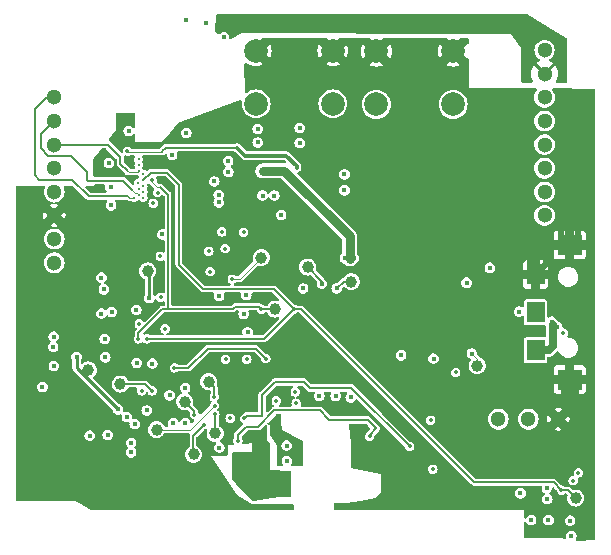
<source format=gbl>
G04 #@! TF.GenerationSoftware,KiCad,Pcbnew,7.0.1*
G04 #@! TF.CreationDate,2023-10-11T20:36:53-05:00*
G04 #@! TF.ProjectId,Main_Board,4d61696e-5f42-46f6-9172-642e6b696361,1*
G04 #@! TF.SameCoordinates,Original*
G04 #@! TF.FileFunction,Copper,L6,Bot*
G04 #@! TF.FilePolarity,Positive*
%FSLAX46Y46*%
G04 Gerber Fmt 4.6, Leading zero omitted, Abs format (unit mm)*
G04 Created by KiCad (PCBNEW 7.0.1) date 2023-10-11 20:36:53*
%MOMM*%
%LPD*%
G01*
G04 APERTURE LIST*
G04 #@! TA.AperFunction,ComponentPad*
%ADD10C,1.300000*%
G04 #@! TD*
G04 #@! TA.AperFunction,ComponentPad*
%ADD11C,2.000000*%
G04 #@! TD*
G04 #@! TA.AperFunction,SMDPad,CuDef*
%ADD12C,1.000000*%
G04 #@! TD*
G04 #@! TA.AperFunction,SMDPad,CuDef*
%ADD13R,1.500000X1.800000*%
G04 #@! TD*
G04 #@! TA.AperFunction,SMDPad,CuDef*
%ADD14R,2.100000X1.800000*%
G04 #@! TD*
G04 #@! TA.AperFunction,ViaPad*
%ADD15C,0.300000*%
G04 #@! TD*
G04 #@! TA.AperFunction,ViaPad*
%ADD16C,0.450000*%
G04 #@! TD*
G04 #@! TA.AperFunction,ViaPad*
%ADD17C,0.350000*%
G04 #@! TD*
G04 #@! TA.AperFunction,ViaPad*
%ADD18C,0.370000*%
G04 #@! TD*
G04 #@! TA.AperFunction,Conductor*
%ADD19C,0.300000*%
G04 #@! TD*
G04 #@! TA.AperFunction,Conductor*
%ADD20C,0.090000*%
G04 #@! TD*
G04 #@! TA.AperFunction,Conductor*
%ADD21C,0.200000*%
G04 #@! TD*
G04 #@! TA.AperFunction,Conductor*
%ADD22C,0.800000*%
G04 #@! TD*
G04 #@! TA.AperFunction,Conductor*
%ADD23C,0.250000*%
G04 #@! TD*
G04 #@! TA.AperFunction,Conductor*
%ADD24C,0.110000*%
G04 #@! TD*
G04 #@! TA.AperFunction,Conductor*
%ADD25C,0.130000*%
G04 #@! TD*
G04 #@! TA.AperFunction,Conductor*
%ADD26C,0.500000*%
G04 #@! TD*
G04 #@! TA.AperFunction,Conductor*
%ADD27C,0.700000*%
G04 #@! TD*
G04 APERTURE END LIST*
D10*
X231406822Y-54623787D03*
X228866822Y-54623787D03*
X226326822Y-54623787D03*
D11*
X222500522Y-27971687D03*
X216000522Y-27971687D03*
X222500522Y-23471687D03*
X216000522Y-23471687D03*
D10*
X230236822Y-23373787D03*
X230236822Y-25373787D03*
X230236822Y-27373787D03*
X230236822Y-29373787D03*
X230236822Y-31373787D03*
X230236822Y-33373787D03*
X230236822Y-35373787D03*
X230236822Y-37373787D03*
D11*
X212316922Y-27921687D03*
X205816922Y-27921687D03*
X212316922Y-23421687D03*
X205816922Y-23421687D03*
D12*
X200519222Y-57593387D03*
D13*
X229471822Y-48763787D03*
X229471822Y-45563787D03*
D14*
X232371822Y-51263787D03*
D13*
X229471822Y-42363787D03*
D14*
X232371822Y-39863787D03*
D12*
X207428022Y-45299787D03*
X210171222Y-41743787D03*
X202348022Y-55815387D03*
X191603822Y-50455987D03*
D10*
X188733622Y-41368387D03*
X188733622Y-39368387D03*
X188733622Y-37368387D03*
X188733622Y-35368387D03*
X188733622Y-33368387D03*
X188733622Y-31368387D03*
X188733622Y-29368387D03*
X188733622Y-27368387D03*
D12*
X197395022Y-55510587D03*
X194321622Y-51649787D03*
X199757222Y-53122987D03*
X232878822Y-61301787D03*
X196633022Y-42073987D03*
X201789222Y-51446587D03*
X206259622Y-40930987D03*
X213879622Y-42962987D03*
X224534922Y-50075687D03*
D15*
X195886822Y-33103787D03*
D16*
X192924622Y-43623387D03*
X193356422Y-32929987D03*
D15*
X195866822Y-35103787D03*
D16*
X195032822Y-30212187D03*
D17*
X209256822Y-33310987D03*
X194918522Y-31914687D03*
D16*
X192721422Y-42632787D03*
X193534222Y-36511387D03*
X205954822Y-30047787D03*
X202652822Y-36270787D03*
X212558822Y-52653787D03*
X232497822Y-64502187D03*
X207351822Y-33590387D03*
X193000822Y-47827787D03*
X202703622Y-57022587D03*
X230440422Y-60438187D03*
X188682822Y-47624587D03*
X196556822Y-53872987D03*
X202271822Y-34492787D03*
D17*
X201916922Y-42121687D03*
D16*
X205954822Y-31190787D03*
X218096022Y-49211387D03*
D17*
X202906822Y-38759987D03*
D16*
X194880422Y-54431787D03*
X198792022Y-54939787D03*
X230567422Y-63155987D03*
X195236022Y-57428987D03*
X213335822Y-41003387D03*
X199806822Y-51960787D03*
X188632022Y-48488187D03*
D17*
X203186222Y-40182387D03*
D16*
X211161822Y-52653787D03*
X209790222Y-43547187D03*
X232396222Y-63206787D03*
X204988522Y-44120487D03*
X207936022Y-37324187D03*
X198487222Y-52602987D03*
D17*
X201814622Y-40385587D03*
D16*
X213828822Y-52780787D03*
X229094222Y-63155987D03*
X195236022Y-56616187D03*
X193254822Y-55955787D03*
X207351822Y-35681887D03*
X188688922Y-50097187D03*
X191730822Y-56006587D03*
X208421822Y-58178787D03*
D17*
X196125022Y-52221987D03*
D16*
X206361222Y-33590387D03*
X228196822Y-60896287D03*
X187726822Y-51883787D03*
X202652822Y-35635787D03*
X205091222Y-47268987D03*
X199808022Y-54939787D03*
X206361222Y-35681887D03*
X195540822Y-55041387D03*
X230465822Y-61377987D03*
X208396822Y-56853787D03*
X214097822Y-41003387D03*
X209510822Y-29958187D03*
X209510822Y-31228187D03*
X193585022Y-45528387D03*
X192721422Y-45680787D03*
X194118422Y-53783387D03*
D17*
X197699822Y-40829387D03*
D16*
X190613222Y-49338387D03*
D17*
X232650222Y-59828587D03*
X209129822Y-52310187D03*
D15*
X195866822Y-35603787D03*
X195486471Y-35857118D03*
D16*
X203110022Y-22275387D03*
D15*
X195866822Y-33603787D03*
D16*
X224090422Y-49058987D03*
D17*
X233107422Y-59168187D03*
X206259622Y-45299787D03*
X197039422Y-34403187D03*
X195845622Y-47814387D03*
D15*
X196236822Y-34353787D03*
D17*
X209002822Y-45299787D03*
X231659622Y-60615987D03*
X196556822Y-47814387D03*
D16*
X212635022Y-43547187D03*
X213297822Y-33889387D03*
X211390422Y-43140787D03*
X213297822Y-35239387D03*
D17*
X197090222Y-36333587D03*
X201408222Y-55078787D03*
X202271822Y-52729987D03*
D15*
X196246822Y-33853787D03*
D17*
X202297222Y-53466587D03*
D15*
X196246822Y-34853787D03*
X196246822Y-35353787D03*
D17*
X200595422Y-54240587D03*
X197477222Y-35438587D03*
X202322622Y-54203187D03*
X203795822Y-42773187D03*
X204761022Y-38785387D03*
X220788422Y-58837987D03*
X198893622Y-50278187D03*
X206640622Y-49490787D03*
D16*
X203440222Y-32752187D03*
X203465622Y-33666587D03*
X196773240Y-44371254D03*
X225614422Y-41794587D03*
D17*
X197725222Y-44283787D03*
D16*
X223633222Y-43064587D03*
X229471822Y-45563787D03*
X202678222Y-44207587D03*
D17*
X198106222Y-46976187D03*
D16*
X228078222Y-45502987D03*
X197026822Y-49910587D03*
X195666822Y-45363787D03*
X220839222Y-49490787D03*
D17*
X195921822Y-46557787D03*
X203237022Y-49541587D03*
D16*
X193051822Y-49381287D03*
D17*
X197014022Y-52221987D03*
D16*
X195706822Y-49859787D03*
D17*
X204271822Y-56428787D03*
X215421822Y-56078787D03*
X218821822Y-56928787D03*
X204821822Y-54553787D03*
X203621822Y-54528787D03*
X220596822Y-54703787D03*
X207521222Y-53063787D03*
X209206022Y-53275387D03*
D16*
X218766922Y-26271687D03*
D17*
X201814622Y-41147587D03*
X221753622Y-56551987D03*
D16*
X205218222Y-53173787D03*
X218350022Y-60514387D03*
X209246822Y-58178787D03*
X229119622Y-39152987D03*
D18*
X231766922Y-23121687D03*
D16*
X234301222Y-58202987D03*
D18*
X210616922Y-21771687D03*
D16*
X207555022Y-60844587D03*
X225157222Y-26859387D03*
X230338822Y-40930987D03*
X219975622Y-46722187D03*
X199884222Y-20814187D03*
X221144022Y-36714587D03*
X214116922Y-25671687D03*
X234288522Y-52590287D03*
D17*
X189876622Y-35215987D03*
X185687678Y-52665787D03*
D16*
X227849622Y-57948987D03*
D18*
X230316922Y-21571687D03*
D16*
X208766922Y-28421687D03*
X212566822Y-53868787D03*
X204176822Y-28027787D03*
D17*
X192137222Y-44639387D03*
X224816922Y-46221687D03*
X186650822Y-42607387D03*
D16*
X191736822Y-60013787D03*
X229830822Y-51852987D03*
X217384822Y-58304587D03*
D17*
X209002822Y-46010987D03*
D16*
X202398822Y-28637387D03*
X197014022Y-49046987D03*
X216216422Y-62012987D03*
X234301222Y-47280987D03*
D18*
X219516922Y-20521687D03*
D16*
X196607622Y-57428987D03*
X188174822Y-61301787D03*
X203567222Y-50709987D03*
X226782822Y-52919787D03*
D18*
X231866922Y-24371687D03*
X204916922Y-20521687D03*
X224416922Y-20521687D03*
D16*
X212863622Y-62063787D03*
D17*
X185660222Y-47306387D03*
X231558022Y-61327187D03*
X206081822Y-46010987D03*
X202170222Y-38759987D03*
D16*
X234301222Y-41388187D03*
D18*
X223216922Y-21771687D03*
D16*
X233742422Y-26960987D03*
D17*
X185685622Y-36993987D03*
D16*
X195693222Y-48996187D03*
D18*
X229366922Y-20971687D03*
D16*
X202856022Y-61911387D03*
D17*
X219321822Y-57453787D03*
X188733622Y-46849187D03*
X227773422Y-47222187D03*
X190206822Y-38594187D03*
D15*
X195876822Y-36123787D03*
D16*
X198792022Y-56260587D03*
D18*
X211966922Y-21771687D03*
D16*
X214032022Y-62063787D03*
X222972822Y-34631787D03*
X223582422Y-25030587D03*
D17*
X220696822Y-55403787D03*
D16*
X218516922Y-22921687D03*
X231634222Y-38492587D03*
D15*
X219366022Y-38797387D03*
X221245622Y-42912187D03*
D17*
X185687678Y-61352587D03*
D16*
X192975422Y-46595187D03*
X234301222Y-39864187D03*
X214159022Y-36765387D03*
X210933222Y-24928987D03*
X187285822Y-60565187D03*
X208166922Y-22871687D03*
X228366922Y-30521687D03*
D18*
X228116922Y-22621687D03*
D16*
X204075222Y-59726987D03*
D17*
X191565722Y-47484887D03*
D18*
X202246422Y-32453787D03*
D15*
X218807222Y-45350587D03*
D16*
X229043422Y-40930987D03*
X227849622Y-26808587D03*
X226884422Y-41337387D03*
X234301222Y-35241387D03*
X234301222Y-28078587D03*
X195337622Y-61860587D03*
X234301222Y-42810587D03*
X202881422Y-30999587D03*
D17*
X222716922Y-43621687D03*
D16*
X224766922Y-28321687D03*
X199808022Y-56311387D03*
D15*
X228433822Y-36460587D03*
D16*
X208825022Y-37324187D03*
D18*
X202666922Y-21571687D03*
D16*
X204151422Y-51548187D03*
X234301222Y-48652587D03*
X197115622Y-31482187D03*
D17*
X190244922Y-41795287D03*
D16*
X225411222Y-32294987D03*
D15*
X217283222Y-31710787D03*
D16*
X221144022Y-60844587D03*
X232218422Y-31990187D03*
X221753622Y-51852987D03*
X234301222Y-50633787D03*
D15*
X222439422Y-38035387D03*
D16*
X218350022Y-24878187D03*
X206539022Y-51548187D03*
X191246822Y-61353787D03*
X220839222Y-61962187D03*
D17*
X230221822Y-47353787D03*
X191476822Y-36663787D03*
D16*
X192238822Y-61911387D03*
X232116822Y-29958187D03*
X198916822Y-58573787D03*
D17*
X189495622Y-46087187D03*
D16*
X212508022Y-51446587D03*
D18*
X228516922Y-23971687D03*
D16*
X234301222Y-44283787D03*
X208291622Y-24776587D03*
D15*
X232472422Y-44359987D03*
D16*
X202652822Y-60539787D03*
X230567422Y-63994187D03*
D17*
X194575622Y-44207587D03*
D18*
X213766922Y-21771687D03*
D15*
X226528822Y-37552787D03*
D17*
X185685622Y-38467187D03*
X195591622Y-31583787D03*
D15*
X228738622Y-32396587D03*
D16*
X234301222Y-33107787D03*
X224395222Y-62012987D03*
X234301222Y-37882987D03*
X213876822Y-53898787D03*
X231888222Y-52640387D03*
D17*
X197598222Y-40118187D03*
D16*
X204253022Y-47268987D03*
X187209622Y-49465387D03*
D17*
X226884422Y-48957387D03*
D18*
X220116922Y-21771687D03*
D15*
X214438422Y-46010987D03*
X224217422Y-40016587D03*
D16*
X232218422Y-36511387D03*
X201027222Y-29145387D03*
X192543622Y-32929987D03*
D18*
X210366922Y-20521687D03*
D16*
X214997222Y-62063787D03*
D17*
X191299022Y-39356187D03*
X189673422Y-52233987D03*
D16*
X222363222Y-61962187D03*
X199881822Y-33423787D03*
D15*
X224434151Y-36071777D03*
D16*
X220737622Y-24827387D03*
D15*
X219467622Y-41032587D03*
D16*
X211866922Y-29571687D03*
X193534222Y-37324187D03*
D18*
X216116922Y-20521687D03*
D16*
X209815622Y-52818187D03*
X198385622Y-30923387D03*
X219061222Y-61962187D03*
X192391222Y-33971387D03*
D15*
X195856822Y-34103787D03*
D16*
X191680022Y-52665787D03*
X202906822Y-29780387D03*
X217689622Y-61962187D03*
D17*
X206818422Y-53072187D03*
D16*
X204862622Y-52310187D03*
D17*
X190765622Y-35901787D03*
X185647522Y-42200987D03*
D18*
X208916922Y-21771687D03*
D16*
X195156822Y-58683787D03*
X215378222Y-34428587D03*
X197623622Y-32904587D03*
D18*
X231166922Y-22121687D03*
D17*
X185660222Y-49058987D03*
D18*
X227566922Y-20521687D03*
D17*
X187209622Y-47738187D03*
D15*
X228637022Y-34453987D03*
D16*
X190752922Y-53682487D03*
X200697022Y-32218787D03*
D18*
X228566922Y-25421687D03*
D16*
X209316922Y-26321687D03*
D17*
X190029022Y-37095587D03*
D18*
X222766922Y-20521687D03*
D16*
X200417622Y-60615987D03*
X232167622Y-34174587D03*
D15*
X226351022Y-34072987D03*
D16*
X189140022Y-60539787D03*
X234301222Y-54596187D03*
D17*
X191311722Y-41744487D03*
X204971822Y-56428787D03*
D16*
X194575622Y-45299787D03*
D18*
X221116922Y-20521687D03*
D16*
X233107422Y-38441787D03*
D18*
X205766922Y-21771687D03*
D16*
X230897622Y-58050587D03*
X205548422Y-51497387D03*
D18*
X214316922Y-20521687D03*
D16*
X212609622Y-32904587D03*
X204616922Y-30271687D03*
D18*
X202866922Y-20521687D03*
D16*
X209968022Y-39914987D03*
D17*
X215046822Y-55478787D03*
X193953322Y-43116087D03*
X203160822Y-40944387D03*
D18*
X204716922Y-21771687D03*
D16*
X190016322Y-54342887D03*
D17*
X189876622Y-49566987D03*
D16*
X190054422Y-61301787D03*
D18*
X217866922Y-20521687D03*
D17*
X198563422Y-50913187D03*
D16*
X215759222Y-58304587D03*
X211974622Y-35088987D03*
X234301222Y-56374187D03*
D18*
X215616922Y-21771687D03*
D17*
X186498422Y-35139787D03*
D16*
X199881822Y-34563787D03*
D17*
X191426022Y-37882987D03*
D16*
X201865422Y-57022587D03*
X199554022Y-46493587D03*
D15*
X217232422Y-43115387D03*
D17*
X197623622Y-34453987D03*
D16*
X207351822Y-59193587D03*
X189495622Y-47903987D03*
X220432822Y-34784187D03*
X189444822Y-48792987D03*
X201611422Y-21068187D03*
X207166922Y-25471687D03*
X207866922Y-30171687D03*
X214921022Y-32904587D03*
D18*
X218116922Y-21821687D03*
D16*
X192365822Y-37197187D03*
D17*
X195744022Y-37527387D03*
D16*
X226579622Y-61962187D03*
X205650022Y-61962187D03*
X232929622Y-52614987D03*
D18*
X207516922Y-21771687D03*
D15*
X217105422Y-36663787D03*
D16*
X220216922Y-22821687D03*
X203491022Y-44232987D03*
X198516822Y-48416287D03*
X194169222Y-61911387D03*
X219166922Y-28771687D03*
X187089022Y-43685787D03*
X195032822Y-40092787D03*
X195032822Y-29399387D03*
X203821222Y-53148387D03*
D17*
X188682822Y-53326187D03*
D16*
X234301222Y-30872587D03*
X214196822Y-57153787D03*
X203414822Y-52259387D03*
D17*
X185685622Y-55713787D03*
D16*
X209968022Y-33717387D03*
X198487222Y-51790187D03*
X193839022Y-60285787D03*
D17*
X231608822Y-46087187D03*
D16*
X204049822Y-58609387D03*
D18*
X208516922Y-20521687D03*
D16*
X196976822Y-58713787D03*
X222744222Y-33260187D03*
D17*
X197293422Y-46874587D03*
D16*
X196302822Y-40092787D03*
X197928422Y-61860587D03*
X206640622Y-61174787D03*
D15*
X195486822Y-33353787D03*
D16*
X202144822Y-59269787D03*
D17*
X185685622Y-58507787D03*
D18*
X226766922Y-21821687D03*
D16*
X201600322Y-37081287D03*
D17*
X185736422Y-35292187D03*
X190054422Y-46950787D03*
D16*
X204862622Y-50709987D03*
D18*
X212366922Y-20521687D03*
D15*
X216470422Y-47636587D03*
D16*
X216671822Y-59752387D03*
X196023422Y-60031787D03*
D17*
X195566222Y-44232987D03*
X185647522Y-43826587D03*
D16*
X209221822Y-56853787D03*
X196607622Y-56616187D03*
D18*
X224916922Y-21821687D03*
D16*
X200570022Y-61911387D03*
X211898422Y-33793587D03*
X203135422Y-53732587D03*
D18*
X221816922Y-21771687D03*
D16*
X209866922Y-22821687D03*
X208698022Y-62012987D03*
X229094222Y-63994187D03*
X231608822Y-26859387D03*
X233746822Y-63228787D03*
X191436822Y-57383787D03*
D18*
X206666922Y-20521687D03*
D16*
X192340422Y-35038187D03*
X204891822Y-37313787D03*
X198385622Y-59980987D03*
X234301222Y-45756987D03*
X192906822Y-56983787D03*
X214271822Y-58428787D03*
D17*
X185672922Y-40372187D03*
X221516922Y-46021687D03*
D16*
X224776222Y-60717587D03*
X206158022Y-50684587D03*
D18*
X226266922Y-20521687D03*
X231866922Y-25421687D03*
D17*
X185660222Y-50811587D03*
D16*
X231304022Y-46823787D03*
X230846822Y-46366587D03*
D17*
X222718822Y-50659187D03*
X231837422Y-47331787D03*
D15*
X196246822Y-35853787D03*
D16*
X197869322Y-38973787D03*
X198706822Y-32243787D03*
X199896822Y-30373787D03*
D15*
X195866822Y-32603787D03*
D16*
X193494322Y-34993787D03*
D15*
X195856822Y-34603787D03*
D17*
X205040422Y-49541587D03*
D16*
X204761022Y-45706187D03*
D19*
X209256822Y-33209387D02*
X208342422Y-32294987D01*
X209256822Y-33260187D02*
X209256822Y-33209387D01*
D20*
X194994022Y-31990187D02*
X194918522Y-31914687D01*
D21*
X204227622Y-31634587D02*
X198182422Y-31634587D01*
D20*
X197877622Y-31990187D02*
X194994022Y-31990187D01*
D21*
X198182422Y-31634587D02*
X197877622Y-31939387D01*
D19*
X208342422Y-32294987D02*
X204888022Y-32294987D01*
X204888022Y-32294987D02*
X204227622Y-31634587D01*
D20*
X194918522Y-31914687D02*
X194982022Y-31990187D01*
D22*
X213727222Y-39127587D02*
X213727222Y-41057987D01*
X206361222Y-33590387D02*
X208190022Y-33590387D01*
D21*
X213390422Y-41057987D02*
X213335822Y-41003387D01*
X213781822Y-41003387D02*
X213727222Y-41057987D01*
X214097822Y-41003387D02*
X213781822Y-41003387D01*
X213727222Y-41057987D02*
X213390422Y-41057987D01*
D22*
X208190022Y-33590387D02*
X213727222Y-39127587D01*
D23*
X190613222Y-50278187D02*
X194118422Y-53783387D01*
X190613222Y-49338387D02*
X190613222Y-50278187D01*
D21*
X190153323Y-32320387D02*
X191527622Y-33694686D01*
X188225622Y-32320387D02*
X190153323Y-32320387D01*
D20*
X195591622Y-35495387D02*
X195758422Y-35495387D01*
X195758422Y-35495387D02*
X195866822Y-35603787D01*
D21*
X191527622Y-34352387D02*
X191603822Y-34428587D01*
X188733622Y-29368387D02*
X187590622Y-30511387D01*
X194524822Y-34428587D02*
X195337622Y-35241387D01*
X191603822Y-34428587D02*
X194524822Y-34428587D01*
D20*
X195337622Y-35241387D02*
X195591622Y-35495387D01*
D21*
X187590622Y-30511387D02*
X187590622Y-31685387D01*
X187590622Y-31685387D02*
X188225622Y-32320387D01*
X191527622Y-33694686D02*
X191527622Y-34352387D01*
X190257622Y-34352387D02*
X187463622Y-34352387D01*
D20*
X195486471Y-35857118D02*
X195064353Y-35857118D01*
D21*
X188097622Y-27368387D02*
X188733622Y-27368387D01*
X187463622Y-34352387D02*
X187082622Y-33971387D01*
X187082622Y-33971387D02*
X187082622Y-28383387D01*
X194956622Y-35749387D02*
X191654622Y-35749387D01*
X191654622Y-35749387D02*
X190257622Y-34352387D01*
X187082622Y-28383387D02*
X188097622Y-27368387D01*
D20*
X195064353Y-35857118D02*
X194956622Y-35749387D01*
X194956622Y-33615787D02*
X195058222Y-33717387D01*
D21*
X194321622Y-32447387D02*
X193242622Y-31368387D01*
D20*
X195753222Y-33717387D02*
X195866822Y-33603787D01*
D21*
X194956622Y-33615787D02*
X194321622Y-32980787D01*
X194321622Y-32980787D02*
X194321622Y-32447387D01*
X193242622Y-31368387D02*
X188733622Y-31368387D01*
D20*
X195058222Y-33717387D02*
X195753222Y-33717387D01*
X224534922Y-49503487D02*
X224090422Y-49058987D01*
X224395222Y-50215387D02*
X224534922Y-50075687D01*
X224534922Y-50075687D02*
X224534922Y-49503487D01*
D24*
X197496622Y-34961987D02*
X197699822Y-34961987D01*
D25*
X198360222Y-35622387D02*
X198360222Y-45299787D01*
D20*
X197039422Y-34571387D02*
X197039422Y-34403187D01*
D25*
X204021822Y-45103787D02*
X206063622Y-45103787D01*
X198360222Y-45299787D02*
X197877622Y-45299787D01*
D20*
X197430022Y-34961987D02*
X197039422Y-34571387D01*
D25*
X197877622Y-45299787D02*
X195845622Y-47331787D01*
X197699822Y-34961987D02*
X198360222Y-35622387D01*
D20*
X197496622Y-34961987D02*
X197430022Y-34961987D01*
D25*
X195845622Y-47331787D02*
X195845622Y-47814387D01*
X203825822Y-45299787D02*
X198360222Y-45299787D01*
X206063622Y-45103787D02*
X206259622Y-45299787D01*
X206259622Y-45299787D02*
X207428022Y-45299787D01*
X204021822Y-45103787D02*
X203825822Y-45299787D01*
X209002822Y-45299787D02*
X207301022Y-43597987D01*
X209637822Y-45299787D02*
X209002822Y-45299787D01*
X207301022Y-43597987D02*
X201332022Y-43597987D01*
X198233222Y-33742787D02*
X196887022Y-33742787D01*
X231659622Y-60615987D02*
X232193022Y-60615987D01*
X206488222Y-47814387D02*
X196556822Y-47814387D01*
X209002822Y-45299787D02*
X206488222Y-47814387D01*
X231659622Y-60615987D02*
X230999222Y-59955587D01*
X232193022Y-60615987D02*
X232878822Y-61301787D01*
X230999222Y-59955587D02*
X224293622Y-59955587D01*
X196887022Y-33742787D02*
X196276022Y-34353787D01*
X201332022Y-43597987D02*
X199274622Y-41540587D01*
X199274622Y-34784187D02*
X198233222Y-33742787D01*
X199274622Y-41540587D02*
X199274622Y-34784187D01*
X224293622Y-59955587D02*
X209637822Y-45299787D01*
X213219222Y-42962987D02*
X213879622Y-42962987D01*
X212635022Y-43547187D02*
X213219222Y-42962987D01*
X211390422Y-42962987D02*
X210171222Y-41743787D01*
X211390422Y-43140787D02*
X211390422Y-42962987D01*
X200468422Y-57542587D02*
X200519222Y-57593387D01*
X201408222Y-55078787D02*
X200468422Y-56018587D01*
X200468422Y-56018587D02*
X200468422Y-57542587D01*
X202271822Y-52729987D02*
X202271822Y-51929187D01*
X202271822Y-51929187D02*
X201789222Y-51446587D01*
D20*
X200189022Y-55510587D02*
X202233022Y-53466587D01*
X197395022Y-55510587D02*
X200189022Y-55510587D01*
X202233022Y-53466587D02*
X202297222Y-53466587D01*
D25*
X200595422Y-53961187D02*
X199757222Y-53122987D01*
X200595422Y-54240587D02*
X200595422Y-53961187D01*
X202348022Y-54228587D02*
X202348022Y-55815387D01*
X202322622Y-54203187D02*
X202348022Y-54228587D01*
D20*
X203795822Y-42773187D02*
X204417422Y-42773187D01*
X204417422Y-42773187D02*
X206259622Y-40930987D01*
D25*
X206640622Y-49490787D02*
X205802422Y-48652587D01*
X205802422Y-48652587D02*
X201713022Y-48652587D01*
X201713022Y-48652587D02*
X200087422Y-50278187D01*
X200087422Y-50278187D02*
X198893622Y-50278187D01*
D23*
X196773240Y-42214205D02*
X196633022Y-42073987D01*
X196773240Y-44371254D02*
X196773240Y-42214205D01*
D25*
X197014022Y-52221987D02*
X196441822Y-51649787D01*
X196441822Y-51649787D02*
X194321622Y-51649787D01*
D21*
X215421822Y-55953787D02*
X215971822Y-55403787D01*
X215271822Y-54703787D02*
X212021822Y-54703787D01*
X205996822Y-55253787D02*
X204946822Y-55253787D01*
X211196822Y-53878787D02*
X207371822Y-53878787D01*
X212021822Y-54703787D02*
X211196822Y-53878787D01*
X215421822Y-56078787D02*
X215421822Y-55953787D01*
X204271822Y-55928787D02*
X204271822Y-56428787D01*
X215971822Y-55403787D02*
X215271822Y-54703787D01*
X207371822Y-53878787D02*
X205996822Y-55253787D01*
X204946822Y-55253787D02*
X204271822Y-55928787D01*
X206321822Y-54353787D02*
X205021822Y-54353787D01*
X213871822Y-51978787D02*
X210346822Y-51978787D01*
X205021822Y-54353787D02*
X204821822Y-54553787D01*
X207421822Y-51478787D02*
X206321822Y-52578787D01*
X206321822Y-52578787D02*
X206321822Y-54353787D01*
X209846822Y-51478787D02*
X207421822Y-51478787D01*
X210346822Y-51978787D02*
X209846822Y-51478787D01*
X218821822Y-56928787D02*
X213871822Y-51978787D01*
D26*
X229471822Y-42363787D02*
X230338822Y-41496787D01*
X229471822Y-42363787D02*
X229043422Y-41935387D01*
X231888222Y-52640387D02*
X231888222Y-51747387D01*
X231634222Y-38492587D02*
X231634222Y-39126187D01*
D21*
X231888222Y-51747387D02*
X232371822Y-51263787D01*
D26*
X233107422Y-39128187D02*
X232371822Y-39863787D01*
X233107422Y-38441787D02*
X233107422Y-39128187D01*
X229043422Y-41935387D02*
X229043422Y-40930987D01*
X231634222Y-39126187D02*
X232371822Y-39863787D01*
X232929622Y-52614987D02*
X232929622Y-51821587D01*
X230338822Y-41496787D02*
X230338822Y-40930987D01*
D21*
X232929622Y-51821587D02*
X232371822Y-51263787D01*
X230999222Y-46620587D02*
X231202422Y-46823787D01*
D27*
X230948422Y-48398587D02*
X230948422Y-46671387D01*
D21*
X230846822Y-46366587D02*
X230999222Y-46518987D01*
X230948422Y-46671387D02*
X230999222Y-46620587D01*
D27*
X229471822Y-48763787D02*
X230583222Y-48763787D01*
X230583222Y-48763787D02*
X230948422Y-48398587D01*
D21*
X231202422Y-46823787D02*
X231304022Y-46823787D01*
X230999222Y-46518987D02*
X230999222Y-46620587D01*
G04 #@! TA.AperFunction,Conductor*
G36*
X215898922Y-62343887D02*
G01*
X212442722Y-62343887D01*
X212408074Y-62329535D01*
X212393722Y-62294887D01*
X212393722Y-61757887D01*
X212408074Y-61723239D01*
X212442722Y-61708887D01*
X213384324Y-61708887D01*
X214647972Y-61505336D01*
X215911622Y-61301787D01*
X215898922Y-62343887D01*
G37*
G04 #@! TD.AperFunction*
G04 #@! TA.AperFunction,Conductor*
G36*
X228709158Y-20318291D02*
G01*
X229421431Y-20747481D01*
X232056844Y-22335486D01*
X232100840Y-22380760D01*
X232116844Y-22441831D01*
X232112860Y-26024145D01*
X232096055Y-26086339D01*
X232050313Y-26131708D01*
X231987983Y-26148004D01*
X231337668Y-26143405D01*
X231277632Y-26127416D01*
X231232888Y-26084312D01*
X231214667Y-26024916D01*
X231227545Y-25964136D01*
X231313760Y-25790993D01*
X231372084Y-25586006D01*
X231391748Y-25373787D01*
X231372084Y-25161567D01*
X231313759Y-24956578D01*
X231218761Y-24765797D01*
X231149137Y-24673602D01*
X230324502Y-25498237D01*
X230268914Y-25530331D01*
X230204727Y-25530331D01*
X230149140Y-25498237D01*
X229324505Y-24673601D01*
X229254880Y-24765798D01*
X229159884Y-24956578D01*
X229101559Y-25161567D01*
X229081895Y-25373787D01*
X229101559Y-25586006D01*
X229159883Y-25790991D01*
X229238311Y-25948497D01*
X229251167Y-26009714D01*
X229232505Y-26069418D01*
X229187073Y-26112416D01*
X229126433Y-26127765D01*
X228387975Y-26122543D01*
X228326952Y-26105991D01*
X228282023Y-26061504D01*
X228264870Y-26000647D01*
X228264251Y-25964136D01*
X228220347Y-23373787D01*
X229381637Y-23373787D01*
X229400325Y-23551591D01*
X229455571Y-23721622D01*
X229544962Y-23876452D01*
X229664593Y-24009314D01*
X229797285Y-24105722D01*
X229838291Y-24157003D01*
X229847363Y-24222034D01*
X229821956Y-24282580D01*
X229769195Y-24321665D01*
X229722025Y-24339939D01*
X229540823Y-24452134D01*
X229533748Y-24458581D01*
X229533748Y-24458582D01*
X230236822Y-25161655D01*
X230236823Y-25161655D01*
X230939894Y-24458582D01*
X230939894Y-24458581D01*
X230932822Y-24452136D01*
X230751616Y-24339938D01*
X230704449Y-24321665D01*
X230651687Y-24282581D01*
X230626280Y-24222035D01*
X230635352Y-24157003D01*
X230676356Y-24105722D01*
X230809052Y-24009313D01*
X230928681Y-23876452D01*
X231018072Y-23721622D01*
X231073319Y-23551590D01*
X231092007Y-23373787D01*
X231073319Y-23195984D01*
X231018072Y-23025952D01*
X231018072Y-23025951D01*
X230928681Y-22871121D01*
X230809050Y-22738259D01*
X230664418Y-22633176D01*
X230501086Y-22560456D01*
X230326215Y-22523287D01*
X230326213Y-22523287D01*
X230147431Y-22523287D01*
X230147429Y-22523287D01*
X229972557Y-22560456D01*
X229809230Y-22633174D01*
X229664590Y-22738261D01*
X229544962Y-22871121D01*
X229455571Y-23025951D01*
X229400325Y-23195982D01*
X229381637Y-23373787D01*
X228220347Y-23373787D01*
X228216922Y-23171687D01*
X227366922Y-22021687D01*
X227366921Y-22021686D01*
X227366922Y-22021686D01*
X222814262Y-22001674D01*
X222794398Y-21999984D01*
X222624816Y-21971687D01*
X222376228Y-21971687D01*
X222222777Y-21997292D01*
X222201823Y-21998982D01*
X216138395Y-21972329D01*
X216130829Y-21971687D01*
X215992240Y-21971687D01*
X215991695Y-21971686D01*
X212662893Y-21957052D01*
X212643029Y-21955362D01*
X212441216Y-21921687D01*
X212192628Y-21921687D01*
X212008598Y-21952395D01*
X211987644Y-21954085D01*
X205987041Y-21927708D01*
X205967181Y-21926019D01*
X205941215Y-21921687D01*
X205692623Y-21921687D01*
X205675421Y-21924557D01*
X205654470Y-21926247D01*
X204623884Y-21921717D01*
X204616921Y-21921687D01*
X204616919Y-21921687D01*
X203721344Y-22414254D01*
X203654789Y-22429417D01*
X203590294Y-22407060D01*
X203547403Y-22353959D01*
X203539113Y-22286204D01*
X203540826Y-22275386D01*
X203519741Y-22142262D01*
X203519741Y-22142261D01*
X203458550Y-22022167D01*
X203458549Y-22022165D01*
X203363243Y-21926859D01*
X203243146Y-21865667D01*
X203110022Y-21844582D01*
X202976897Y-21865667D01*
X202856801Y-21926858D01*
X202797328Y-21986332D01*
X202754998Y-22014059D01*
X202705116Y-22022567D01*
X202655989Y-22010439D01*
X202439648Y-21906595D01*
X202401634Y-21878304D01*
X202377007Y-21837819D01*
X202369365Y-21791053D01*
X202410889Y-20420744D01*
X202428720Y-20360344D01*
X202473921Y-20316492D01*
X202534833Y-20300500D01*
X228645160Y-20300500D01*
X228709158Y-20318291D01*
G37*
G04 #@! TD.AperFunction*
G04 #@! TA.AperFunction,Conductor*
G36*
X212316921Y-22856000D02*
G01*
X212831335Y-22341587D01*
X215436108Y-22341587D01*
X216000521Y-22906000D01*
X216564935Y-22341587D01*
X221936108Y-22341587D01*
X222500521Y-22906000D01*
X223064935Y-22341587D01*
X223265469Y-22341587D01*
X223723010Y-22341587D01*
X223772340Y-22354752D01*
X223808549Y-22390747D01*
X223822008Y-22439997D01*
X223824093Y-22789840D01*
X223808024Y-22844502D01*
X223764488Y-22881255D01*
X223707904Y-22887926D01*
X223658652Y-22879242D01*
X223066208Y-23471686D01*
X223658652Y-24064130D01*
X223673533Y-24061507D01*
X223677668Y-24056660D01*
X223727709Y-24039814D01*
X223779292Y-24051088D01*
X223817744Y-24087272D01*
X223832127Y-24138076D01*
X223834760Y-24579817D01*
X223846822Y-26603787D01*
X229524824Y-26616900D01*
X229578658Y-26632965D01*
X229615082Y-26675737D01*
X229622367Y-26731443D01*
X229598166Y-26782144D01*
X229528691Y-26859303D01*
X229437201Y-27017767D01*
X229380654Y-27191803D01*
X229362095Y-27368387D01*
X229361527Y-27373787D01*
X229380086Y-27550371D01*
X229380654Y-27555770D01*
X229437201Y-27729806D01*
X229528691Y-27888270D01*
X229651135Y-28024258D01*
X229799173Y-28131815D01*
X229894364Y-28174196D01*
X229966341Y-28206242D01*
X230145329Y-28244287D01*
X230328313Y-28244287D01*
X230328315Y-28244287D01*
X230507303Y-28206242D01*
X230674470Y-28131815D01*
X230822509Y-28024258D01*
X230944951Y-27888272D01*
X231036444Y-27729802D01*
X231092990Y-27555771D01*
X231112117Y-27373787D01*
X231092990Y-27191803D01*
X231036444Y-27017772D01*
X231036443Y-27017770D01*
X231036442Y-27017767D01*
X230968618Y-26900294D01*
X230944951Y-26859302D01*
X230878444Y-26785438D01*
X230854227Y-26734626D01*
X230861623Y-26678825D01*
X230898242Y-26636074D01*
X230952243Y-26620196D01*
X234255709Y-26627826D01*
X234437551Y-26628246D01*
X234486954Y-26641586D01*
X234523097Y-26677812D01*
X234536322Y-26727246D01*
X234536322Y-64786684D01*
X234523198Y-64835942D01*
X234487305Y-64872140D01*
X234438159Y-64885680D01*
X232961624Y-64898165D01*
X232913893Y-64886358D01*
X232877730Y-64853044D01*
X232862054Y-64806439D01*
X232870734Y-64758042D01*
X232876452Y-64745521D01*
X232876454Y-64745519D01*
X232929672Y-64628989D01*
X232947903Y-64502187D01*
X232929672Y-64375385D01*
X232876454Y-64258855D01*
X232792562Y-64162038D01*
X232792561Y-64162037D01*
X232792559Y-64162035D01*
X232684793Y-64092779D01*
X232561875Y-64056687D01*
X232433769Y-64056687D01*
X232310850Y-64092779D01*
X232203084Y-64162035D01*
X232119189Y-64258856D01*
X232065971Y-64375386D01*
X232047740Y-64502187D01*
X232067471Y-64639423D01*
X232061115Y-64690979D01*
X232029529Y-64732219D01*
X231981409Y-64751790D01*
X231930005Y-64744301D01*
X231721822Y-64653787D01*
X228595822Y-64653787D01*
X228546322Y-64640524D01*
X228510085Y-64604287D01*
X228496822Y-64554787D01*
X228496822Y-63375380D01*
X228511043Y-63324257D01*
X228549622Y-63287821D01*
X228601473Y-63276541D01*
X228651701Y-63293658D01*
X228685875Y-63334253D01*
X228715590Y-63399319D01*
X228799482Y-63496136D01*
X228799484Y-63496138D01*
X228907250Y-63565394D01*
X228907252Y-63565395D01*
X229030169Y-63601487D01*
X229158275Y-63601487D01*
X229281192Y-63565395D01*
X229388962Y-63496136D01*
X229472854Y-63399319D01*
X229526072Y-63282789D01*
X229544303Y-63155987D01*
X229544303Y-63155986D01*
X230117340Y-63155986D01*
X230135571Y-63282787D01*
X230135572Y-63282789D01*
X230188790Y-63399319D01*
X230272682Y-63496136D01*
X230272684Y-63496138D01*
X230380450Y-63565394D01*
X230380452Y-63565395D01*
X230503369Y-63601487D01*
X230631475Y-63601487D01*
X230754392Y-63565395D01*
X230862162Y-63496136D01*
X230946054Y-63399319D01*
X230999272Y-63282789D01*
X231010199Y-63206786D01*
X231946140Y-63206786D01*
X231964371Y-63333587D01*
X231983457Y-63375380D01*
X232017590Y-63450119D01*
X232077091Y-63518787D01*
X232101484Y-63546938D01*
X232209250Y-63616194D01*
X232209252Y-63616195D01*
X232332169Y-63652287D01*
X232460275Y-63652287D01*
X232583192Y-63616195D01*
X232690962Y-63546936D01*
X232774854Y-63450119D01*
X232828072Y-63333589D01*
X232846303Y-63206787D01*
X232828072Y-63079985D01*
X232774854Y-62963455D01*
X232690962Y-62866638D01*
X232690961Y-62866637D01*
X232690959Y-62866635D01*
X232583193Y-62797379D01*
X232460275Y-62761287D01*
X232332169Y-62761287D01*
X232209250Y-62797379D01*
X232101484Y-62866635D01*
X232017589Y-62963456D01*
X231964371Y-63079986D01*
X231946140Y-63206786D01*
X231010199Y-63206786D01*
X231017503Y-63155987D01*
X230999272Y-63029185D01*
X230946054Y-62912655D01*
X230862162Y-62815838D01*
X230862161Y-62815837D01*
X230862159Y-62815835D01*
X230754393Y-62746579D01*
X230631475Y-62710487D01*
X230503369Y-62710487D01*
X230380450Y-62746579D01*
X230272684Y-62815835D01*
X230188789Y-62912656D01*
X230135571Y-63029186D01*
X230117340Y-63155986D01*
X229544303Y-63155986D01*
X229526072Y-63029185D01*
X229472854Y-62912655D01*
X229388962Y-62815838D01*
X229388961Y-62815837D01*
X229388959Y-62815835D01*
X229281193Y-62746579D01*
X229158275Y-62710487D01*
X229030169Y-62710487D01*
X228907250Y-62746579D01*
X228799484Y-62815835D01*
X228715589Y-62912656D01*
X228685875Y-62977721D01*
X228651701Y-63018316D01*
X228601473Y-63035433D01*
X228549622Y-63024153D01*
X228511043Y-62987717D01*
X228496822Y-62936594D01*
X228496822Y-62317787D01*
X219116485Y-62337220D01*
X219116147Y-62337220D01*
X216541886Y-62333773D01*
X216539939Y-62335075D01*
X216502197Y-62342636D01*
X215898922Y-62343887D01*
X215911622Y-61301787D01*
X216276573Y-60896286D01*
X227746740Y-60896286D01*
X227764971Y-61023087D01*
X227764972Y-61023089D01*
X227818190Y-61139619D01*
X227873792Y-61203787D01*
X227902084Y-61236438D01*
X228003769Y-61301786D01*
X228009852Y-61305695D01*
X228132769Y-61341787D01*
X228260875Y-61341787D01*
X228383792Y-61305695D01*
X228491562Y-61236436D01*
X228575454Y-61139619D01*
X228628672Y-61023089D01*
X228646903Y-60896287D01*
X228645091Y-60883687D01*
X228629945Y-60778338D01*
X228628672Y-60769485D01*
X228575454Y-60652955D01*
X228491562Y-60556138D01*
X228491561Y-60556137D01*
X228491559Y-60556135D01*
X228383793Y-60486879D01*
X228260875Y-60450787D01*
X228132769Y-60450787D01*
X228009850Y-60486879D01*
X227902084Y-60556135D01*
X227818189Y-60652956D01*
X227764971Y-60769486D01*
X227746740Y-60896286D01*
X216276573Y-60896286D01*
X216368822Y-60793787D01*
X216368822Y-59269787D01*
X216368821Y-59269786D01*
X214209822Y-58837987D01*
X220387991Y-58837987D01*
X220407589Y-58961725D01*
X220407589Y-58961726D01*
X220407590Y-58961727D01*
X220464467Y-59073354D01*
X220553055Y-59161942D01*
X220664682Y-59218819D01*
X220788422Y-59238417D01*
X220912162Y-59218819D01*
X221023789Y-59161942D01*
X221112377Y-59073354D01*
X221169254Y-58961727D01*
X221188852Y-58837987D01*
X221169254Y-58714247D01*
X221112377Y-58602620D01*
X221023789Y-58514032D01*
X220912162Y-58457155D01*
X220912161Y-58457154D01*
X220912160Y-58457154D01*
X220788422Y-58437556D01*
X220664683Y-58457154D01*
X220553056Y-58514031D01*
X220464466Y-58602621D01*
X220407589Y-58714248D01*
X220387991Y-58837987D01*
X214209822Y-58837987D01*
X213908407Y-58777704D01*
X213867500Y-58759127D01*
X213839016Y-58724383D01*
X213828822Y-58680627D01*
X213828822Y-56729787D01*
X213641183Y-55134854D01*
X213650169Y-55080625D01*
X213686697Y-55039548D01*
X213739505Y-55024287D01*
X215098059Y-55024287D01*
X215135945Y-55031823D01*
X215168062Y-55053283D01*
X215327009Y-55212230D01*
X215448561Y-55333781D01*
X215474185Y-55378162D01*
X215474185Y-55429408D01*
X215448562Y-55473789D01*
X215208131Y-55714220D01*
X215201764Y-55720053D01*
X215172515Y-55744596D01*
X215153416Y-55777676D01*
X215148780Y-55784954D01*
X215136118Y-55803039D01*
X215125025Y-55816260D01*
X215097868Y-55843418D01*
X215040989Y-55955048D01*
X215021391Y-56078786D01*
X215040989Y-56202525D01*
X215040989Y-56202526D01*
X215040990Y-56202527D01*
X215097867Y-56314154D01*
X215186455Y-56402742D01*
X215298082Y-56459619D01*
X215421822Y-56479217D01*
X215545562Y-56459619D01*
X215657189Y-56402742D01*
X215745777Y-56314154D01*
X215802654Y-56202527D01*
X215822252Y-56078787D01*
X215820274Y-56066300D01*
X215823900Y-56020222D01*
X215848050Y-55980812D01*
X216218275Y-55610589D01*
X216218274Y-55610589D01*
X216238410Y-55590454D01*
X216238410Y-55590452D01*
X216240580Y-55588283D01*
X216241738Y-55583314D01*
X216246784Y-55572492D01*
X216255414Y-55557548D01*
X216266774Y-55541326D01*
X216271901Y-55522186D01*
X216277801Y-55505977D01*
X216286177Y-55488018D01*
X216287417Y-55473843D01*
X216287904Y-55468277D01*
X216290899Y-55451288D01*
X216296027Y-55432152D01*
X216294300Y-55412415D01*
X216294300Y-55395155D01*
X216296027Y-55375422D01*
X216290899Y-55356288D01*
X216287904Y-55339301D01*
X216286177Y-55319556D01*
X216277802Y-55301596D01*
X216271901Y-55285385D01*
X216266774Y-55266248D01*
X216255410Y-55250019D01*
X216246784Y-55235079D01*
X216238410Y-55217120D01*
X216204409Y-55183119D01*
X216158489Y-55137198D01*
X216158489Y-55137199D01*
X215511389Y-54490098D01*
X215505566Y-54483743D01*
X215481013Y-54454482D01*
X215481012Y-54454481D01*
X215481010Y-54454479D01*
X215447929Y-54435380D01*
X215440646Y-54430741D01*
X215409361Y-54408835D01*
X215408108Y-54408499D01*
X215384242Y-54398612D01*
X215383129Y-54397969D01*
X215345518Y-54391337D01*
X215337089Y-54389468D01*
X215300187Y-54379580D01*
X215265054Y-54382654D01*
X215262136Y-54382910D01*
X215253508Y-54383287D01*
X212195585Y-54383287D01*
X212157699Y-54375751D01*
X212125581Y-54354291D01*
X211793669Y-54022379D01*
X211436387Y-53665096D01*
X211430566Y-53658743D01*
X211406013Y-53629482D01*
X211406012Y-53629481D01*
X211406010Y-53629479D01*
X211372929Y-53610380D01*
X211365646Y-53605741D01*
X211334361Y-53583835D01*
X211333108Y-53583499D01*
X211309242Y-53573612D01*
X211308129Y-53572969D01*
X211270518Y-53566337D01*
X211262089Y-53564468D01*
X211225187Y-53554580D01*
X211190054Y-53557654D01*
X211187136Y-53557910D01*
X211178508Y-53558287D01*
X209667311Y-53558287D01*
X209618938Y-53545664D01*
X209582900Y-53511014D01*
X209568387Y-53463174D01*
X209579100Y-53414343D01*
X209586854Y-53399127D01*
X209606452Y-53275387D01*
X209586854Y-53151647D01*
X209529977Y-53040020D01*
X209441389Y-52951432D01*
X209329762Y-52894555D01*
X209329761Y-52894554D01*
X209329760Y-52894554D01*
X209266487Y-52884533D01*
X209216499Y-52861009D01*
X209186902Y-52814361D01*
X209186910Y-52759115D01*
X209216522Y-52712475D01*
X209241025Y-52700952D01*
X209239591Y-52698137D01*
X209253560Y-52691019D01*
X209253562Y-52691019D01*
X209365189Y-52634142D01*
X209453777Y-52545554D01*
X209510654Y-52433927D01*
X209530252Y-52310187D01*
X209526098Y-52283962D01*
X209516592Y-52223938D01*
X209510654Y-52186447D01*
X209453777Y-52074820D01*
X209365189Y-51986232D01*
X209365186Y-51986230D01*
X209362867Y-51983911D01*
X209327065Y-51951334D01*
X209311702Y-51901397D01*
X209323898Y-51850594D01*
X209360258Y-51813074D01*
X209410653Y-51799287D01*
X209673058Y-51799287D01*
X209710944Y-51806823D01*
X209743062Y-51828283D01*
X210107253Y-52192474D01*
X210113087Y-52198842D01*
X210134143Y-52223936D01*
X210137631Y-52228092D01*
X210170726Y-52247200D01*
X210177984Y-52251823D01*
X210209284Y-52273739D01*
X210210519Y-52274069D01*
X210234401Y-52283962D01*
X210235513Y-52284604D01*
X210273122Y-52291235D01*
X210281552Y-52293103D01*
X210318457Y-52302993D01*
X210356507Y-52299664D01*
X210365136Y-52299287D01*
X210679912Y-52299287D01*
X210727358Y-52311397D01*
X210763196Y-52344764D01*
X210778660Y-52391225D01*
X210769965Y-52439413D01*
X210760163Y-52460876D01*
X210729971Y-52526986D01*
X210711740Y-52653786D01*
X210729971Y-52780587D01*
X210729972Y-52780589D01*
X210783190Y-52897119D01*
X210867082Y-52993936D01*
X210867084Y-52993938D01*
X210969824Y-53059964D01*
X210974852Y-53063195D01*
X211097769Y-53099287D01*
X211225875Y-53099287D01*
X211348792Y-53063195D01*
X211456562Y-52993936D01*
X211540454Y-52897119D01*
X211593672Y-52780589D01*
X211611903Y-52653787D01*
X211593672Y-52526985D01*
X211553678Y-52439413D01*
X211544984Y-52391225D01*
X211560448Y-52344764D01*
X211596286Y-52311397D01*
X211643732Y-52299287D01*
X212076912Y-52299287D01*
X212124358Y-52311397D01*
X212160196Y-52344764D01*
X212175660Y-52391225D01*
X212166965Y-52439413D01*
X212157163Y-52460876D01*
X212126971Y-52526986D01*
X212108740Y-52653786D01*
X212126971Y-52780587D01*
X212126972Y-52780589D01*
X212180190Y-52897119D01*
X212264082Y-52993936D01*
X212264084Y-52993938D01*
X212366824Y-53059964D01*
X212371852Y-53063195D01*
X212494769Y-53099287D01*
X212622875Y-53099287D01*
X212745792Y-53063195D01*
X212853562Y-52993936D01*
X212937454Y-52897119D01*
X212990672Y-52780589D01*
X213008903Y-52653787D01*
X212990672Y-52526985D01*
X212950678Y-52439413D01*
X212941984Y-52391225D01*
X212957448Y-52344764D01*
X212993286Y-52311397D01*
X213040732Y-52299287D01*
X213439783Y-52299287D01*
X213493306Y-52315003D01*
X213529836Y-52357160D01*
X213537775Y-52412375D01*
X213514603Y-52463118D01*
X213450189Y-52537456D01*
X213396971Y-52653986D01*
X213378740Y-52780786D01*
X213396971Y-52907587D01*
X213396972Y-52907589D01*
X213450190Y-53024119D01*
X213534082Y-53120936D01*
X213534084Y-53120938D01*
X213627530Y-53180991D01*
X213641852Y-53190195D01*
X213764769Y-53226287D01*
X213892875Y-53226287D01*
X214015792Y-53190195D01*
X214123562Y-53120936D01*
X214207454Y-53024119D01*
X214228618Y-52977775D01*
X214257939Y-52940719D01*
X214301094Y-52921474D01*
X214348255Y-52924424D01*
X214388676Y-52948897D01*
X218408587Y-56968807D01*
X218436364Y-57023322D01*
X218440989Y-57052525D01*
X218440989Y-57052526D01*
X218440990Y-57052527D01*
X218497867Y-57164154D01*
X218586455Y-57252742D01*
X218698082Y-57309619D01*
X218821822Y-57329217D01*
X218945562Y-57309619D01*
X219057189Y-57252742D01*
X219145777Y-57164154D01*
X219202654Y-57052527D01*
X219222252Y-56928787D01*
X219202654Y-56805047D01*
X219145777Y-56693420D01*
X219057189Y-56604832D01*
X218945562Y-56547955D01*
X218945561Y-56547954D01*
X218945560Y-56547954D01*
X218916357Y-56543329D01*
X218861842Y-56515552D01*
X216494245Y-54147955D01*
X214111389Y-51765098D01*
X214105566Y-51758743D01*
X214081013Y-51729482D01*
X214081012Y-51729481D01*
X214081010Y-51729479D01*
X214047929Y-51710380D01*
X214040646Y-51705741D01*
X214009361Y-51683835D01*
X214008108Y-51683499D01*
X213984242Y-51673612D01*
X213983129Y-51672969D01*
X213945518Y-51666337D01*
X213937089Y-51664468D01*
X213900187Y-51654580D01*
X213865054Y-51657654D01*
X213862136Y-51657910D01*
X213853508Y-51658287D01*
X210520586Y-51658287D01*
X210482700Y-51650751D01*
X210450582Y-51629291D01*
X210086389Y-51265098D01*
X210080566Y-51258743D01*
X210056013Y-51229482D01*
X210056012Y-51229481D01*
X210056010Y-51229479D01*
X210022929Y-51210380D01*
X210015646Y-51205741D01*
X209984361Y-51183835D01*
X209983108Y-51183499D01*
X209959242Y-51173612D01*
X209958129Y-51172969D01*
X209920518Y-51166337D01*
X209912089Y-51164468D01*
X209875187Y-51154580D01*
X209840054Y-51157654D01*
X209837136Y-51157910D01*
X209828508Y-51158287D01*
X207440136Y-51158287D01*
X207431507Y-51157910D01*
X207428026Y-51157605D01*
X207393455Y-51154580D01*
X207356556Y-51164467D01*
X207348130Y-51166335D01*
X207310515Y-51172968D01*
X207309396Y-51173615D01*
X207285533Y-51183499D01*
X207285420Y-51183530D01*
X207284282Y-51183835D01*
X207252990Y-51205745D01*
X207245710Y-51210383D01*
X207212629Y-51229482D01*
X207188088Y-51258729D01*
X207182255Y-51265096D01*
X206108131Y-52339220D01*
X206101764Y-52345053D01*
X206072517Y-52369594D01*
X206053418Y-52402675D01*
X206048780Y-52409955D01*
X206026870Y-52441247D01*
X206026535Y-52442498D01*
X206016650Y-52466361D01*
X206016003Y-52467480D01*
X206009370Y-52505095D01*
X206007502Y-52513521D01*
X205997615Y-52550420D01*
X206000945Y-52588471D01*
X206001322Y-52597101D01*
X206001322Y-53934287D01*
X205988059Y-53983787D01*
X205951822Y-54020024D01*
X205902322Y-54033287D01*
X205040136Y-54033287D01*
X205031507Y-54032910D01*
X205027632Y-54032571D01*
X204993455Y-54029580D01*
X204956553Y-54039468D01*
X204948126Y-54041337D01*
X204910509Y-54047970D01*
X204909392Y-54048616D01*
X204885534Y-54058499D01*
X204884286Y-54058833D01*
X204852990Y-54080745D01*
X204845712Y-54085381D01*
X204812630Y-54104481D01*
X204788088Y-54133729D01*
X204782255Y-54140096D01*
X204781798Y-54140553D01*
X204727282Y-54168330D01*
X204698083Y-54172954D01*
X204586456Y-54229831D01*
X204497866Y-54318421D01*
X204440989Y-54430048D01*
X204421391Y-54553786D01*
X204440989Y-54677525D01*
X204440989Y-54677526D01*
X204440990Y-54677527D01*
X204497867Y-54789154D01*
X204586455Y-54877742D01*
X204652623Y-54911456D01*
X204695888Y-54954721D01*
X204705459Y-55015153D01*
X204677682Y-55069670D01*
X204058131Y-55689220D01*
X204051764Y-55695053D01*
X204022517Y-55719594D01*
X204003418Y-55752675D01*
X203998780Y-55759955D01*
X203976870Y-55791247D01*
X203976535Y-55792498D01*
X203966650Y-55816361D01*
X203966003Y-55817480D01*
X203959370Y-55855095D01*
X203957502Y-55863521D01*
X203947615Y-55900420D01*
X203950945Y-55938471D01*
X203951322Y-55947101D01*
X203951322Y-56162872D01*
X203940532Y-56207814D01*
X203926352Y-56235646D01*
X203890989Y-56305048D01*
X203871391Y-56428786D01*
X203890989Y-56552525D01*
X203943633Y-56655845D01*
X203954397Y-56703038D01*
X203941502Y-56749692D01*
X203908028Y-56784657D01*
X203861980Y-56799573D01*
X203421822Y-56828787D01*
X203421822Y-57604787D01*
X203408559Y-57654287D01*
X203372322Y-57690524D01*
X203322822Y-57703787D01*
X202021822Y-57703787D01*
X204176822Y-61047787D01*
X205446822Y-61809787D01*
X208903822Y-61809787D01*
X208953322Y-61823050D01*
X208989559Y-61859287D01*
X209002822Y-61908787D01*
X209002822Y-62218787D01*
X208989559Y-62268287D01*
X208953322Y-62304524D01*
X208903822Y-62317787D01*
X205446822Y-62317787D01*
X202668566Y-62324048D01*
X191896202Y-62348325D01*
X191845781Y-62334655D01*
X190976871Y-61823487D01*
X190521822Y-61555787D01*
X190521821Y-61555787D01*
X190394906Y-61556395D01*
X185563152Y-61579580D01*
X185513453Y-61566476D01*
X185477021Y-61530219D01*
X185463678Y-61480582D01*
X185463678Y-57428986D01*
X194785940Y-57428986D01*
X194804171Y-57555787D01*
X194804172Y-57555789D01*
X194857390Y-57672319D01*
X194928800Y-57754731D01*
X194941284Y-57769138D01*
X195049050Y-57838394D01*
X195049052Y-57838395D01*
X195171969Y-57874487D01*
X195300075Y-57874487D01*
X195422992Y-57838395D01*
X195530762Y-57769136D01*
X195614654Y-57672319D01*
X195667872Y-57555789D01*
X195686103Y-57428987D01*
X195678885Y-57378787D01*
X195676578Y-57362736D01*
X195667872Y-57302185D01*
X195614654Y-57185655D01*
X195594523Y-57162422D01*
X195529532Y-57087418D01*
X195508142Y-57045927D01*
X195508142Y-56999247D01*
X195529532Y-56957756D01*
X195555170Y-56928167D01*
X195614654Y-56859519D01*
X195667872Y-56742989D01*
X195686103Y-56616187D01*
X195667872Y-56489385D01*
X195614654Y-56372855D01*
X195530762Y-56276038D01*
X195530761Y-56276037D01*
X195530759Y-56276035D01*
X195422993Y-56206779D01*
X195300075Y-56170687D01*
X195171969Y-56170687D01*
X195049050Y-56206779D01*
X194941284Y-56276035D01*
X194857389Y-56372856D01*
X194804171Y-56489386D01*
X194785940Y-56616187D01*
X194804171Y-56742987D01*
X194857390Y-56859519D01*
X194942512Y-56957756D01*
X194963902Y-56999247D01*
X194963902Y-57045927D01*
X194942512Y-57087418D01*
X194857390Y-57185654D01*
X194804171Y-57302186D01*
X194785940Y-57428986D01*
X185463678Y-57428986D01*
X185463678Y-56006586D01*
X191280740Y-56006586D01*
X191298971Y-56133387D01*
X191337369Y-56217467D01*
X191352190Y-56249919D01*
X191407848Y-56314152D01*
X191436084Y-56346738D01*
X191526147Y-56404617D01*
X191543852Y-56415995D01*
X191666769Y-56452087D01*
X191794875Y-56452087D01*
X191917792Y-56415995D01*
X192025562Y-56346736D01*
X192109454Y-56249919D01*
X192162672Y-56133389D01*
X192180903Y-56006587D01*
X192177866Y-55985467D01*
X192173599Y-55955787D01*
X192804740Y-55955787D01*
X192822971Y-56082587D01*
X192822972Y-56082589D01*
X192876190Y-56199119D01*
X192960082Y-56295936D01*
X192960084Y-56295938D01*
X193067850Y-56365194D01*
X193067852Y-56365195D01*
X193190769Y-56401287D01*
X193318875Y-56401287D01*
X193441792Y-56365195D01*
X193549562Y-56295936D01*
X193633454Y-56199119D01*
X193686672Y-56082589D01*
X193704903Y-55955787D01*
X193686672Y-55828985D01*
X193633454Y-55712455D01*
X193549562Y-55615638D01*
X193549561Y-55615637D01*
X193549559Y-55615635D01*
X193441793Y-55546379D01*
X193319897Y-55510587D01*
X196669963Y-55510587D01*
X196673996Y-55546379D01*
X196688142Y-55671931D01*
X196728911Y-55788440D01*
X196741766Y-55825178D01*
X196828148Y-55962654D01*
X196942955Y-56077461D01*
X197080431Y-56163843D01*
X197164958Y-56193420D01*
X197233677Y-56217466D01*
X197233678Y-56217466D01*
X197233681Y-56217467D01*
X197395022Y-56235646D01*
X197556363Y-56217467D01*
X197709613Y-56163843D01*
X197847089Y-56077461D01*
X197961896Y-55962654D01*
X198048278Y-55825178D01*
X198048279Y-55825175D01*
X198050013Y-55822416D01*
X198085951Y-55788440D01*
X198133839Y-55776087D01*
X200107182Y-55776087D01*
X200163132Y-55793413D01*
X200199498Y-55839327D01*
X200203551Y-55897758D01*
X200196615Y-55927242D01*
X200192562Y-55940330D01*
X200182922Y-55965217D01*
X200182922Y-55973983D01*
X200180292Y-55996649D01*
X200178287Y-56005173D01*
X200181973Y-56031598D01*
X200182922Y-56045274D01*
X200182922Y-56899056D01*
X200170569Y-56946944D01*
X200136594Y-56982881D01*
X200067158Y-57026510D01*
X199952347Y-57141321D01*
X199938000Y-57164154D01*
X199874059Y-57265917D01*
X199865965Y-57278798D01*
X199812342Y-57432042D01*
X199794163Y-57593387D01*
X199812342Y-57754731D01*
X199841618Y-57838395D01*
X199865966Y-57907978D01*
X199952348Y-58045454D01*
X200067155Y-58160261D01*
X200204631Y-58246643D01*
X200302174Y-58280774D01*
X200357877Y-58300266D01*
X200357878Y-58300266D01*
X200357881Y-58300267D01*
X200519222Y-58318446D01*
X200680563Y-58300267D01*
X200833813Y-58246643D01*
X200971289Y-58160261D01*
X201086096Y-58045454D01*
X201172478Y-57907978D01*
X201226102Y-57754728D01*
X201244281Y-57593387D01*
X201226102Y-57432046D01*
X201226084Y-57431995D01*
X201180662Y-57302185D01*
X201172478Y-57278796D01*
X201086096Y-57141320D01*
X200971289Y-57026513D01*
X200833813Y-56940131D01*
X200820224Y-56935376D01*
X200772181Y-56899220D01*
X200753922Y-56841932D01*
X200753922Y-56177853D01*
X200761458Y-56139967D01*
X200782918Y-56107850D01*
X201389431Y-55501335D01*
X201414491Y-55483128D01*
X201443945Y-55473558D01*
X201531962Y-55459619D01*
X201531962Y-55459618D01*
X201547451Y-55457166D01*
X201547627Y-55458281D01*
X201584850Y-55451740D01*
X201637800Y-55475432D01*
X201668388Y-55524721D01*
X201666112Y-55582685D01*
X201641142Y-55654045D01*
X201622963Y-55815387D01*
X201641142Y-55976731D01*
X201687023Y-56107850D01*
X201694766Y-56129978D01*
X201781148Y-56267454D01*
X201895955Y-56382261D01*
X202033431Y-56468643D01*
X202092712Y-56489386D01*
X202186677Y-56522266D01*
X202186678Y-56522266D01*
X202186681Y-56522267D01*
X202328658Y-56538264D01*
X202377902Y-56558149D01*
X202409786Y-56600627D01*
X202415128Y-56653471D01*
X202392389Y-56701470D01*
X202324990Y-56779254D01*
X202271771Y-56895786D01*
X202253540Y-57022587D01*
X202271771Y-57149387D01*
X202323745Y-57263194D01*
X202324990Y-57265919D01*
X202379838Y-57329217D01*
X202408884Y-57362738D01*
X202511971Y-57428987D01*
X202516652Y-57431995D01*
X202639569Y-57468087D01*
X202767675Y-57468087D01*
X202890592Y-57431995D01*
X202998362Y-57362736D01*
X203082254Y-57265919D01*
X203135472Y-57149389D01*
X203153703Y-57022587D01*
X203135472Y-56895785D01*
X203082254Y-56779255D01*
X202998362Y-56682438D01*
X202998361Y-56682437D01*
X202998359Y-56682435D01*
X202890594Y-56613179D01*
X202789287Y-56583433D01*
X202742194Y-56553083D01*
X202719116Y-56502032D01*
X202727443Y-56446628D01*
X202764508Y-56404617D01*
X202800089Y-56382261D01*
X202914896Y-56267454D01*
X203001278Y-56129978D01*
X203054902Y-55976728D01*
X203073081Y-55815387D01*
X203054902Y-55654046D01*
X203001278Y-55500796D01*
X202914896Y-55363320D01*
X202800089Y-55248513D01*
X202794637Y-55245087D01*
X202679850Y-55172961D01*
X202645875Y-55137024D01*
X202633522Y-55089136D01*
X202633522Y-54528787D01*
X203221391Y-54528787D01*
X203240989Y-54652525D01*
X203240989Y-54652526D01*
X203240990Y-54652527D01*
X203297867Y-54764154D01*
X203386455Y-54852742D01*
X203498082Y-54909619D01*
X203559951Y-54919417D01*
X203621821Y-54929217D01*
X203621821Y-54929216D01*
X203621822Y-54929217D01*
X203745562Y-54909619D01*
X203857189Y-54852742D01*
X203945777Y-54764154D01*
X204002654Y-54652527D01*
X204022252Y-54528787D01*
X204002654Y-54405047D01*
X203945777Y-54293420D01*
X203857189Y-54204832D01*
X203745562Y-54147955D01*
X203745561Y-54147954D01*
X203745560Y-54147954D01*
X203621821Y-54128356D01*
X203498083Y-54147954D01*
X203386456Y-54204831D01*
X203297866Y-54293421D01*
X203240989Y-54405048D01*
X203221391Y-54528787D01*
X202633522Y-54528787D01*
X202633522Y-54487943D01*
X202644312Y-54442998D01*
X202646575Y-54438555D01*
X202646577Y-54438554D01*
X202703454Y-54326927D01*
X202723052Y-54203187D01*
X202703454Y-54079447D01*
X202646577Y-53967820D01*
X202570945Y-53892188D01*
X202545324Y-53847810D01*
X202545324Y-53796564D01*
X202570945Y-53752185D01*
X202621177Y-53701954D01*
X202678054Y-53590327D01*
X202697652Y-53466587D01*
X202678054Y-53342847D01*
X202621177Y-53231220D01*
X202545545Y-53155588D01*
X202519924Y-53111210D01*
X202519924Y-53059964D01*
X202545545Y-53015585D01*
X202595777Y-52965354D01*
X202652654Y-52853727D01*
X202672252Y-52729987D01*
X202652654Y-52606247D01*
X202595777Y-52494620D01*
X202586315Y-52485158D01*
X202564858Y-52453044D01*
X202557322Y-52415158D01*
X202557322Y-51991905D01*
X202559818Y-51976600D01*
X202557428Y-51924904D01*
X202557322Y-51920332D01*
X202557322Y-51902599D01*
X202555784Y-51889351D01*
X202554552Y-51862690D01*
X202551014Y-51854678D01*
X202544264Y-51832883D01*
X202542654Y-51824266D01*
X202528601Y-51801570D01*
X202522214Y-51789451D01*
X202511439Y-51765047D01*
X202511438Y-51765046D01*
X202511438Y-51765045D01*
X202505236Y-51758843D01*
X202491057Y-51740935D01*
X202490139Y-51739452D01*
X202489412Y-51738277D01*
X202475186Y-51696932D01*
X202480158Y-51653491D01*
X202481117Y-51650751D01*
X202496102Y-51607928D01*
X202514281Y-51446587D01*
X202496102Y-51285246D01*
X202489051Y-51265096D01*
X202476588Y-51229479D01*
X202442478Y-51131996D01*
X202356096Y-50994520D01*
X202241289Y-50879713D01*
X202103813Y-50793331D01*
X202074080Y-50782927D01*
X201950566Y-50739707D01*
X201789222Y-50721528D01*
X201627877Y-50739707D01*
X201474633Y-50793330D01*
X201337156Y-50879712D01*
X201222347Y-50994521D01*
X201135965Y-51131998D01*
X201082342Y-51285242D01*
X201064163Y-51446586D01*
X201082342Y-51607931D01*
X201116568Y-51705741D01*
X201135966Y-51761178D01*
X201222348Y-51898654D01*
X201337155Y-52013461D01*
X201474631Y-52099843D01*
X201552582Y-52127119D01*
X201627877Y-52153466D01*
X201627878Y-52153466D01*
X201627881Y-52153467D01*
X201789222Y-52171646D01*
X201876239Y-52161841D01*
X201930277Y-52171023D01*
X201971148Y-52207548D01*
X201986322Y-52260219D01*
X201986322Y-52415158D01*
X201978786Y-52453044D01*
X201957328Y-52485158D01*
X201947866Y-52494620D01*
X201947866Y-52494621D01*
X201890989Y-52606248D01*
X201871391Y-52729987D01*
X201890989Y-52853725D01*
X201890989Y-52853726D01*
X201890990Y-52853727D01*
X201947867Y-52965354D01*
X202023498Y-53040985D01*
X202049120Y-53085364D01*
X202049120Y-53136610D01*
X202023498Y-53180988D01*
X201978200Y-53226287D01*
X201973266Y-53231221D01*
X201916389Y-53342848D01*
X201909209Y-53388185D01*
X201881432Y-53442701D01*
X201145232Y-54178901D01*
X201098338Y-54205162D01*
X201044634Y-54203051D01*
X200999946Y-54173191D01*
X200977447Y-54124385D01*
X200976254Y-54116847D01*
X200919377Y-54005220D01*
X200909915Y-53995758D01*
X200888458Y-53963644D01*
X200884434Y-53943416D01*
X200882610Y-53943758D01*
X200880965Y-53934964D01*
X200879384Y-53921348D01*
X200878152Y-53894690D01*
X200874614Y-53886678D01*
X200867864Y-53864883D01*
X200866254Y-53856266D01*
X200861018Y-53847810D01*
X200852207Y-53833579D01*
X200845817Y-53821459D01*
X200835039Y-53797046D01*
X200828836Y-53790843D01*
X200814673Y-53772961D01*
X200810063Y-53765515D01*
X200793870Y-53753287D01*
X200788775Y-53749439D01*
X200778432Y-53740439D01*
X200471336Y-53433343D01*
X200444822Y-53385368D01*
X200447896Y-53330640D01*
X200464102Y-53284328D01*
X200482281Y-53122987D01*
X200464102Y-52961646D01*
X200456779Y-52940719D01*
X200441523Y-52897119D01*
X200410478Y-52808396D01*
X200324096Y-52670920D01*
X200209289Y-52556113D01*
X200085960Y-52478620D01*
X200052106Y-52442902D01*
X200039632Y-52395297D01*
X200051621Y-52347568D01*
X200085107Y-52311510D01*
X200101562Y-52300936D01*
X200185454Y-52204119D01*
X200238672Y-52087589D01*
X200256903Y-51960787D01*
X200238672Y-51833985D01*
X200185454Y-51717455D01*
X200101562Y-51620638D01*
X200101561Y-51620637D01*
X200101559Y-51620635D01*
X199993793Y-51551379D01*
X199870875Y-51515287D01*
X199742769Y-51515287D01*
X199619850Y-51551379D01*
X199512084Y-51620635D01*
X199428189Y-51717456D01*
X199374971Y-51833986D01*
X199356740Y-51960787D01*
X199374971Y-52087587D01*
X199374972Y-52087589D01*
X199428190Y-52204119D01*
X199479070Y-52262838D01*
X199512718Y-52301670D01*
X199534359Y-52344226D01*
X199533568Y-52391961D01*
X199510528Y-52433776D01*
X199470597Y-52459945D01*
X199442632Y-52469730D01*
X199305156Y-52556112D01*
X199190347Y-52670921D01*
X199103965Y-52808398D01*
X199050342Y-52961642D01*
X199032163Y-53122987D01*
X199050342Y-53284331D01*
X199095835Y-53414342D01*
X199103966Y-53437578D01*
X199190348Y-53575054D01*
X199305155Y-53689861D01*
X199442631Y-53776243D01*
X199525063Y-53805087D01*
X199595877Y-53829866D01*
X199595878Y-53829866D01*
X199595881Y-53829867D01*
X199757222Y-53848046D01*
X199918563Y-53829867D01*
X199964876Y-53813660D01*
X200019603Y-53810587D01*
X200067578Y-53837101D01*
X200208532Y-53978055D01*
X200236309Y-54032571D01*
X200226739Y-54093002D01*
X200214590Y-54116846D01*
X200194991Y-54240587D01*
X200214589Y-54364325D01*
X200214589Y-54364326D01*
X200214590Y-54364327D01*
X200271467Y-54475954D01*
X200360055Y-54564542D01*
X200471682Y-54621419D01*
X200479220Y-54622612D01*
X200528026Y-54645111D01*
X200557886Y-54689799D01*
X200559997Y-54743503D01*
X200533736Y-54790397D01*
X200413822Y-54910311D01*
X200366585Y-54936654D01*
X200312553Y-54934241D01*
X200267853Y-54903792D01*
X200245826Y-54854395D01*
X200239872Y-54812986D01*
X200238516Y-54810017D01*
X200186654Y-54696455D01*
X200102762Y-54599638D01*
X200102761Y-54599637D01*
X200102759Y-54599635D01*
X199994993Y-54530379D01*
X199872075Y-54494287D01*
X199743969Y-54494287D01*
X199621050Y-54530379D01*
X199513284Y-54599635D01*
X199429389Y-54696456D01*
X199390075Y-54782541D01*
X199353545Y-54824698D01*
X199300022Y-54840414D01*
X199246499Y-54824698D01*
X199209969Y-54782541D01*
X199185216Y-54728342D01*
X199170654Y-54696455D01*
X199086762Y-54599638D01*
X199086761Y-54599637D01*
X199086759Y-54599635D01*
X198978993Y-54530379D01*
X198856075Y-54494287D01*
X198727969Y-54494287D01*
X198605050Y-54530379D01*
X198497284Y-54599635D01*
X198413389Y-54696456D01*
X198360171Y-54812986D01*
X198341940Y-54939786D01*
X198360171Y-55066586D01*
X198360171Y-55066587D01*
X198360172Y-55066589D01*
X198365742Y-55078785D01*
X198377696Y-55104961D01*
X198386390Y-55153150D01*
X198370926Y-55199610D01*
X198335088Y-55232977D01*
X198287642Y-55245087D01*
X198133839Y-55245087D01*
X198085951Y-55232734D01*
X198050013Y-55198758D01*
X198048278Y-55195996D01*
X197961896Y-55058520D01*
X197847089Y-54943713D01*
X197709613Y-54857331D01*
X197696498Y-54852742D01*
X197556366Y-54803707D01*
X197395022Y-54785528D01*
X197233677Y-54803707D01*
X197080433Y-54857330D01*
X197080431Y-54857330D01*
X197080431Y-54857331D01*
X197024272Y-54892618D01*
X196942956Y-54943712D01*
X196828147Y-55058521D01*
X196798967Y-55104961D01*
X196745866Y-55189472D01*
X196741765Y-55195998D01*
X196688142Y-55349242D01*
X196671066Y-55500796D01*
X196669963Y-55510587D01*
X193319897Y-55510587D01*
X193318875Y-55510287D01*
X193190769Y-55510287D01*
X193067850Y-55546379D01*
X192960084Y-55615635D01*
X192876189Y-55712456D01*
X192822971Y-55828986D01*
X192804740Y-55955787D01*
X192173599Y-55955787D01*
X192162672Y-55879786D01*
X192156233Y-55865687D01*
X192109454Y-55763255D01*
X192025562Y-55666438D01*
X192025561Y-55666437D01*
X192025559Y-55666435D01*
X191917793Y-55597179D01*
X191794875Y-55561087D01*
X191666769Y-55561087D01*
X191543850Y-55597179D01*
X191436084Y-55666435D01*
X191352189Y-55763256D01*
X191298971Y-55879786D01*
X191280740Y-56006586D01*
X185463678Y-56006586D01*
X185463678Y-51883786D01*
X187276740Y-51883786D01*
X187294971Y-52010587D01*
X187326320Y-52079232D01*
X187348190Y-52127119D01*
X187430393Y-52221987D01*
X187432084Y-52223938D01*
X187539712Y-52293105D01*
X187539852Y-52293195D01*
X187662769Y-52329287D01*
X187790875Y-52329287D01*
X187913792Y-52293195D01*
X188021562Y-52223936D01*
X188105454Y-52127119D01*
X188158672Y-52010589D01*
X188176903Y-51883787D01*
X188158672Y-51756985D01*
X188105454Y-51640455D01*
X188021562Y-51543638D01*
X188021561Y-51543637D01*
X188021559Y-51543635D01*
X187913793Y-51474379D01*
X187790875Y-51438287D01*
X187662769Y-51438287D01*
X187539850Y-51474379D01*
X187432084Y-51543635D01*
X187348189Y-51640456D01*
X187294971Y-51756986D01*
X187276740Y-51883786D01*
X185463678Y-51883786D01*
X185463678Y-50097186D01*
X188238840Y-50097186D01*
X188257071Y-50223987D01*
X188289005Y-50293913D01*
X188310290Y-50340519D01*
X188382735Y-50424125D01*
X188394184Y-50437338D01*
X188497439Y-50503695D01*
X188501952Y-50506595D01*
X188624869Y-50542687D01*
X188752975Y-50542687D01*
X188875892Y-50506595D01*
X188983662Y-50437336D01*
X189067554Y-50340519D01*
X189120772Y-50223989D01*
X189139003Y-50097187D01*
X189120772Y-49970385D01*
X189067554Y-49853855D01*
X188983662Y-49757038D01*
X188983661Y-49757037D01*
X188983659Y-49757035D01*
X188875893Y-49687779D01*
X188752975Y-49651687D01*
X188624869Y-49651687D01*
X188501950Y-49687779D01*
X188394184Y-49757035D01*
X188310289Y-49853856D01*
X188257071Y-49970386D01*
X188238840Y-50097186D01*
X185463678Y-50097186D01*
X185463678Y-49338387D01*
X190163140Y-49338387D01*
X190181371Y-49465186D01*
X190181371Y-49465187D01*
X190181372Y-49465189D01*
X190194868Y-49494741D01*
X190234589Y-49581718D01*
X190243541Y-49592049D01*
X190261480Y-49622284D01*
X190267722Y-49656881D01*
X190267722Y-50258781D01*
X190267345Y-50267410D01*
X190263726Y-50308763D01*
X190274473Y-50348869D01*
X190276342Y-50357301D01*
X190283549Y-50398177D01*
X190284750Y-50400257D01*
X190294637Y-50424125D01*
X190295260Y-50426451D01*
X190295261Y-50426453D01*
X190295262Y-50426454D01*
X190319087Y-50460480D01*
X190323704Y-50467728D01*
X190344471Y-50503696D01*
X190376275Y-50530382D01*
X190382630Y-50536206D01*
X193651511Y-53805087D01*
X193670035Y-53830776D01*
X193679499Y-53861000D01*
X193686572Y-53910190D01*
X193739788Y-54026716D01*
X193739789Y-54026717D01*
X193739790Y-54026719D01*
X193817885Y-54116846D01*
X193823684Y-54123538D01*
X193931450Y-54192794D01*
X193931452Y-54192795D01*
X194054369Y-54228887D01*
X194182475Y-54228887D01*
X194319050Y-54188785D01*
X194319695Y-54190982D01*
X194352064Y-54181473D01*
X194405593Y-54197184D01*
X194442128Y-54239342D01*
X194450069Y-54294561D01*
X194430340Y-54431786D01*
X194448571Y-54558587D01*
X194491471Y-54652525D01*
X194501790Y-54675119D01*
X194578937Y-54764152D01*
X194585684Y-54771938D01*
X194693450Y-54841194D01*
X194693452Y-54841195D01*
X194816369Y-54877287D01*
X194944474Y-54877287D01*
X194944475Y-54877287D01*
X194974015Y-54868612D01*
X195022949Y-54866865D01*
X195066737Y-54888783D01*
X195094664Y-54929005D01*
X195099898Y-54977691D01*
X195090740Y-55041386D01*
X195108971Y-55168187D01*
X195157412Y-55274258D01*
X195162190Y-55284719D01*
X195246082Y-55381536D01*
X195246084Y-55381538D01*
X195353850Y-55450794D01*
X195353852Y-55450795D01*
X195476769Y-55486887D01*
X195604875Y-55486887D01*
X195727792Y-55450795D01*
X195835562Y-55381536D01*
X195919454Y-55284719D01*
X195972672Y-55168189D01*
X195990903Y-55041387D01*
X195988444Y-55024287D01*
X195972672Y-54914586D01*
X195967970Y-54904291D01*
X195919454Y-54798055D01*
X195835562Y-54701238D01*
X195835561Y-54701237D01*
X195835559Y-54701235D01*
X195727793Y-54631979D01*
X195604875Y-54595887D01*
X195476769Y-54595887D01*
X195476766Y-54595887D01*
X195447226Y-54604560D01*
X195398291Y-54606307D01*
X195354505Y-54584388D01*
X195326579Y-54544166D01*
X195321345Y-54495482D01*
X195330503Y-54431787D01*
X195326658Y-54405047D01*
X195312272Y-54304986D01*
X195311528Y-54303357D01*
X195259054Y-54188455D01*
X195175162Y-54091638D01*
X195175161Y-54091637D01*
X195175159Y-54091635D01*
X195067393Y-54022379D01*
X194944475Y-53986287D01*
X194816369Y-53986287D01*
X194679794Y-54026389D01*
X194679148Y-54024192D01*
X194646763Y-54033700D01*
X194593241Y-54017983D01*
X194556712Y-53975825D01*
X194548774Y-53920611D01*
X194555621Y-53872987D01*
X196106740Y-53872987D01*
X196124971Y-53999787D01*
X196143946Y-54041337D01*
X196178190Y-54116319D01*
X196253461Y-54203187D01*
X196262084Y-54213138D01*
X196361141Y-54276797D01*
X196369852Y-54282395D01*
X196492769Y-54318487D01*
X196620875Y-54318487D01*
X196743792Y-54282395D01*
X196851562Y-54213136D01*
X196935454Y-54116319D01*
X196988672Y-53999789D01*
X197006903Y-53872987D01*
X196988672Y-53746185D01*
X196935454Y-53629655D01*
X196851562Y-53532838D01*
X196851561Y-53532837D01*
X196851559Y-53532835D01*
X196743793Y-53463579D01*
X196620875Y-53427487D01*
X196492769Y-53427487D01*
X196369850Y-53463579D01*
X196262084Y-53532835D01*
X196178189Y-53629656D01*
X196124971Y-53746186D01*
X196106740Y-53872987D01*
X194555621Y-53872987D01*
X194567104Y-53793115D01*
X194568503Y-53783387D01*
X194567003Y-53772957D01*
X194551496Y-53665096D01*
X194550272Y-53656585D01*
X194497054Y-53540055D01*
X194413162Y-53443238D01*
X194413161Y-53443237D01*
X194413159Y-53443235D01*
X194305394Y-53373979D01*
X194199367Y-53342847D01*
X194182475Y-53337887D01*
X194182474Y-53337887D01*
X194177073Y-53336301D01*
X194134961Y-53311315D01*
X192473433Y-51649787D01*
X193596563Y-51649787D01*
X193614742Y-51811131D01*
X193656111Y-51929355D01*
X193668366Y-51964378D01*
X193754748Y-52101854D01*
X193869555Y-52216661D01*
X194007031Y-52303043D01*
X194082033Y-52329287D01*
X194160277Y-52356666D01*
X194160278Y-52356666D01*
X194160281Y-52356667D01*
X194321622Y-52374846D01*
X194482963Y-52356667D01*
X194636213Y-52303043D01*
X194773689Y-52216661D01*
X194888496Y-52101854D01*
X194960902Y-51986621D01*
X194964048Y-51981615D01*
X194999985Y-51947640D01*
X195047873Y-51935287D01*
X195665669Y-51935287D01*
X195714042Y-51947910D01*
X195750080Y-51982559D01*
X195764593Y-52030400D01*
X195753879Y-52079232D01*
X195744189Y-52098248D01*
X195724591Y-52221987D01*
X195744189Y-52345725D01*
X195744189Y-52345726D01*
X195744190Y-52345727D01*
X195801067Y-52457354D01*
X195889655Y-52545942D01*
X196001282Y-52602819D01*
X196125022Y-52622417D01*
X196248762Y-52602819D01*
X196360389Y-52545942D01*
X196448977Y-52457354D01*
X196481313Y-52393890D01*
X196517795Y-52354426D01*
X196569522Y-52339837D01*
X196621249Y-52354426D01*
X196657730Y-52393890D01*
X196690067Y-52457354D01*
X196778655Y-52545942D01*
X196890282Y-52602819D01*
X197014022Y-52622417D01*
X197136701Y-52602987D01*
X198037140Y-52602987D01*
X198055371Y-52729787D01*
X198059958Y-52739832D01*
X198108590Y-52846319D01*
X198190388Y-52940719D01*
X198192484Y-52943138D01*
X198300250Y-53012394D01*
X198300252Y-53012395D01*
X198423169Y-53048487D01*
X198551275Y-53048487D01*
X198674192Y-53012395D01*
X198781962Y-52943136D01*
X198865854Y-52846319D01*
X198919072Y-52729789D01*
X198937303Y-52602987D01*
X198919072Y-52476185D01*
X198865854Y-52359655D01*
X198781962Y-52262838D01*
X198781961Y-52262837D01*
X198781959Y-52262835D01*
X198674193Y-52193579D01*
X198551275Y-52157487D01*
X198423169Y-52157487D01*
X198300250Y-52193579D01*
X198192484Y-52262835D01*
X198108589Y-52359656D01*
X198055371Y-52476186D01*
X198037140Y-52602987D01*
X197136701Y-52602987D01*
X197137762Y-52602819D01*
X197249389Y-52545942D01*
X197337977Y-52457354D01*
X197394854Y-52345727D01*
X197414452Y-52221987D01*
X197394854Y-52098247D01*
X197337977Y-51986620D01*
X197249389Y-51898032D01*
X197137762Y-51841155D01*
X197137761Y-51841154D01*
X197137760Y-51841154D01*
X197049748Y-51827215D01*
X196995231Y-51799438D01*
X196688050Y-51492257D01*
X196678997Y-51479673D01*
X196640740Y-51444797D01*
X196637434Y-51441640D01*
X196624899Y-51429106D01*
X196614437Y-51420819D01*
X196594721Y-51402845D01*
X196586548Y-51399679D01*
X196566372Y-51389044D01*
X196562780Y-51386584D01*
X196559139Y-51384090D01*
X196559138Y-51384089D01*
X196559137Y-51384089D01*
X196533164Y-51377979D01*
X196520073Y-51373925D01*
X196495193Y-51364287D01*
X196495191Y-51364287D01*
X196486426Y-51364287D01*
X196463760Y-51361657D01*
X196455235Y-51359652D01*
X196428811Y-51363338D01*
X196415135Y-51364287D01*
X195047873Y-51364287D01*
X194999985Y-51351934D01*
X194964048Y-51317959D01*
X194888497Y-51197722D01*
X194888496Y-51197720D01*
X194773689Y-51082913D01*
X194636213Y-50996531D01*
X194629277Y-50994104D01*
X194482966Y-50942907D01*
X194321622Y-50924728D01*
X194160277Y-50942907D01*
X194007033Y-50996530D01*
X193869556Y-51082912D01*
X193754747Y-51197721D01*
X193668365Y-51335198D01*
X193614742Y-51488442D01*
X193596563Y-51649787D01*
X192473433Y-51649787D01*
X192015084Y-51191438D01*
X191987814Y-51139838D01*
X191994349Y-51081843D01*
X192032416Y-51037609D01*
X192055889Y-51022861D01*
X192170696Y-50908054D01*
X192257078Y-50770578D01*
X192310702Y-50617328D01*
X192328881Y-50455987D01*
X192310702Y-50294646D01*
X192310445Y-50293912D01*
X192285978Y-50223989D01*
X192257078Y-50141396D01*
X192170696Y-50003920D01*
X192055889Y-49889113D01*
X192009217Y-49859787D01*
X195256740Y-49859787D01*
X195274971Y-49986587D01*
X195300652Y-50042821D01*
X195328190Y-50103119D01*
X195372666Y-50154447D01*
X195412084Y-50199938D01*
X195517074Y-50267410D01*
X195519852Y-50269195D01*
X195642769Y-50305287D01*
X195770875Y-50305287D01*
X195893792Y-50269195D01*
X196001562Y-50199936D01*
X196085454Y-50103119D01*
X196138672Y-49986589D01*
X196149599Y-49910586D01*
X196576740Y-49910586D01*
X196594971Y-50037387D01*
X196629045Y-50111999D01*
X196648190Y-50153919D01*
X196708904Y-50223987D01*
X196732084Y-50250738D01*
X196822376Y-50308764D01*
X196839852Y-50319995D01*
X196962769Y-50356087D01*
X197090875Y-50356087D01*
X197213792Y-50319995D01*
X197278847Y-50278187D01*
X198493191Y-50278187D01*
X198512789Y-50401925D01*
X198512789Y-50401926D01*
X198512790Y-50401927D01*
X198569667Y-50513554D01*
X198658255Y-50602142D01*
X198769882Y-50659019D01*
X198893622Y-50678617D01*
X199017362Y-50659019D01*
X199128989Y-50602142D01*
X199138450Y-50592680D01*
X199170565Y-50571223D01*
X199208451Y-50563687D01*
X200024700Y-50563687D01*
X200040008Y-50566184D01*
X200091719Y-50563793D01*
X200096292Y-50563687D01*
X200114013Y-50563687D01*
X200127256Y-50562149D01*
X200153919Y-50560917D01*
X200161935Y-50557376D01*
X200183726Y-50550629D01*
X200192343Y-50549019D01*
X200215037Y-50534966D01*
X200227140Y-50528586D01*
X200251563Y-50517804D01*
X200257758Y-50511607D01*
X200275651Y-50497436D01*
X200283094Y-50492828D01*
X200299173Y-50471534D01*
X200308160Y-50461205D01*
X201227779Y-49541587D01*
X202836591Y-49541587D01*
X202856189Y-49665325D01*
X202856189Y-49665326D01*
X202856190Y-49665327D01*
X202913067Y-49776954D01*
X203001655Y-49865542D01*
X203113282Y-49922419D01*
X203237022Y-49942017D01*
X203360762Y-49922419D01*
X203472389Y-49865542D01*
X203560977Y-49776954D01*
X203617854Y-49665327D01*
X203637452Y-49541587D01*
X204639991Y-49541587D01*
X204659589Y-49665325D01*
X204659589Y-49665326D01*
X204659590Y-49665327D01*
X204716467Y-49776954D01*
X204805055Y-49865542D01*
X204916682Y-49922419D01*
X205040422Y-49942017D01*
X205164162Y-49922419D01*
X205275789Y-49865542D01*
X205364377Y-49776954D01*
X205421254Y-49665327D01*
X205440852Y-49541587D01*
X205421254Y-49417847D01*
X205364377Y-49306220D01*
X205275789Y-49217632D01*
X205164162Y-49160755D01*
X205164161Y-49160754D01*
X205164160Y-49160754D01*
X205040422Y-49141156D01*
X204916683Y-49160754D01*
X204805056Y-49217631D01*
X204716466Y-49306221D01*
X204659589Y-49417848D01*
X204639991Y-49541587D01*
X203637452Y-49541587D01*
X203617854Y-49417847D01*
X203560977Y-49306220D01*
X203472389Y-49217632D01*
X203360762Y-49160755D01*
X203360761Y-49160754D01*
X203360760Y-49160754D01*
X203237022Y-49141156D01*
X203113283Y-49160754D01*
X203001656Y-49217631D01*
X202913066Y-49306221D01*
X202856189Y-49417848D01*
X202836591Y-49541587D01*
X201227779Y-49541587D01*
X201802283Y-48967083D01*
X201834402Y-48945623D01*
X201872288Y-48938087D01*
X205643156Y-48938087D01*
X205681042Y-48945623D01*
X205713160Y-48967083D01*
X206218073Y-49471996D01*
X206245850Y-49526513D01*
X206259789Y-49614525D01*
X206259789Y-49614526D01*
X206259790Y-49614527D01*
X206316667Y-49726154D01*
X206405255Y-49814742D01*
X206516882Y-49871619D01*
X206640622Y-49891217D01*
X206764362Y-49871619D01*
X206875989Y-49814742D01*
X206964577Y-49726154D01*
X207021454Y-49614527D01*
X207041052Y-49490787D01*
X207021454Y-49367047D01*
X206964577Y-49255420D01*
X206875989Y-49166832D01*
X206764362Y-49109955D01*
X206764361Y-49109954D01*
X206764360Y-49109954D01*
X206676348Y-49096015D01*
X206621831Y-49068238D01*
X206048650Y-48495057D01*
X206039597Y-48482473D01*
X206001340Y-48447597D01*
X205998034Y-48444440D01*
X205985499Y-48431906D01*
X205975037Y-48423619D01*
X205955321Y-48405645D01*
X205947148Y-48402479D01*
X205926972Y-48391844D01*
X205923380Y-48389384D01*
X205919739Y-48386890D01*
X205919738Y-48386889D01*
X205919737Y-48386889D01*
X205893764Y-48380779D01*
X205880673Y-48376725D01*
X205855793Y-48367087D01*
X205855791Y-48367087D01*
X205847026Y-48367087D01*
X205824360Y-48364457D01*
X205815835Y-48362452D01*
X205789411Y-48366138D01*
X205775735Y-48367087D01*
X201775744Y-48367087D01*
X201760435Y-48364589D01*
X201708717Y-48366981D01*
X201704145Y-48367087D01*
X201686433Y-48367087D01*
X201673180Y-48368623D01*
X201646526Y-48369855D01*
X201638502Y-48373398D01*
X201616715Y-48380144D01*
X201613321Y-48380779D01*
X201608100Y-48381755D01*
X201585417Y-48395800D01*
X201573290Y-48402192D01*
X201548880Y-48412970D01*
X201542681Y-48419169D01*
X201524804Y-48433330D01*
X201517349Y-48437946D01*
X201501273Y-48459233D01*
X201492276Y-48469573D01*
X199998160Y-49963691D01*
X199966042Y-49985151D01*
X199928156Y-49992687D01*
X199208451Y-49992687D01*
X199170565Y-49985151D01*
X199138450Y-49963693D01*
X199128989Y-49954232D01*
X199017362Y-49897355D01*
X199017361Y-49897354D01*
X199017360Y-49897354D01*
X198893622Y-49877756D01*
X198769883Y-49897354D01*
X198658256Y-49954231D01*
X198569666Y-50042821D01*
X198512789Y-50154448D01*
X198493191Y-50278187D01*
X197278847Y-50278187D01*
X197321562Y-50250736D01*
X197405454Y-50153919D01*
X197458672Y-50037389D01*
X197476903Y-49910587D01*
X197475113Y-49898140D01*
X197458672Y-49783786D01*
X197448310Y-49761097D01*
X197405454Y-49667255D01*
X197321562Y-49570438D01*
X197321561Y-49570437D01*
X197321559Y-49570435D01*
X197213793Y-49501179D01*
X197090875Y-49465087D01*
X196962769Y-49465087D01*
X196839850Y-49501179D01*
X196732084Y-49570435D01*
X196648189Y-49667256D01*
X196594971Y-49783786D01*
X196576740Y-49910586D01*
X196149599Y-49910586D01*
X196156903Y-49859787D01*
X196138672Y-49732985D01*
X196085454Y-49616455D01*
X196001562Y-49519638D01*
X196001561Y-49519637D01*
X196001559Y-49519635D01*
X195893793Y-49450379D01*
X195770875Y-49414287D01*
X195642769Y-49414287D01*
X195519850Y-49450379D01*
X195412084Y-49519635D01*
X195328189Y-49616456D01*
X195274971Y-49732986D01*
X195256740Y-49859787D01*
X192009217Y-49859787D01*
X191918413Y-49802731D01*
X191884013Y-49790694D01*
X191765166Y-49749107D01*
X191603822Y-49730928D01*
X191442477Y-49749107D01*
X191289233Y-49802730D01*
X191151756Y-49889112D01*
X191151755Y-49889112D01*
X191151755Y-49889113D01*
X191127723Y-49913144D01*
X191077036Y-49940237D01*
X191019836Y-49934603D01*
X190975407Y-49898140D01*
X190958722Y-49843139D01*
X190958722Y-49656881D01*
X190964964Y-49622284D01*
X190982903Y-49592049D01*
X190991854Y-49581719D01*
X191045072Y-49465189D01*
X191057135Y-49381286D01*
X192601740Y-49381286D01*
X192619971Y-49508087D01*
X192669978Y-49617587D01*
X192673190Y-49624619D01*
X192757082Y-49721436D01*
X192757084Y-49721438D01*
X192854101Y-49783786D01*
X192864852Y-49790695D01*
X192987769Y-49826787D01*
X193115875Y-49826787D01*
X193238792Y-49790695D01*
X193346562Y-49721436D01*
X193430454Y-49624619D01*
X193483672Y-49508089D01*
X193501903Y-49381287D01*
X193500616Y-49372339D01*
X193484769Y-49262117D01*
X193483672Y-49254485D01*
X193430454Y-49137955D01*
X193346562Y-49041138D01*
X193346561Y-49041137D01*
X193346559Y-49041135D01*
X193238793Y-48971879D01*
X193115875Y-48935787D01*
X192987769Y-48935787D01*
X192864850Y-48971879D01*
X192757084Y-49041135D01*
X192673189Y-49137956D01*
X192619971Y-49254486D01*
X192601740Y-49381286D01*
X191057135Y-49381286D01*
X191063303Y-49338387D01*
X191045072Y-49211585D01*
X190991854Y-49095055D01*
X190907962Y-48998238D01*
X190907961Y-48998237D01*
X190907959Y-48998235D01*
X190800193Y-48928979D01*
X190677275Y-48892887D01*
X190549169Y-48892887D01*
X190426250Y-48928979D01*
X190318484Y-48998235D01*
X190234589Y-49095056D01*
X190181371Y-49211586D01*
X190163140Y-49338387D01*
X185463678Y-49338387D01*
X185463678Y-48488187D01*
X188181940Y-48488187D01*
X188200171Y-48614987D01*
X188200172Y-48614989D01*
X188253390Y-48731519D01*
X188326294Y-48815655D01*
X188337284Y-48828338D01*
X188420684Y-48881935D01*
X188445052Y-48897595D01*
X188567969Y-48933687D01*
X188696075Y-48933687D01*
X188818992Y-48897595D01*
X188926762Y-48828336D01*
X189010654Y-48731519D01*
X189063872Y-48614989D01*
X189082103Y-48488187D01*
X189063872Y-48361385D01*
X189010654Y-48244855D01*
X188984626Y-48214817D01*
X188917731Y-48137614D01*
X188894559Y-48086872D01*
X188902498Y-48031657D01*
X188939028Y-47989500D01*
X188977562Y-47964736D01*
X189061454Y-47867919D01*
X189079782Y-47827787D01*
X192550740Y-47827787D01*
X192568971Y-47954587D01*
X192590740Y-48002255D01*
X192622190Y-48071119D01*
X192706082Y-48167936D01*
X192706084Y-48167938D01*
X192813850Y-48237194D01*
X192813852Y-48237195D01*
X192936769Y-48273287D01*
X193064875Y-48273287D01*
X193187792Y-48237195D01*
X193295562Y-48167936D01*
X193379454Y-48071119D01*
X193432672Y-47954589D01*
X193450903Y-47827787D01*
X193432672Y-47700985D01*
X193379454Y-47584455D01*
X193295562Y-47487638D01*
X193295561Y-47487637D01*
X193295559Y-47487635D01*
X193187793Y-47418379D01*
X193064875Y-47382287D01*
X192936769Y-47382287D01*
X192813850Y-47418379D01*
X192706084Y-47487635D01*
X192622189Y-47584456D01*
X192568971Y-47700986D01*
X192550740Y-47827787D01*
X189079782Y-47827787D01*
X189114672Y-47751389D01*
X189132903Y-47624587D01*
X189114672Y-47497785D01*
X189061454Y-47381255D01*
X188977562Y-47284438D01*
X188977561Y-47284437D01*
X188977559Y-47284435D01*
X188869793Y-47215179D01*
X188746875Y-47179087D01*
X188618769Y-47179087D01*
X188495850Y-47215179D01*
X188388084Y-47284435D01*
X188304189Y-47381256D01*
X188250971Y-47497786D01*
X188232740Y-47624587D01*
X188250971Y-47751387D01*
X188292384Y-47842069D01*
X188304190Y-47867919D01*
X188379288Y-47954587D01*
X188397113Y-47975158D01*
X188420285Y-48025900D01*
X188412346Y-48081115D01*
X188375816Y-48123273D01*
X188337284Y-48148035D01*
X188253389Y-48244856D01*
X188200171Y-48361386D01*
X188181940Y-48488187D01*
X185463678Y-48488187D01*
X185463678Y-45680787D01*
X192271340Y-45680787D01*
X192289571Y-45807587D01*
X192316549Y-45866661D01*
X192342790Y-45924119D01*
X192410761Y-46002562D01*
X192426684Y-46020938D01*
X192474863Y-46051900D01*
X192534452Y-46090195D01*
X192657369Y-46126287D01*
X192785475Y-46126287D01*
X192908392Y-46090195D01*
X193010078Y-46024846D01*
X193016159Y-46020938D01*
X193016159Y-46020937D01*
X193016162Y-46020936D01*
X193100054Y-45924119D01*
X193118340Y-45884078D01*
X193149064Y-45845953D01*
X193194304Y-45827215D01*
X193242990Y-45832449D01*
X193283212Y-45860377D01*
X193290282Y-45868537D01*
X193398050Y-45937794D01*
X193398052Y-45937795D01*
X193520969Y-45973887D01*
X193649075Y-45973887D01*
X193771992Y-45937795D01*
X193879762Y-45868536D01*
X193963654Y-45771719D01*
X194016872Y-45655189D01*
X194035103Y-45528387D01*
X194016872Y-45401585D01*
X193999610Y-45363787D01*
X195216740Y-45363787D01*
X195234971Y-45490587D01*
X195278219Y-45585287D01*
X195288190Y-45607119D01*
X195372082Y-45703936D01*
X195372084Y-45703938D01*
X195446644Y-45751854D01*
X195479852Y-45773195D01*
X195602769Y-45809287D01*
X195730875Y-45809287D01*
X195853792Y-45773195D01*
X195961562Y-45703936D01*
X196045454Y-45607119D01*
X196098672Y-45490589D01*
X196116903Y-45363787D01*
X196098672Y-45236985D01*
X196045454Y-45120455D01*
X195961562Y-45023638D01*
X195961561Y-45023637D01*
X195961559Y-45023635D01*
X195853793Y-44954379D01*
X195730875Y-44918287D01*
X195602769Y-44918287D01*
X195479850Y-44954379D01*
X195372084Y-45023635D01*
X195288189Y-45120456D01*
X195234971Y-45236986D01*
X195216740Y-45363787D01*
X193999610Y-45363787D01*
X193963654Y-45285055D01*
X193879762Y-45188238D01*
X193879761Y-45188237D01*
X193879759Y-45188235D01*
X193771993Y-45118979D01*
X193649075Y-45082887D01*
X193520969Y-45082887D01*
X193398050Y-45118979D01*
X193290284Y-45188235D01*
X193206389Y-45285056D01*
X193188104Y-45325094D01*
X193157378Y-45363221D01*
X193112138Y-45381959D01*
X193063452Y-45376723D01*
X193023232Y-45348797D01*
X193016162Y-45340638D01*
X193016158Y-45340635D01*
X192908393Y-45271379D01*
X192785475Y-45235287D01*
X192657369Y-45235287D01*
X192534450Y-45271379D01*
X192426684Y-45340635D01*
X192342789Y-45437456D01*
X192289571Y-45553986D01*
X192271340Y-45680787D01*
X185463678Y-45680787D01*
X185463678Y-42632786D01*
X192271340Y-42632786D01*
X192289571Y-42759587D01*
X192324347Y-42835736D01*
X192342790Y-42876119D01*
X192421023Y-42966405D01*
X192426684Y-42972938D01*
X192528993Y-43038687D01*
X192534452Y-43042195D01*
X192638308Y-43072690D01*
X192649400Y-43075947D01*
X192696328Y-43106106D01*
X192719501Y-43156848D01*
X192711563Y-43212063D01*
X192675032Y-43254221D01*
X192629884Y-43283235D01*
X192545989Y-43380056D01*
X192492771Y-43496586D01*
X192474540Y-43623387D01*
X192492771Y-43750187D01*
X192518320Y-43806132D01*
X192545990Y-43866719D01*
X192629882Y-43963536D01*
X192629884Y-43963538D01*
X192723364Y-44023613D01*
X192737652Y-44032795D01*
X192860569Y-44068887D01*
X192988675Y-44068887D01*
X193111592Y-44032795D01*
X193219362Y-43963536D01*
X193303254Y-43866719D01*
X193356472Y-43750189D01*
X193374703Y-43623387D01*
X193356472Y-43496585D01*
X193303254Y-43380055D01*
X193219362Y-43283238D01*
X193219361Y-43283237D01*
X193219359Y-43283235D01*
X193111594Y-43213979D01*
X192996642Y-43180226D01*
X192949714Y-43150067D01*
X192926542Y-43099324D01*
X192934481Y-43044108D01*
X192971010Y-43001953D01*
X193016162Y-42972936D01*
X193100054Y-42876119D01*
X193153272Y-42759589D01*
X193171503Y-42632787D01*
X193153272Y-42505985D01*
X193100054Y-42389455D01*
X193016162Y-42292638D01*
X193016161Y-42292637D01*
X193016159Y-42292635D01*
X192908393Y-42223379D01*
X192785475Y-42187287D01*
X192657369Y-42187287D01*
X192534450Y-42223379D01*
X192426684Y-42292635D01*
X192342789Y-42389456D01*
X192289571Y-42505986D01*
X192271340Y-42632786D01*
X185463678Y-42632786D01*
X185463678Y-41368387D01*
X187858327Y-41368387D01*
X187877454Y-41550371D01*
X187887876Y-41582446D01*
X187934001Y-41724406D01*
X188025491Y-41882870D01*
X188147935Y-42018858D01*
X188295973Y-42126415D01*
X188374031Y-42161168D01*
X188463141Y-42200842D01*
X188642129Y-42238887D01*
X188825113Y-42238887D01*
X188825115Y-42238887D01*
X189004103Y-42200842D01*
X189171270Y-42126415D01*
X189319309Y-42018858D01*
X189441751Y-41882872D01*
X189492723Y-41794587D01*
X189533242Y-41724406D01*
X189533242Y-41724404D01*
X189533244Y-41724402D01*
X189589790Y-41550371D01*
X189608917Y-41368387D01*
X189589790Y-41186403D01*
X189533244Y-41012372D01*
X189533243Y-41012370D01*
X189533242Y-41012367D01*
X189441752Y-40853903D01*
X189319308Y-40717915D01*
X189171270Y-40610358D01*
X189004106Y-40535933D01*
X189004104Y-40535932D01*
X189004103Y-40535932D01*
X188825115Y-40497887D01*
X188642129Y-40497887D01*
X188566803Y-40513898D01*
X188463139Y-40535932D01*
X188295976Y-40610358D01*
X188147935Y-40717915D01*
X188025490Y-40853905D01*
X187934001Y-41012367D01*
X187895719Y-41130189D01*
X187877454Y-41186403D01*
X187858327Y-41368387D01*
X185463678Y-41368387D01*
X185463678Y-39368386D01*
X187858327Y-39368386D01*
X187877454Y-39550370D01*
X187934001Y-39724406D01*
X188025491Y-39882870D01*
X188147935Y-40018858D01*
X188295973Y-40126415D01*
X188408005Y-40176294D01*
X188463141Y-40200842D01*
X188642129Y-40238887D01*
X188825113Y-40238887D01*
X188825115Y-40238887D01*
X189004103Y-40200842D01*
X189171270Y-40126415D01*
X189319309Y-40018858D01*
X189441751Y-39882872D01*
X189488700Y-39801554D01*
X189533242Y-39724406D01*
X189533242Y-39724404D01*
X189533244Y-39724402D01*
X189589790Y-39550371D01*
X189608917Y-39368387D01*
X189589790Y-39186403D01*
X189533244Y-39012372D01*
X189533243Y-39012370D01*
X189533242Y-39012367D01*
X189441752Y-38853903D01*
X189319308Y-38717915D01*
X189171270Y-38610358D01*
X189004106Y-38535933D01*
X189004104Y-38535932D01*
X189004103Y-38535932D01*
X188858466Y-38504975D01*
X188809692Y-38478782D01*
X188782608Y-38430494D01*
X188785686Y-38375215D01*
X188817965Y-38330233D01*
X188869348Y-38309617D01*
X188919853Y-38304642D01*
X189061287Y-38261738D01*
X188733621Y-37934072D01*
X188405955Y-38261737D01*
X188547391Y-38304642D01*
X188597894Y-38309616D01*
X188649277Y-38330231D01*
X188681556Y-38375213D01*
X188684635Y-38430492D01*
X188657552Y-38478780D01*
X188608776Y-38504975D01*
X188463143Y-38535931D01*
X188295976Y-38610358D01*
X188147935Y-38717915D01*
X188025490Y-38853905D01*
X187934001Y-39012367D01*
X187877454Y-39186403D01*
X187858327Y-39368386D01*
X185463678Y-39368386D01*
X185463678Y-37368387D01*
X187779024Y-37368387D01*
X187797366Y-37554618D01*
X187840269Y-37696052D01*
X187840270Y-37696053D01*
X188167936Y-37368387D01*
X188167935Y-37368386D01*
X189299307Y-37368386D01*
X189626973Y-37696052D01*
X189669878Y-37554617D01*
X189688219Y-37368387D01*
X189669878Y-37182156D01*
X189626972Y-37040720D01*
X189299307Y-37368386D01*
X188167935Y-37368386D01*
X187840269Y-37040720D01*
X187797366Y-37182155D01*
X187779024Y-37368387D01*
X185463678Y-37368387D01*
X185463678Y-34959387D01*
X185476941Y-34909887D01*
X185513178Y-34873650D01*
X185562678Y-34860387D01*
X187850276Y-34860387D01*
X187899777Y-34873651D01*
X187936013Y-34909888D01*
X187949276Y-34959389D01*
X187936011Y-35008889D01*
X187934001Y-35012369D01*
X187934000Y-35012371D01*
X187934000Y-35012372D01*
X187877454Y-35186403D01*
X187858327Y-35368387D01*
X187877454Y-35550371D01*
X187890138Y-35589409D01*
X187934001Y-35724406D01*
X188025491Y-35882870D01*
X188147935Y-36018858D01*
X188295973Y-36126415D01*
X188352572Y-36151614D01*
X188463141Y-36200842D01*
X188608776Y-36231797D01*
X188657551Y-36257992D01*
X188684635Y-36306280D01*
X188681557Y-36361559D01*
X188649278Y-36406541D01*
X188597895Y-36427157D01*
X188547390Y-36432131D01*
X188405955Y-36475034D01*
X188733622Y-36802701D01*
X189061288Y-36475035D01*
X189061287Y-36475034D01*
X188919853Y-36432131D01*
X188869348Y-36427157D01*
X188817965Y-36406541D01*
X188785686Y-36361559D01*
X188782608Y-36306280D01*
X188809692Y-36257992D01*
X188858466Y-36231798D01*
X189004103Y-36200842D01*
X189171270Y-36126415D01*
X189319309Y-36018858D01*
X189441751Y-35882872D01*
X189478386Y-35819419D01*
X189533242Y-35724406D01*
X189533242Y-35724404D01*
X189533244Y-35724402D01*
X189589790Y-35550371D01*
X189608917Y-35368387D01*
X189589790Y-35186403D01*
X189533244Y-35012372D01*
X189531232Y-35008888D01*
X189517968Y-34959389D01*
X189531231Y-34909888D01*
X189567467Y-34873651D01*
X189616968Y-34860387D01*
X190271358Y-34860387D01*
X190309244Y-34867923D01*
X190341362Y-34889383D01*
X191415048Y-35963068D01*
X191420882Y-35969436D01*
X191445307Y-35998545D01*
X191445431Y-35998692D01*
X191478527Y-36017799D01*
X191485772Y-36022414D01*
X191517083Y-36044339D01*
X191518330Y-36044673D01*
X191542202Y-36054562D01*
X191543314Y-36055204D01*
X191580935Y-36061837D01*
X191589349Y-36063702D01*
X191626257Y-36073592D01*
X191626257Y-36073591D01*
X191626258Y-36073592D01*
X191664299Y-36070264D01*
X191672928Y-36069887D01*
X193110524Y-36069887D01*
X193164047Y-36085603D01*
X193200578Y-36127761D01*
X193208516Y-36182976D01*
X193185343Y-36233718D01*
X193155590Y-36268054D01*
X193102371Y-36384586D01*
X193084140Y-36511386D01*
X193102371Y-36638187D01*
X193138038Y-36716287D01*
X193155590Y-36754719D01*
X193239482Y-36851536D01*
X193239484Y-36851538D01*
X193347250Y-36920794D01*
X193347252Y-36920795D01*
X193470169Y-36956887D01*
X193598275Y-36956887D01*
X193721192Y-36920795D01*
X193828962Y-36851536D01*
X193912854Y-36754719D01*
X193966072Y-36638189D01*
X193984303Y-36511387D01*
X193983138Y-36503287D01*
X193966072Y-36384586D01*
X193955556Y-36361559D01*
X193912854Y-36268055D01*
X193883101Y-36233718D01*
X193859928Y-36182976D01*
X193867866Y-36127761D01*
X193904397Y-36085603D01*
X193957920Y-36069887D01*
X194874866Y-36069887D01*
X194929866Y-36086570D01*
X194960760Y-36107213D01*
X194966361Y-36108327D01*
X194977563Y-36110555D01*
X194977565Y-36110555D01*
X195064351Y-36127820D01*
X195064352Y-36127819D01*
X195064353Y-36127820D01*
X195077345Y-36125235D01*
X195080943Y-36124520D01*
X195100257Y-36122618D01*
X195186998Y-36122618D01*
X195224884Y-36130154D01*
X195256998Y-36151611D01*
X195265982Y-36160595D01*
X195370553Y-36213876D01*
X195428511Y-36223055D01*
X195486470Y-36232236D01*
X195486470Y-36232235D01*
X195486471Y-36232236D01*
X195602389Y-36213876D01*
X195706960Y-36160595D01*
X195789948Y-36077607D01*
X195789949Y-36077604D01*
X195798308Y-36069246D01*
X195842689Y-36043623D01*
X195893935Y-36043623D01*
X195938316Y-36069246D01*
X195943343Y-36074273D01*
X195943345Y-36074276D01*
X196026333Y-36157264D01*
X196130904Y-36210545D01*
X196246822Y-36228905D01*
X196362740Y-36210545D01*
X196467311Y-36157264D01*
X196550299Y-36074276D01*
X196603580Y-35969705D01*
X196621940Y-35853787D01*
X196621737Y-35852508D01*
X196603580Y-35737870D01*
X196603580Y-35737869D01*
X196558161Y-35648728D01*
X196547372Y-35603787D01*
X196558161Y-35558845D01*
X196603580Y-35469705D01*
X196621940Y-35353787D01*
X196603580Y-35237869D01*
X196558161Y-35148728D01*
X196547372Y-35103787D01*
X196558161Y-35058845D01*
X196603580Y-34969705D01*
X196621940Y-34853787D01*
X196611497Y-34787856D01*
X196616130Y-34738838D01*
X196643808Y-34698112D01*
X196687681Y-34675756D01*
X196736898Y-34677303D01*
X196779279Y-34702366D01*
X196804055Y-34727142D01*
X196811549Y-34730960D01*
X196845486Y-34761117D01*
X196848006Y-34762800D01*
X196848007Y-34762802D01*
X196862063Y-34772194D01*
X196877066Y-34784505D01*
X197154520Y-35061959D01*
X197180142Y-35106339D01*
X197180143Y-35157584D01*
X197154522Y-35201964D01*
X197153268Y-35203217D01*
X197096389Y-35314848D01*
X197076791Y-35438587D01*
X197096389Y-35562325D01*
X197096389Y-35562326D01*
X197096390Y-35562327D01*
X197153267Y-35673954D01*
X197241855Y-35762542D01*
X197241857Y-35762543D01*
X197252943Y-35773629D01*
X197252703Y-35773868D01*
X197279470Y-35799003D01*
X197293209Y-35852508D01*
X197276140Y-35905045D01*
X197233577Y-35940257D01*
X197178772Y-35947181D01*
X197090222Y-35933156D01*
X196966483Y-35952754D01*
X196854856Y-36009631D01*
X196766266Y-36098221D01*
X196709389Y-36209848D01*
X196689791Y-36333587D01*
X196709389Y-36457325D01*
X196709389Y-36457326D01*
X196709390Y-36457327D01*
X196766267Y-36568954D01*
X196854855Y-36657542D01*
X196966482Y-36714419D01*
X197090222Y-36734017D01*
X197213962Y-36714419D01*
X197325589Y-36657542D01*
X197414177Y-36568954D01*
X197471054Y-36457327D01*
X197490652Y-36333587D01*
X197471054Y-36209847D01*
X197414177Y-36098220D01*
X197325589Y-36009632D01*
X197325586Y-36009630D01*
X197314501Y-35998545D01*
X197314740Y-35998305D01*
X197287971Y-35973167D01*
X197274234Y-35919663D01*
X197291304Y-35867126D01*
X197333868Y-35831915D01*
X197388670Y-35824992D01*
X197477222Y-35839017D01*
X197600962Y-35819419D01*
X197712589Y-35762542D01*
X197801177Y-35673954D01*
X197809136Y-35658332D01*
X197839155Y-35623185D01*
X197881858Y-35605496D01*
X197927938Y-35609122D01*
X197967350Y-35633273D01*
X198045726Y-35711649D01*
X198067186Y-35743767D01*
X198074722Y-35781653D01*
X198074722Y-38437542D01*
X198056365Y-38494968D01*
X198008101Y-38531097D01*
X197947831Y-38532531D01*
X197933375Y-38528287D01*
X197805269Y-38528287D01*
X197682350Y-38564379D01*
X197574584Y-38633635D01*
X197490689Y-38730456D01*
X197437471Y-38846986D01*
X197419240Y-38973786D01*
X197437471Y-39100587D01*
X197467444Y-39166219D01*
X197490690Y-39217119D01*
X197574582Y-39313936D01*
X197574584Y-39313938D01*
X197659310Y-39368387D01*
X197682352Y-39383195D01*
X197805269Y-39419287D01*
X197933373Y-39419287D01*
X197933375Y-39419287D01*
X197947831Y-39415042D01*
X198008101Y-39416477D01*
X198056365Y-39452606D01*
X198074722Y-39510032D01*
X198074722Y-40414974D01*
X198062099Y-40463347D01*
X198027449Y-40499385D01*
X197979609Y-40513898D01*
X197930777Y-40503184D01*
X197823560Y-40448554D01*
X197699822Y-40428956D01*
X197576083Y-40448554D01*
X197464456Y-40505431D01*
X197375866Y-40594021D01*
X197318989Y-40705648D01*
X197299391Y-40829387D01*
X197318989Y-40953125D01*
X197318989Y-40953126D01*
X197318990Y-40953127D01*
X197375867Y-41064754D01*
X197464455Y-41153342D01*
X197576082Y-41210219D01*
X197699822Y-41229817D01*
X197823562Y-41210219D01*
X197930777Y-41155589D01*
X197979609Y-41144876D01*
X198027449Y-41159389D01*
X198062099Y-41195427D01*
X198074722Y-41243800D01*
X198074722Y-43856432D01*
X198062099Y-43904805D01*
X198027449Y-43940843D01*
X197979609Y-43955356D01*
X197930777Y-43944642D01*
X197848960Y-43902954D01*
X197725222Y-43883356D01*
X197601483Y-43902954D01*
X197489856Y-43959831D01*
X197401265Y-44048422D01*
X197343689Y-44161421D01*
X197306300Y-44201436D01*
X197253359Y-44215452D01*
X197201067Y-44199181D01*
X197165426Y-44157601D01*
X197151872Y-44127922D01*
X197142921Y-44117592D01*
X197124982Y-44087357D01*
X197118740Y-44052760D01*
X197118740Y-42648218D01*
X197126276Y-42610333D01*
X197147736Y-42578215D01*
X197173814Y-42552135D01*
X197199896Y-42526054D01*
X197286278Y-42388578D01*
X197339902Y-42235328D01*
X197358081Y-42073987D01*
X197339902Y-41912646D01*
X197337272Y-41905131D01*
X197299692Y-41797732D01*
X197286278Y-41759396D01*
X197199896Y-41621920D01*
X197085089Y-41507113D01*
X196947613Y-41420731D01*
X196924930Y-41412794D01*
X196794366Y-41367107D01*
X196633022Y-41348928D01*
X196471677Y-41367107D01*
X196318433Y-41420730D01*
X196318431Y-41420730D01*
X196318431Y-41420731D01*
X196282699Y-41443183D01*
X196180956Y-41507112D01*
X196066147Y-41621921D01*
X196028281Y-41682185D01*
X195989575Y-41743786D01*
X195979765Y-41759398D01*
X195926142Y-41912642D01*
X195907963Y-42073986D01*
X195926142Y-42235331D01*
X195960611Y-42333836D01*
X195979766Y-42388578D01*
X196066148Y-42526054D01*
X196180955Y-42640861D01*
X196318431Y-42727243D01*
X196348281Y-42737688D01*
X196361438Y-42742292D01*
X196409481Y-42778448D01*
X196427740Y-42835736D01*
X196427740Y-44052760D01*
X196421498Y-44087357D01*
X196403559Y-44117592D01*
X196394607Y-44127922D01*
X196341389Y-44244454D01*
X196323158Y-44371254D01*
X196341389Y-44498054D01*
X196393721Y-44612645D01*
X196394608Y-44614586D01*
X196478274Y-44711142D01*
X196478502Y-44711405D01*
X196511970Y-44732913D01*
X196586270Y-44780662D01*
X196709187Y-44816754D01*
X196837293Y-44816754D01*
X196960210Y-44780662D01*
X197067980Y-44711403D01*
X197151872Y-44614586D01*
X197205090Y-44498056D01*
X197205090Y-44498050D01*
X197207555Y-44492655D01*
X197243196Y-44451075D01*
X197295488Y-44434804D01*
X197348429Y-44448820D01*
X197385818Y-44488835D01*
X197401265Y-44519151D01*
X197401267Y-44519154D01*
X197489855Y-44607742D01*
X197601482Y-44664619D01*
X197725222Y-44684217D01*
X197848962Y-44664619D01*
X197930777Y-44622931D01*
X197979609Y-44612218D01*
X198027449Y-44626731D01*
X198062099Y-44662769D01*
X198074722Y-44711142D01*
X198074722Y-44915287D01*
X198061459Y-44964787D01*
X198025222Y-45001024D01*
X197975722Y-45014287D01*
X197940344Y-45014287D01*
X197925035Y-45011789D01*
X197873325Y-45014181D01*
X197868752Y-45014287D01*
X197851032Y-45014287D01*
X197837776Y-45015824D01*
X197811124Y-45017056D01*
X197803106Y-45020597D01*
X197781319Y-45027343D01*
X197772700Y-45028954D01*
X197750013Y-45043001D01*
X197737889Y-45049392D01*
X197713480Y-45060170D01*
X197707281Y-45066369D01*
X197689404Y-45080530D01*
X197681949Y-45085146D01*
X197665873Y-45106433D01*
X197656876Y-45116773D01*
X196411477Y-46362172D01*
X196372066Y-46386323D01*
X196325986Y-46389949D01*
X196283282Y-46372261D01*
X196253263Y-46337113D01*
X196245777Y-46322420D01*
X196157189Y-46233832D01*
X196045562Y-46176955D01*
X196045561Y-46176954D01*
X196045560Y-46176954D01*
X195921822Y-46157356D01*
X195798083Y-46176954D01*
X195686456Y-46233831D01*
X195597866Y-46322421D01*
X195540989Y-46434048D01*
X195521391Y-46557786D01*
X195540989Y-46681525D01*
X195540989Y-46681526D01*
X195540990Y-46681527D01*
X195597867Y-46793154D01*
X195686455Y-46881742D01*
X195701149Y-46889229D01*
X195736296Y-46919247D01*
X195753984Y-46961951D01*
X195750358Y-47008031D01*
X195726207Y-47047442D01*
X195688087Y-47085562D01*
X195675504Y-47094616D01*
X195640621Y-47132879D01*
X195637468Y-47136181D01*
X195624942Y-47148708D01*
X195616659Y-47159164D01*
X195598679Y-47178888D01*
X195595510Y-47187067D01*
X195584879Y-47207236D01*
X195579924Y-47214470D01*
X195573815Y-47240441D01*
X195569762Y-47253530D01*
X195560122Y-47278417D01*
X195560122Y-47287183D01*
X195557492Y-47309849D01*
X195555487Y-47318373D01*
X195559173Y-47344798D01*
X195560122Y-47358474D01*
X195560122Y-47499558D01*
X195552586Y-47537444D01*
X195531128Y-47569558D01*
X195521666Y-47579020D01*
X195521666Y-47579021D01*
X195464789Y-47690648D01*
X195445191Y-47814386D01*
X195464789Y-47938125D01*
X195464789Y-47938126D01*
X195464790Y-47938127D01*
X195521667Y-48049754D01*
X195610255Y-48138342D01*
X195721882Y-48195219D01*
X195845622Y-48214817D01*
X195969362Y-48195219D01*
X196080989Y-48138342D01*
X196131220Y-48088110D01*
X196175599Y-48062489D01*
X196226845Y-48062489D01*
X196271223Y-48088110D01*
X196321455Y-48138342D01*
X196433082Y-48195219D01*
X196556822Y-48214817D01*
X196680562Y-48195219D01*
X196792189Y-48138342D01*
X196801650Y-48128880D01*
X196833765Y-48107423D01*
X196871651Y-48099887D01*
X206425500Y-48099887D01*
X206440808Y-48102384D01*
X206492519Y-48099993D01*
X206497092Y-48099887D01*
X206514813Y-48099887D01*
X206528056Y-48098349D01*
X206554719Y-48097117D01*
X206562735Y-48093576D01*
X206584526Y-48086829D01*
X206593143Y-48085219D01*
X206615837Y-48071166D01*
X206627940Y-48064786D01*
X206652363Y-48054004D01*
X206658558Y-48047807D01*
X206676451Y-48033636D01*
X206683894Y-48029028D01*
X206699973Y-48007734D01*
X206708960Y-47997405D01*
X208984033Y-45722331D01*
X209009090Y-45704128D01*
X209038543Y-45694558D01*
X209126562Y-45680619D01*
X209238189Y-45623742D01*
X209247650Y-45614280D01*
X209279765Y-45592823D01*
X209317651Y-45585287D01*
X209478556Y-45585287D01*
X209516442Y-45592823D01*
X209548560Y-45614283D01*
X224047395Y-60113118D01*
X224056450Y-60125703D01*
X224094703Y-60160576D01*
X224098008Y-60163732D01*
X224110541Y-60176265D01*
X224121000Y-60184549D01*
X224140722Y-60202528D01*
X224148892Y-60205693D01*
X224169074Y-60216331D01*
X224176305Y-60221284D01*
X224202278Y-60227392D01*
X224215367Y-60231446D01*
X224240252Y-60241087D01*
X224240253Y-60241087D01*
X224249018Y-60241087D01*
X224271684Y-60243717D01*
X224280209Y-60245722D01*
X224303992Y-60242404D01*
X224306633Y-60242036D01*
X224320309Y-60241087D01*
X229904427Y-60241087D01*
X229957950Y-60256803D01*
X229994480Y-60298961D01*
X230002419Y-60354176D01*
X229990340Y-60438186D01*
X230008571Y-60564987D01*
X230048745Y-60652956D01*
X230061790Y-60681519D01*
X230145681Y-60778335D01*
X230145684Y-60778338D01*
X230230685Y-60832964D01*
X230264052Y-60868802D01*
X230276162Y-60916247D01*
X230264053Y-60963693D01*
X230230686Y-60999532D01*
X230171083Y-61037836D01*
X230087189Y-61134656D01*
X230033971Y-61251186D01*
X230015740Y-61377987D01*
X230033971Y-61504787D01*
X230033972Y-61504789D01*
X230087190Y-61621319D01*
X230171082Y-61718136D01*
X230171084Y-61718138D01*
X230278850Y-61787394D01*
X230278852Y-61787395D01*
X230401769Y-61823487D01*
X230529875Y-61823487D01*
X230652792Y-61787395D01*
X230760562Y-61718136D01*
X230844454Y-61621319D01*
X230897672Y-61504789D01*
X230915903Y-61377987D01*
X230897672Y-61251185D01*
X230844454Y-61134655D01*
X230760562Y-61037838D01*
X230760561Y-61037837D01*
X230760559Y-61037835D01*
X230675558Y-60983209D01*
X230642191Y-60947371D01*
X230630081Y-60899925D01*
X230642191Y-60852479D01*
X230675556Y-60816642D01*
X230735162Y-60778336D01*
X230819054Y-60681519D01*
X230872272Y-60564989D01*
X230878696Y-60520302D01*
X230885934Y-60469968D01*
X230907961Y-60420572D01*
X230952662Y-60390123D01*
X231006693Y-60387710D01*
X231053930Y-60414053D01*
X231237073Y-60597196D01*
X231264850Y-60651713D01*
X231278789Y-60739725D01*
X231278789Y-60739726D01*
X231278790Y-60739727D01*
X231335667Y-60851354D01*
X231424255Y-60939942D01*
X231535882Y-60996819D01*
X231659622Y-61016417D01*
X231783362Y-60996819D01*
X231894989Y-60939942D01*
X231904450Y-60930480D01*
X231936565Y-60909023D01*
X231974451Y-60901487D01*
X232033756Y-60901487D01*
X232071642Y-60909023D01*
X232103760Y-60930483D01*
X232164706Y-60991429D01*
X232191220Y-61039402D01*
X232188147Y-61094128D01*
X232171942Y-61140441D01*
X232153763Y-61301786D01*
X232171942Y-61463131D01*
X232212690Y-61579580D01*
X232225566Y-61616378D01*
X232311948Y-61753854D01*
X232426755Y-61868661D01*
X232564231Y-61955043D01*
X232661774Y-61989174D01*
X232717477Y-62008666D01*
X232717478Y-62008666D01*
X232717481Y-62008667D01*
X232878822Y-62026846D01*
X233040163Y-62008667D01*
X233193413Y-61955043D01*
X233330889Y-61868661D01*
X233445696Y-61753854D01*
X233532078Y-61616378D01*
X233585702Y-61463128D01*
X233603881Y-61301787D01*
X233585702Y-61140446D01*
X233585700Y-61140441D01*
X233566209Y-61084739D01*
X233532078Y-60987196D01*
X233445696Y-60849720D01*
X233330889Y-60734913D01*
X233193413Y-60648531D01*
X233186477Y-60646104D01*
X233040166Y-60594907D01*
X232878822Y-60576728D01*
X232717476Y-60594907D01*
X232671163Y-60611112D01*
X232616437Y-60614185D01*
X232568464Y-60587671D01*
X232439250Y-60458457D01*
X232430197Y-60445873D01*
X232391940Y-60410997D01*
X232388634Y-60407840D01*
X232376099Y-60395306D01*
X232365637Y-60387019D01*
X232345921Y-60369045D01*
X232337748Y-60365879D01*
X232317572Y-60355244D01*
X232313980Y-60352784D01*
X232310339Y-60350290D01*
X232310338Y-60350289D01*
X232310337Y-60350289D01*
X232284364Y-60344179D01*
X232271273Y-60340125D01*
X232246393Y-60330487D01*
X232246391Y-60330487D01*
X232237626Y-60330487D01*
X232214960Y-60327857D01*
X232206435Y-60325852D01*
X232180011Y-60329538D01*
X232166335Y-60330487D01*
X231974451Y-60330487D01*
X231936565Y-60322951D01*
X231904450Y-60301493D01*
X231894989Y-60292032D01*
X231783362Y-60235155D01*
X231783361Y-60235154D01*
X231783360Y-60235154D01*
X231695348Y-60221215D01*
X231640831Y-60193438D01*
X231275980Y-59828587D01*
X232249791Y-59828587D01*
X232269389Y-59952325D01*
X232269389Y-59952326D01*
X232269390Y-59952327D01*
X232326267Y-60063954D01*
X232414855Y-60152542D01*
X232526482Y-60209419D01*
X232570124Y-60216331D01*
X232650221Y-60229017D01*
X232650221Y-60229016D01*
X232650222Y-60229017D01*
X232773962Y-60209419D01*
X232885589Y-60152542D01*
X232974177Y-60063954D01*
X233031054Y-59952327D01*
X233050652Y-59828587D01*
X233031054Y-59704847D01*
X233031053Y-59704846D01*
X233028601Y-59689360D01*
X233029080Y-59689283D01*
X233023598Y-59666449D01*
X233034388Y-59621503D01*
X233064407Y-59586355D01*
X233107111Y-59568666D01*
X233107421Y-59568616D01*
X233107422Y-59568617D01*
X233231162Y-59549019D01*
X233342789Y-59492142D01*
X233431377Y-59403554D01*
X233488254Y-59291927D01*
X233507852Y-59168187D01*
X233488254Y-59044447D01*
X233431377Y-58932820D01*
X233342789Y-58844232D01*
X233231162Y-58787355D01*
X233231161Y-58787354D01*
X233231160Y-58787354D01*
X233107422Y-58767756D01*
X232983683Y-58787354D01*
X232872056Y-58844231D01*
X232783466Y-58932821D01*
X232726589Y-59044448D01*
X232706991Y-59168186D01*
X232729043Y-59307414D01*
X232726801Y-59307769D01*
X232732826Y-59345814D01*
X232705048Y-59400330D01*
X232650532Y-59428107D01*
X232526483Y-59447754D01*
X232414856Y-59504631D01*
X232326266Y-59593221D01*
X232269389Y-59704848D01*
X232249791Y-59828587D01*
X231275980Y-59828587D01*
X231245450Y-59798057D01*
X231236397Y-59785473D01*
X231198140Y-59750597D01*
X231194834Y-59747440D01*
X231182299Y-59734906D01*
X231171837Y-59726619D01*
X231152121Y-59708645D01*
X231143948Y-59705479D01*
X231123772Y-59694844D01*
X231120180Y-59692384D01*
X231116539Y-59689890D01*
X231116538Y-59689889D01*
X231116537Y-59689889D01*
X231090564Y-59683779D01*
X231077473Y-59679725D01*
X231052593Y-59670087D01*
X231052591Y-59670087D01*
X231043826Y-59670087D01*
X231021160Y-59667457D01*
X231012635Y-59665452D01*
X230986211Y-59669138D01*
X230972535Y-59670087D01*
X224452887Y-59670087D01*
X224415001Y-59662551D01*
X224382883Y-59641091D01*
X220258929Y-55517137D01*
X231079155Y-55517137D01*
X231220591Y-55560043D01*
X231406822Y-55578384D01*
X231593052Y-55560043D01*
X231734487Y-55517138D01*
X231406821Y-55189472D01*
X231079155Y-55517137D01*
X220258929Y-55517137D01*
X219445579Y-54703787D01*
X220196391Y-54703787D01*
X220215989Y-54827525D01*
X220215989Y-54827526D01*
X220215990Y-54827527D01*
X220272867Y-54939154D01*
X220361455Y-55027742D01*
X220473082Y-55084619D01*
X220596822Y-55104217D01*
X220720562Y-55084619D01*
X220832189Y-55027742D01*
X220920777Y-54939154D01*
X220977654Y-54827527D01*
X220997252Y-54703787D01*
X220984582Y-54623787D01*
X225451527Y-54623787D01*
X225470654Y-54805771D01*
X225497626Y-54888783D01*
X225527201Y-54979806D01*
X225618691Y-55138270D01*
X225741135Y-55274258D01*
X225889173Y-55381815D01*
X225938524Y-55403787D01*
X226056341Y-55456242D01*
X226235329Y-55494287D01*
X226418313Y-55494287D01*
X226418315Y-55494287D01*
X226597303Y-55456242D01*
X226764470Y-55381815D01*
X226912509Y-55274258D01*
X227034951Y-55138272D01*
X227068234Y-55080625D01*
X227126442Y-54979806D01*
X227126442Y-54979804D01*
X227126444Y-54979802D01*
X227182990Y-54805771D01*
X227202117Y-54623787D01*
X227991527Y-54623787D01*
X228010654Y-54805771D01*
X228037626Y-54888783D01*
X228067201Y-54979806D01*
X228158691Y-55138270D01*
X228281135Y-55274258D01*
X228429173Y-55381815D01*
X228478524Y-55403787D01*
X228596341Y-55456242D01*
X228775329Y-55494287D01*
X228958313Y-55494287D01*
X228958315Y-55494287D01*
X229137303Y-55456242D01*
X229304470Y-55381815D01*
X229452509Y-55274258D01*
X229574951Y-55138272D01*
X229608234Y-55080625D01*
X229666442Y-54979806D01*
X229666442Y-54979804D01*
X229666444Y-54979802D01*
X229722990Y-54805771D01*
X229742117Y-54623787D01*
X229742117Y-54623786D01*
X230452224Y-54623786D01*
X230470566Y-54810018D01*
X230513469Y-54951452D01*
X230513470Y-54951453D01*
X230841136Y-54623787D01*
X230841135Y-54623786D01*
X231972507Y-54623786D01*
X232300173Y-54951452D01*
X232343078Y-54810017D01*
X232361419Y-54623787D01*
X232343078Y-54437556D01*
X232300172Y-54296120D01*
X231972507Y-54623786D01*
X230841135Y-54623786D01*
X230513469Y-54296120D01*
X230470566Y-54437555D01*
X230452224Y-54623786D01*
X229742117Y-54623786D01*
X229722990Y-54441803D01*
X229666444Y-54267772D01*
X229666443Y-54267770D01*
X229666442Y-54267767D01*
X229574952Y-54109303D01*
X229476345Y-53999789D01*
X229452509Y-53973316D01*
X229444946Y-53967821D01*
X229304470Y-53865758D01*
X229137306Y-53791333D01*
X229137304Y-53791332D01*
X229137303Y-53791332D01*
X228958315Y-53753287D01*
X228775329Y-53753287D01*
X228717801Y-53765515D01*
X228596339Y-53791332D01*
X228429176Y-53865758D01*
X228281135Y-53973315D01*
X228158690Y-54109305D01*
X228067201Y-54267767D01*
X228010654Y-54441803D01*
X227991651Y-54622611D01*
X227991527Y-54623787D01*
X227202117Y-54623787D01*
X227182990Y-54441803D01*
X227126444Y-54267772D01*
X227126443Y-54267770D01*
X227126442Y-54267767D01*
X227034952Y-54109303D01*
X226936345Y-53999789D01*
X226912509Y-53973316D01*
X226904946Y-53967821D01*
X226764470Y-53865758D01*
X226597306Y-53791333D01*
X226597304Y-53791332D01*
X226597303Y-53791332D01*
X226418315Y-53753287D01*
X226235329Y-53753287D01*
X226177801Y-53765515D01*
X226056339Y-53791332D01*
X225889176Y-53865758D01*
X225741135Y-53973315D01*
X225618690Y-54109305D01*
X225527201Y-54267767D01*
X225470654Y-54441803D01*
X225451651Y-54622611D01*
X225451527Y-54623787D01*
X220984582Y-54623787D01*
X220977654Y-54580047D01*
X220920777Y-54468420D01*
X220832189Y-54379832D01*
X220720562Y-54322955D01*
X220720561Y-54322954D01*
X220720560Y-54322954D01*
X220596822Y-54303356D01*
X220473083Y-54322954D01*
X220361456Y-54379831D01*
X220272866Y-54468421D01*
X220215989Y-54580048D01*
X220196391Y-54703787D01*
X219445579Y-54703787D01*
X218472226Y-53730434D01*
X231079155Y-53730434D01*
X231406822Y-54058101D01*
X231734488Y-53730435D01*
X231734487Y-53730434D01*
X231593053Y-53687531D01*
X231406822Y-53669189D01*
X231220590Y-53687531D01*
X231079155Y-53730434D01*
X218472226Y-53730434D01*
X217137089Y-52395297D01*
X216950369Y-52208577D01*
X231021823Y-52208577D01*
X231024732Y-52233661D01*
X231070034Y-52336263D01*
X231149345Y-52415574D01*
X231251948Y-52460877D01*
X231277027Y-52463787D01*
X231971821Y-52463787D01*
X231971822Y-52463786D01*
X231971822Y-52463785D01*
X232771822Y-52463785D01*
X232771823Y-52463786D01*
X233466612Y-52463786D01*
X233491696Y-52460876D01*
X233594298Y-52415574D01*
X233673609Y-52336263D01*
X233718912Y-52233660D01*
X233721822Y-52208582D01*
X233721822Y-51663788D01*
X233721821Y-51663787D01*
X232771823Y-51663787D01*
X232771822Y-51663788D01*
X232771822Y-52463785D01*
X231971822Y-52463785D01*
X231971822Y-51663788D01*
X231971821Y-51663787D01*
X231021824Y-51663787D01*
X231021823Y-51663788D01*
X231021823Y-52208577D01*
X216950369Y-52208577D01*
X215400978Y-50659186D01*
X222318391Y-50659186D01*
X222337989Y-50782925D01*
X222337989Y-50782926D01*
X222337990Y-50782927D01*
X222394867Y-50894554D01*
X222483455Y-50983142D01*
X222595082Y-51040019D01*
X222718822Y-51059617D01*
X222842562Y-51040019D01*
X222954189Y-50983142D01*
X223042777Y-50894554D01*
X223058454Y-50863786D01*
X231021822Y-50863786D01*
X231021823Y-50863787D01*
X231971821Y-50863787D01*
X231971822Y-50863786D01*
X232771822Y-50863786D01*
X232771823Y-50863787D01*
X233721820Y-50863787D01*
X233721821Y-50863786D01*
X233721821Y-50318997D01*
X233718911Y-50293912D01*
X233673609Y-50191310D01*
X233594298Y-50111999D01*
X233491695Y-50066696D01*
X233466617Y-50063787D01*
X232771823Y-50063787D01*
X232771822Y-50063788D01*
X232771822Y-50863786D01*
X231971822Y-50863786D01*
X231971822Y-50063789D01*
X231971821Y-50063788D01*
X231277032Y-50063788D01*
X231251947Y-50066697D01*
X231149345Y-50111999D01*
X231070034Y-50191310D01*
X231024731Y-50293913D01*
X231021822Y-50318992D01*
X231021822Y-50863786D01*
X223058454Y-50863786D01*
X223099654Y-50782927D01*
X223119252Y-50659187D01*
X223119225Y-50659019D01*
X223102058Y-50550628D01*
X223099654Y-50535447D01*
X223042777Y-50423820D01*
X222954189Y-50335232D01*
X222842562Y-50278355D01*
X222842561Y-50278354D01*
X222842560Y-50278354D01*
X222718822Y-50258756D01*
X222595083Y-50278354D01*
X222483456Y-50335231D01*
X222394866Y-50423821D01*
X222337989Y-50535448D01*
X222318391Y-50659186D01*
X215400978Y-50659186D01*
X213953178Y-49211386D01*
X217645940Y-49211386D01*
X217664171Y-49338187D01*
X217693875Y-49403230D01*
X217717390Y-49454719D01*
X217779600Y-49526513D01*
X217801284Y-49551538D01*
X217907746Y-49619956D01*
X217909052Y-49620795D01*
X218031969Y-49656887D01*
X218160075Y-49656887D01*
X218282992Y-49620795D01*
X218390762Y-49551536D01*
X218443402Y-49490786D01*
X220389140Y-49490786D01*
X220407371Y-49617587D01*
X220460072Y-49732986D01*
X220460590Y-49734119D01*
X220530450Y-49814742D01*
X220544484Y-49830938D01*
X220649054Y-49898140D01*
X220652252Y-49900195D01*
X220775169Y-49936287D01*
X220903275Y-49936287D01*
X221026192Y-49900195D01*
X221133962Y-49830936D01*
X221217854Y-49734119D01*
X221271072Y-49617589D01*
X221289303Y-49490787D01*
X221271072Y-49363985D01*
X221217854Y-49247455D01*
X221133962Y-49150638D01*
X221133961Y-49150637D01*
X221133959Y-49150635D01*
X221026193Y-49081379D01*
X220949933Y-49058987D01*
X223640340Y-49058987D01*
X223658571Y-49185787D01*
X223665251Y-49200415D01*
X223711790Y-49302319D01*
X223795682Y-49399136D01*
X223795684Y-49399138D01*
X223903450Y-49468395D01*
X223914775Y-49471720D01*
X223964495Y-49505247D01*
X223985739Y-49561326D01*
X223970711Y-49619381D01*
X223881665Y-49761097D01*
X223828042Y-49914342D01*
X223810876Y-50066696D01*
X223809863Y-50075687D01*
X223812954Y-50103117D01*
X223828042Y-50237031D01*
X223867176Y-50348869D01*
X223881666Y-50390278D01*
X223968048Y-50527754D01*
X224082855Y-50642561D01*
X224220331Y-50728943D01*
X224317874Y-50763074D01*
X224373577Y-50782566D01*
X224373578Y-50782566D01*
X224373581Y-50782567D01*
X224534922Y-50800746D01*
X224696263Y-50782567D01*
X224849513Y-50728943D01*
X224986989Y-50642561D01*
X225101796Y-50527754D01*
X225188178Y-50390278D01*
X225241802Y-50237028D01*
X225259981Y-50075687D01*
X225241802Y-49914346D01*
X225240486Y-49910586D01*
X225216886Y-49843139D01*
X225188178Y-49761096D01*
X225101796Y-49623620D01*
X224986989Y-49508813D01*
X224849513Y-49422431D01*
X224849512Y-49422430D01*
X224849511Y-49422430D01*
X224816223Y-49410782D01*
X224788287Y-49395597D01*
X224766607Y-49372341D01*
X224726337Y-49312072D01*
X224720846Y-49308403D01*
X224712277Y-49302677D01*
X224697275Y-49290366D01*
X224566165Y-49159256D01*
X224542235Y-49120515D01*
X224538177Y-49075161D01*
X224539173Y-49068238D01*
X224540503Y-49058987D01*
X224538657Y-49046151D01*
X224524204Y-48945623D01*
X224522272Y-48932185D01*
X224469054Y-48815655D01*
X224385162Y-48718838D01*
X224385161Y-48718837D01*
X224385159Y-48718835D01*
X224277393Y-48649579D01*
X224154475Y-48613487D01*
X224026369Y-48613487D01*
X223903450Y-48649579D01*
X223795684Y-48718835D01*
X223711789Y-48815656D01*
X223658571Y-48932186D01*
X223640340Y-49058987D01*
X220949933Y-49058987D01*
X220903275Y-49045287D01*
X220775169Y-49045287D01*
X220652250Y-49081379D01*
X220544484Y-49150635D01*
X220460589Y-49247456D01*
X220407371Y-49363986D01*
X220389140Y-49490786D01*
X218443402Y-49490786D01*
X218474654Y-49454719D01*
X218527872Y-49338189D01*
X218546103Y-49211387D01*
X218544525Y-49200415D01*
X218536006Y-49141157D01*
X218527872Y-49084585D01*
X218474654Y-48968055D01*
X218390762Y-48871238D01*
X218390761Y-48871237D01*
X218390759Y-48871235D01*
X218282993Y-48801979D01*
X218160075Y-48765887D01*
X218031969Y-48765887D01*
X217909050Y-48801979D01*
X217801284Y-48871235D01*
X217717389Y-48968056D01*
X217664171Y-49084586D01*
X217645940Y-49211386D01*
X213953178Y-49211386D01*
X210244779Y-45502986D01*
X227628140Y-45502986D01*
X227646371Y-45629787D01*
X227669585Y-45680619D01*
X227699590Y-45746319D01*
X227774222Y-45832449D01*
X227783484Y-45843138D01*
X227891250Y-45912394D01*
X227891252Y-45912395D01*
X228014169Y-45948487D01*
X228142275Y-45948487D01*
X228265192Y-45912395D01*
X228309250Y-45884081D01*
X228348799Y-45858665D01*
X228398789Y-45843012D01*
X228449768Y-45855059D01*
X228487463Y-45891432D01*
X228501322Y-45941949D01*
X228501322Y-46485507D01*
X228514114Y-46549821D01*
X228562849Y-46622759D01*
X228635785Y-46671493D01*
X228635787Y-46671494D01*
X228700103Y-46684287D01*
X230243540Y-46684286D01*
X230259610Y-46681090D01*
X230316809Y-46686724D01*
X230361238Y-46723187D01*
X230377922Y-46778188D01*
X230377922Y-47549385D01*
X230361238Y-47604386D01*
X230316808Y-47640849D01*
X230259609Y-47646483D01*
X230243540Y-47643287D01*
X228700101Y-47643287D01*
X228635787Y-47656079D01*
X228562849Y-47704814D01*
X228514115Y-47777750D01*
X228506828Y-47814386D01*
X228504263Y-47827285D01*
X228501322Y-47842069D01*
X228501322Y-49685507D01*
X228514114Y-49749821D01*
X228562849Y-49822759D01*
X228635785Y-49871493D01*
X228635787Y-49871494D01*
X228700103Y-49884287D01*
X230243540Y-49884286D01*
X230243542Y-49884286D01*
X230286418Y-49875757D01*
X230307857Y-49871494D01*
X230380794Y-49822759D01*
X230429529Y-49749822D01*
X230442322Y-49685506D01*
X230442322Y-49433549D01*
X230457826Y-49380356D01*
X230499482Y-49343825D01*
X230554244Y-49335396D01*
X230559182Y-49336046D01*
X230583222Y-49339211D01*
X230732153Y-49319603D01*
X230870934Y-49262118D01*
X230951347Y-49200415D01*
X230990108Y-49170673D01*
X231009124Y-49145889D01*
X231017647Y-49136169D01*
X231276135Y-48877681D01*
X231330121Y-48849991D01*
X231390124Y-48858996D01*
X231433603Y-48901312D01*
X231510391Y-49046149D01*
X231590743Y-49140747D01*
X231630717Y-49187808D01*
X231778681Y-49300288D01*
X231778682Y-49300288D01*
X231778683Y-49300289D01*
X231947370Y-49378332D01*
X232038129Y-49398309D01*
X232128887Y-49418287D01*
X232128889Y-49418287D01*
X232268151Y-49418287D01*
X232268154Y-49418287D01*
X232406597Y-49403230D01*
X232582733Y-49343883D01*
X232741993Y-49248060D01*
X232876930Y-49120241D01*
X232981235Y-48966402D01*
X233050031Y-48793738D01*
X233080100Y-48610322D01*
X233070038Y-48424729D01*
X233020314Y-48245639D01*
X232933253Y-48081425D01*
X232812927Y-47939766D01*
X232810771Y-47938127D01*
X232664962Y-47827285D01*
X232557893Y-47777750D01*
X232496274Y-47749242D01*
X232496272Y-47749241D01*
X232496271Y-47749241D01*
X232314757Y-47709287D01*
X232314755Y-47709287D01*
X232250510Y-47709287D01*
X232202137Y-47696664D01*
X232166099Y-47662014D01*
X232151586Y-47614174D01*
X232162300Y-47565342D01*
X232218254Y-47455527D01*
X232237852Y-47331787D01*
X232235727Y-47318373D01*
X232223385Y-47240441D01*
X232218254Y-47208047D01*
X232161377Y-47096420D01*
X232072789Y-47007832D01*
X231961162Y-46950955D01*
X231961161Y-46950954D01*
X231961160Y-46950954D01*
X231837230Y-46931326D01*
X231790779Y-46910776D01*
X231760632Y-46869895D01*
X231756871Y-46837769D01*
X231756129Y-46837876D01*
X231735872Y-46696986D01*
X231731185Y-46686724D01*
X231682654Y-46580455D01*
X231598762Y-46483638D01*
X231490992Y-46414379D01*
X231490988Y-46414377D01*
X231486356Y-46411401D01*
X231467197Y-46402303D01*
X231444638Y-46380920D01*
X231355308Y-46264501D01*
X231355306Y-46264499D01*
X231355305Y-46264498D01*
X231274255Y-46202307D01*
X231244468Y-46164890D01*
X231225453Y-46123253D01*
X231141562Y-46026437D01*
X231033793Y-45957179D01*
X230910875Y-45921087D01*
X230782769Y-45921087D01*
X230659850Y-45957179D01*
X230594844Y-45998956D01*
X230544854Y-46014609D01*
X230493875Y-46002562D01*
X230456180Y-45966189D01*
X230442321Y-45915672D01*
X230442321Y-44642067D01*
X230429529Y-44577752D01*
X230380794Y-44504814D01*
X230307858Y-44456080D01*
X230273248Y-44449196D01*
X230243541Y-44443287D01*
X230243539Y-44443287D01*
X228700101Y-44443287D01*
X228635787Y-44456079D01*
X228562849Y-44504814D01*
X228514115Y-44577750D01*
X228508150Y-44607742D01*
X228501323Y-44642067D01*
X228501322Y-44642070D01*
X228501322Y-45064025D01*
X228487463Y-45114542D01*
X228449768Y-45150915D01*
X228398789Y-45162962D01*
X228348799Y-45147309D01*
X228265193Y-45093579D01*
X228142275Y-45057487D01*
X228014169Y-45057487D01*
X227891250Y-45093579D01*
X227783484Y-45162835D01*
X227699589Y-45259656D01*
X227646371Y-45376186D01*
X227628140Y-45502986D01*
X210244779Y-45502986D01*
X209884050Y-45142257D01*
X209874997Y-45129673D01*
X209836740Y-45094797D01*
X209833434Y-45091640D01*
X209820899Y-45079106D01*
X209810437Y-45070819D01*
X209790721Y-45052845D01*
X209782548Y-45049679D01*
X209762372Y-45039044D01*
X209758780Y-45036584D01*
X209755139Y-45034090D01*
X209755138Y-45034089D01*
X209755137Y-45034089D01*
X209729164Y-45027979D01*
X209716073Y-45023925D01*
X209691193Y-45014287D01*
X209691191Y-45014287D01*
X209682426Y-45014287D01*
X209659760Y-45011657D01*
X209651235Y-45009652D01*
X209624811Y-45013338D01*
X209611135Y-45014287D01*
X209317651Y-45014287D01*
X209279765Y-45006751D01*
X209247650Y-44985293D01*
X209238189Y-44975832D01*
X209126562Y-44918955D01*
X209126561Y-44918954D01*
X209126560Y-44918954D01*
X209038548Y-44905015D01*
X208984031Y-44877238D01*
X207653979Y-43547186D01*
X209340140Y-43547186D01*
X209358371Y-43673987D01*
X209358372Y-43673989D01*
X209411590Y-43790519D01*
X209492034Y-43883357D01*
X209495484Y-43887338D01*
X209601324Y-43955356D01*
X209603252Y-43956595D01*
X209726169Y-43992687D01*
X209854275Y-43992687D01*
X209977192Y-43956595D01*
X210084962Y-43887336D01*
X210168854Y-43790519D01*
X210222072Y-43673989D01*
X210240303Y-43547187D01*
X210222072Y-43420385D01*
X210168854Y-43303855D01*
X210084962Y-43207038D01*
X210084961Y-43207037D01*
X210084959Y-43207035D01*
X209977193Y-43137779D01*
X209854275Y-43101687D01*
X209726169Y-43101687D01*
X209603250Y-43137779D01*
X209495484Y-43207035D01*
X209411589Y-43303856D01*
X209358371Y-43420386D01*
X209340140Y-43547186D01*
X207653979Y-43547186D01*
X207547250Y-43440457D01*
X207538197Y-43427873D01*
X207499940Y-43392997D01*
X207496634Y-43389840D01*
X207484099Y-43377306D01*
X207473637Y-43369019D01*
X207453921Y-43351045D01*
X207445748Y-43347879D01*
X207425572Y-43337244D01*
X207421980Y-43334784D01*
X207418339Y-43332290D01*
X207418338Y-43332289D01*
X207418337Y-43332289D01*
X207392364Y-43326179D01*
X207379273Y-43322125D01*
X207354393Y-43312487D01*
X207354391Y-43312487D01*
X207345626Y-43312487D01*
X207322960Y-43309857D01*
X207314435Y-43307852D01*
X207288011Y-43311538D01*
X207274335Y-43312487D01*
X204020915Y-43312487D01*
X203970520Y-43298700D01*
X203934161Y-43261181D01*
X203921964Y-43210377D01*
X203937327Y-43160440D01*
X203975968Y-43125278D01*
X204031189Y-43097142D01*
X204052384Y-43075947D01*
X204060649Y-43067683D01*
X204092767Y-43046223D01*
X204130652Y-43038687D01*
X204381518Y-43038687D01*
X204400832Y-43040588D01*
X204417422Y-43043889D01*
X204521015Y-43023282D01*
X204586670Y-42979413D01*
X204609015Y-42964483D01*
X204609016Y-42964482D01*
X204613206Y-42961682D01*
X204616509Y-42953117D01*
X204618233Y-42950536D01*
X204630538Y-42935542D01*
X205822295Y-41743786D01*
X209446163Y-41743786D01*
X209464342Y-41905131D01*
X209500105Y-42007335D01*
X209517966Y-42058378D01*
X209604348Y-42195854D01*
X209719155Y-42310661D01*
X209856631Y-42397043D01*
X209935754Y-42424729D01*
X210009877Y-42450666D01*
X210009878Y-42450666D01*
X210009881Y-42450667D01*
X210171222Y-42468846D01*
X210332563Y-42450667D01*
X210378876Y-42434460D01*
X210433603Y-42431387D01*
X210481578Y-42457901D01*
X210934763Y-42911086D01*
X210962186Y-42963511D01*
X210957669Y-42999475D01*
X210960597Y-42999896D01*
X210940340Y-43140787D01*
X210958571Y-43267587D01*
X211008678Y-43377306D01*
X211011790Y-43384119D01*
X211089667Y-43473994D01*
X211095684Y-43480938D01*
X211198771Y-43547187D01*
X211203452Y-43550195D01*
X211326369Y-43586287D01*
X211454475Y-43586287D01*
X211577392Y-43550195D01*
X211582074Y-43547186D01*
X212184940Y-43547186D01*
X212203171Y-43673987D01*
X212203172Y-43673989D01*
X212256390Y-43790519D01*
X212336834Y-43883357D01*
X212340284Y-43887338D01*
X212446124Y-43955356D01*
X212448052Y-43956595D01*
X212570969Y-43992687D01*
X212699075Y-43992687D01*
X212821992Y-43956595D01*
X212929762Y-43887336D01*
X213013654Y-43790519D01*
X213066872Y-43673989D01*
X213079481Y-43586287D01*
X213087129Y-43533098D01*
X213088342Y-43533272D01*
X213090388Y-43510391D01*
X213114318Y-43471647D01*
X213171828Y-43414137D01*
X213216207Y-43388516D01*
X213267453Y-43388516D01*
X213311834Y-43414139D01*
X213312746Y-43415051D01*
X213312748Y-43415054D01*
X213427555Y-43529861D01*
X213565031Y-43616243D01*
X213662574Y-43650374D01*
X213718277Y-43669866D01*
X213718278Y-43669866D01*
X213718281Y-43669867D01*
X213879622Y-43688046D01*
X214040963Y-43669867D01*
X214194213Y-43616243D01*
X214331689Y-43529861D01*
X214446496Y-43415054D01*
X214532878Y-43277578D01*
X214586502Y-43124328D01*
X214593233Y-43064586D01*
X223183140Y-43064586D01*
X223201371Y-43191387D01*
X223253234Y-43304951D01*
X223254590Y-43307919D01*
X223325575Y-43389840D01*
X223338484Y-43404738D01*
X223376295Y-43429037D01*
X223446252Y-43473995D01*
X223569169Y-43510087D01*
X223697275Y-43510087D01*
X223820192Y-43473995D01*
X223927962Y-43404736D01*
X224011284Y-43308577D01*
X228421823Y-43308577D01*
X228424732Y-43333661D01*
X228470034Y-43436263D01*
X228549345Y-43515574D01*
X228651948Y-43560877D01*
X228677027Y-43563787D01*
X229071821Y-43563787D01*
X229071822Y-43563786D01*
X229071822Y-43563785D01*
X229871822Y-43563785D01*
X229871823Y-43563786D01*
X230266612Y-43563786D01*
X230291696Y-43560876D01*
X230394298Y-43515574D01*
X230473609Y-43436263D01*
X230518912Y-43333660D01*
X230521822Y-43308582D01*
X230521822Y-42763788D01*
X230521821Y-42763787D01*
X229871823Y-42763787D01*
X229871822Y-42763788D01*
X229871822Y-43563785D01*
X229071822Y-43563785D01*
X229071822Y-42763788D01*
X229071821Y-42763787D01*
X228421824Y-42763787D01*
X228421823Y-42763788D01*
X228421823Y-43308577D01*
X224011284Y-43308577D01*
X224011854Y-43307919D01*
X224065072Y-43191389D01*
X224083303Y-43064587D01*
X224080083Y-43042194D01*
X224074002Y-42999896D01*
X224065072Y-42937785D01*
X224011854Y-42821255D01*
X223927962Y-42724438D01*
X223927961Y-42724437D01*
X223927959Y-42724435D01*
X223820193Y-42655179D01*
X223697275Y-42619087D01*
X223569169Y-42619087D01*
X223446250Y-42655179D01*
X223338484Y-42724435D01*
X223254589Y-42821256D01*
X223201371Y-42937786D01*
X223183140Y-43064586D01*
X214593233Y-43064586D01*
X214604681Y-42962987D01*
X214586502Y-42801646D01*
X214586149Y-42800638D01*
X214567009Y-42745939D01*
X214532878Y-42648396D01*
X214450474Y-42517251D01*
X231363543Y-42517251D01*
X231373606Y-42702848D01*
X231423328Y-42881930D01*
X231423329Y-42881932D01*
X231423330Y-42881935D01*
X231510391Y-43046149D01*
X231618663Y-43173617D01*
X231630717Y-43187808D01*
X231778681Y-43300288D01*
X231778682Y-43300288D01*
X231778683Y-43300289D01*
X231947370Y-43378332D01*
X232038129Y-43398309D01*
X232128887Y-43418287D01*
X232128889Y-43418287D01*
X232268151Y-43418287D01*
X232268154Y-43418287D01*
X232406597Y-43403230D01*
X232582733Y-43343883D01*
X232741993Y-43248060D01*
X232876930Y-43120241D01*
X232981235Y-42966402D01*
X233050031Y-42793738D01*
X233080100Y-42610322D01*
X233070038Y-42424729D01*
X233020314Y-42245639D01*
X232933253Y-42081425D01*
X232812927Y-41939766D01*
X232788750Y-41921387D01*
X232664962Y-41827285D01*
X232570734Y-41783691D01*
X232496274Y-41749242D01*
X232496272Y-41749241D01*
X232496271Y-41749241D01*
X232314757Y-41709287D01*
X232314755Y-41709287D01*
X232175490Y-41709287D01*
X232144014Y-41712710D01*
X232037046Y-41724343D01*
X231860910Y-41783691D01*
X231701651Y-41879514D01*
X231566712Y-42007335D01*
X231462411Y-42161168D01*
X231462409Y-42161170D01*
X231462409Y-42161172D01*
X231446604Y-42200840D01*
X231393612Y-42333837D01*
X231363543Y-42517251D01*
X214450474Y-42517251D01*
X214446496Y-42510920D01*
X214331689Y-42396113D01*
X214194213Y-42309731D01*
X214145364Y-42292638D01*
X214040966Y-42256107D01*
X213879622Y-42237928D01*
X213718277Y-42256107D01*
X213565033Y-42309730D01*
X213427556Y-42396112D01*
X213312744Y-42510924D01*
X213235492Y-42633870D01*
X213201543Y-42666717D01*
X213156239Y-42680093D01*
X213152726Y-42680255D01*
X213144702Y-42683798D01*
X213122915Y-42690544D01*
X213117513Y-42691554D01*
X213114300Y-42692155D01*
X213091617Y-42706200D01*
X213079490Y-42712592D01*
X213055080Y-42723370D01*
X213048881Y-42729569D01*
X213031004Y-42743730D01*
X213023549Y-42748346D01*
X213007470Y-42769637D01*
X212998473Y-42779976D01*
X212705761Y-43072690D01*
X212673643Y-43094151D01*
X212635757Y-43101687D01*
X212570969Y-43101687D01*
X212448050Y-43137779D01*
X212340284Y-43207035D01*
X212256389Y-43303856D01*
X212203171Y-43420386D01*
X212184940Y-43547186D01*
X211582074Y-43547186D01*
X211685162Y-43480936D01*
X211769054Y-43384119D01*
X211822272Y-43267589D01*
X211840503Y-43140787D01*
X211822272Y-43013985D01*
X211769054Y-42897455D01*
X211685162Y-42800638D01*
X211685161Y-42800637D01*
X211685159Y-42800635D01*
X211565419Y-42723684D01*
X211565599Y-42723403D01*
X211538545Y-42707352D01*
X210885336Y-42054143D01*
X210858822Y-42006168D01*
X210861896Y-41951440D01*
X210865981Y-41939766D01*
X210878102Y-41905128D01*
X210890557Y-41794587D01*
X225164340Y-41794587D01*
X225182571Y-41921387D01*
X225190964Y-41939766D01*
X225235790Y-42037919D01*
X225308375Y-42121687D01*
X225319684Y-42134738D01*
X225427450Y-42203994D01*
X225427452Y-42203995D01*
X225550369Y-42240087D01*
X225678475Y-42240087D01*
X225801392Y-42203995D01*
X225909162Y-42134736D01*
X225993054Y-42037919D01*
X226026910Y-41963786D01*
X228421822Y-41963786D01*
X228421823Y-41963787D01*
X229071821Y-41963787D01*
X229071822Y-41963786D01*
X229871822Y-41963786D01*
X229871823Y-41963787D01*
X230521820Y-41963787D01*
X230521821Y-41963786D01*
X230521821Y-41418997D01*
X230518911Y-41393912D01*
X230473609Y-41291310D01*
X230394298Y-41211999D01*
X230291695Y-41166696D01*
X230266617Y-41163787D01*
X229871823Y-41163787D01*
X229871822Y-41163788D01*
X229871822Y-41963786D01*
X229071822Y-41963786D01*
X229071822Y-41163789D01*
X229071821Y-41163788D01*
X228677032Y-41163788D01*
X228651947Y-41166697D01*
X228549345Y-41211999D01*
X228470034Y-41291310D01*
X228424731Y-41393913D01*
X228421822Y-41418992D01*
X228421822Y-41963786D01*
X226026910Y-41963786D01*
X226046272Y-41921389D01*
X226064503Y-41794587D01*
X226046272Y-41667785D01*
X225993054Y-41551255D01*
X225909162Y-41454438D01*
X225909161Y-41454437D01*
X225909159Y-41454435D01*
X225801393Y-41385179D01*
X225678475Y-41349087D01*
X225550369Y-41349087D01*
X225427450Y-41385179D01*
X225319684Y-41454435D01*
X225235789Y-41551256D01*
X225182571Y-41667786D01*
X225164340Y-41794587D01*
X210890557Y-41794587D01*
X210896281Y-41743787D01*
X210878102Y-41582446D01*
X210863211Y-41539891D01*
X210849414Y-41500460D01*
X210824478Y-41429196D01*
X210738096Y-41291720D01*
X210623289Y-41176913D01*
X210485813Y-41090531D01*
X210478877Y-41088104D01*
X210332566Y-41036907D01*
X210171222Y-41018728D01*
X210009877Y-41036907D01*
X209856633Y-41090530D01*
X209856631Y-41090530D01*
X209856631Y-41090531D01*
X209800472Y-41125818D01*
X209719156Y-41176912D01*
X209604347Y-41291721D01*
X209568402Y-41348928D01*
X209522965Y-41421241D01*
X209517965Y-41429198D01*
X209464342Y-41582442D01*
X209446163Y-41743786D01*
X205822295Y-41743786D01*
X205928313Y-41637768D01*
X205976285Y-41611256D01*
X206031012Y-41614329D01*
X206049685Y-41620863D01*
X206098281Y-41637867D01*
X206259622Y-41656046D01*
X206420963Y-41637867D01*
X206574213Y-41584243D01*
X206711689Y-41497861D01*
X206826496Y-41383054D01*
X206912878Y-41245578D01*
X206966502Y-41092328D01*
X206984681Y-40930987D01*
X206966502Y-40769646D01*
X206963146Y-40760056D01*
X206940034Y-40694005D01*
X206912878Y-40616396D01*
X206826496Y-40478920D01*
X206711689Y-40364113D01*
X206574213Y-40277731D01*
X206567277Y-40275304D01*
X206420966Y-40224107D01*
X206259622Y-40205928D01*
X206098277Y-40224107D01*
X205945033Y-40277730D01*
X205807556Y-40364112D01*
X205692747Y-40478921D01*
X205673643Y-40509325D01*
X205610160Y-40610359D01*
X205606365Y-40616398D01*
X205552742Y-40769642D01*
X205534563Y-40930987D01*
X205552742Y-41092328D01*
X205576279Y-41159594D01*
X205579352Y-41214321D01*
X205552838Y-41262295D01*
X204336444Y-42478691D01*
X204304326Y-42500151D01*
X204266440Y-42507687D01*
X204130652Y-42507687D01*
X204092767Y-42500151D01*
X204060649Y-42478691D01*
X204031190Y-42449233D01*
X204031189Y-42449232D01*
X203919562Y-42392355D01*
X203919561Y-42392354D01*
X203919560Y-42392354D01*
X203795822Y-42372756D01*
X203672083Y-42392354D01*
X203560456Y-42449231D01*
X203471866Y-42537821D01*
X203414989Y-42649448D01*
X203395391Y-42773187D01*
X203414989Y-42896925D01*
X203414989Y-42896926D01*
X203414990Y-42896927D01*
X203471867Y-43008554D01*
X203560455Y-43097142D01*
X203615675Y-43125278D01*
X203654317Y-43160440D01*
X203669680Y-43210377D01*
X203657483Y-43261181D01*
X203621124Y-43298700D01*
X203570729Y-43312487D01*
X201491288Y-43312487D01*
X201453402Y-43304951D01*
X201421284Y-43283491D01*
X200259480Y-42121687D01*
X201516491Y-42121687D01*
X201536089Y-42245425D01*
X201536089Y-42245426D01*
X201536090Y-42245427D01*
X201592967Y-42357054D01*
X201681555Y-42445642D01*
X201793182Y-42502519D01*
X201916922Y-42522117D01*
X202040662Y-42502519D01*
X202152289Y-42445642D01*
X202240877Y-42357054D01*
X202297754Y-42245427D01*
X202317352Y-42121687D01*
X202297754Y-41997947D01*
X202240877Y-41886320D01*
X202152289Y-41797732D01*
X202040662Y-41740855D01*
X202040661Y-41740854D01*
X202040660Y-41740854D01*
X201916921Y-41721256D01*
X201793183Y-41740854D01*
X201681556Y-41797731D01*
X201592966Y-41886321D01*
X201536089Y-41997948D01*
X201516491Y-42121687D01*
X200259480Y-42121687D01*
X199589118Y-41451325D01*
X199567658Y-41419207D01*
X199560122Y-41381321D01*
X199560122Y-40385586D01*
X201414191Y-40385586D01*
X201433789Y-40509325D01*
X201433789Y-40509326D01*
X201433790Y-40509327D01*
X201490667Y-40620954D01*
X201579255Y-40709542D01*
X201690882Y-40766419D01*
X201814622Y-40786017D01*
X201938362Y-40766419D01*
X202049989Y-40709542D01*
X202138577Y-40620954D01*
X202195454Y-40509327D01*
X202215052Y-40385587D01*
X202195454Y-40261847D01*
X202154967Y-40182387D01*
X202785791Y-40182387D01*
X202805389Y-40306125D01*
X202805389Y-40306126D01*
X202805390Y-40306127D01*
X202862267Y-40417754D01*
X202950855Y-40506342D01*
X203062482Y-40563219D01*
X203186222Y-40582817D01*
X203309962Y-40563219D01*
X203421589Y-40506342D01*
X203510177Y-40417754D01*
X203567054Y-40306127D01*
X203586652Y-40182387D01*
X203567054Y-40058647D01*
X203510177Y-39947020D01*
X203421589Y-39858432D01*
X203309962Y-39801555D01*
X203309961Y-39801554D01*
X203309960Y-39801554D01*
X203186222Y-39781956D01*
X203062483Y-39801554D01*
X202950856Y-39858431D01*
X202862266Y-39947021D01*
X202805389Y-40058648D01*
X202785791Y-40182387D01*
X202154967Y-40182387D01*
X202138577Y-40150220D01*
X202049989Y-40061632D01*
X201938362Y-40004755D01*
X201938361Y-40004754D01*
X201938360Y-40004754D01*
X201814621Y-39985156D01*
X201690883Y-40004754D01*
X201579256Y-40061631D01*
X201490666Y-40150221D01*
X201433789Y-40261848D01*
X201414191Y-40385586D01*
X199560122Y-40385586D01*
X199560122Y-38759987D01*
X202506391Y-38759987D01*
X202525989Y-38883725D01*
X202525989Y-38883726D01*
X202525990Y-38883727D01*
X202582867Y-38995354D01*
X202671455Y-39083942D01*
X202783082Y-39140819D01*
X202844951Y-39150617D01*
X202906821Y-39160417D01*
X202906821Y-39160416D01*
X202906822Y-39160417D01*
X203030562Y-39140819D01*
X203142189Y-39083942D01*
X203230777Y-38995354D01*
X203287654Y-38883727D01*
X203303229Y-38785387D01*
X204360591Y-38785387D01*
X204380189Y-38909125D01*
X204380189Y-38909126D01*
X204380190Y-38909127D01*
X204437067Y-39020754D01*
X204525655Y-39109342D01*
X204637282Y-39166219D01*
X204761022Y-39185817D01*
X204884762Y-39166219D01*
X204996389Y-39109342D01*
X205084977Y-39020754D01*
X205141854Y-38909127D01*
X205161452Y-38785387D01*
X205141854Y-38661647D01*
X205084977Y-38550020D01*
X204996389Y-38461432D01*
X204884762Y-38404555D01*
X204884761Y-38404554D01*
X204884760Y-38404554D01*
X204761021Y-38384956D01*
X204637283Y-38404554D01*
X204525656Y-38461431D01*
X204437066Y-38550021D01*
X204380189Y-38661648D01*
X204360591Y-38785387D01*
X203303229Y-38785387D01*
X203307252Y-38759987D01*
X203287654Y-38636247D01*
X203230777Y-38524620D01*
X203142189Y-38436032D01*
X203030562Y-38379155D01*
X203030561Y-38379154D01*
X203030560Y-38379154D01*
X202906822Y-38359556D01*
X202783083Y-38379154D01*
X202671456Y-38436031D01*
X202582866Y-38524621D01*
X202525989Y-38636248D01*
X202506391Y-38759987D01*
X199560122Y-38759987D01*
X199560122Y-37324186D01*
X207485940Y-37324186D01*
X207504171Y-37450987D01*
X207504172Y-37450989D01*
X207557390Y-37567519D01*
X207641282Y-37664336D01*
X207641284Y-37664338D01*
X207743156Y-37729806D01*
X207749052Y-37733595D01*
X207871969Y-37769687D01*
X208000075Y-37769687D01*
X208122992Y-37733595D01*
X208230762Y-37664336D01*
X208314654Y-37567519D01*
X208367872Y-37450989D01*
X208386103Y-37324187D01*
X208367872Y-37197385D01*
X208314654Y-37080855D01*
X208230762Y-36984038D01*
X208230761Y-36984037D01*
X208230759Y-36984035D01*
X208122993Y-36914779D01*
X208000075Y-36878687D01*
X207871969Y-36878687D01*
X207749050Y-36914779D01*
X207641284Y-36984035D01*
X207557389Y-37080856D01*
X207504171Y-37197386D01*
X207485940Y-37324186D01*
X199560122Y-37324186D01*
X199560122Y-36270787D01*
X202202740Y-36270787D01*
X202220971Y-36397587D01*
X202220972Y-36397589D01*
X202274190Y-36514119D01*
X202321703Y-36568952D01*
X202358084Y-36610938D01*
X202465850Y-36680194D01*
X202465852Y-36680195D01*
X202588769Y-36716287D01*
X202716875Y-36716287D01*
X202839792Y-36680195D01*
X202947562Y-36610936D01*
X203031454Y-36514119D01*
X203084672Y-36397589D01*
X203102903Y-36270787D01*
X203084672Y-36143985D01*
X203031454Y-36027455D01*
X203023363Y-36018117D01*
X203001973Y-35976628D01*
X203001973Y-35929946D01*
X203023364Y-35888455D01*
X203023523Y-35888272D01*
X203031454Y-35879119D01*
X203084672Y-35762589D01*
X203096275Y-35681887D01*
X205911140Y-35681887D01*
X205929371Y-35808687D01*
X205963250Y-35882872D01*
X205982590Y-35925219D01*
X206064676Y-36019952D01*
X206066484Y-36022038D01*
X206165395Y-36085603D01*
X206174252Y-36091295D01*
X206297169Y-36127387D01*
X206425275Y-36127387D01*
X206548192Y-36091295D01*
X206647531Y-36027454D01*
X206655959Y-36022038D01*
X206655959Y-36022037D01*
X206655962Y-36022036D01*
X206739854Y-35925219D01*
X206762595Y-35875423D01*
X206766469Y-35866941D01*
X206802999Y-35824783D01*
X206856522Y-35809067D01*
X206910045Y-35824783D01*
X206946575Y-35866941D01*
X206973188Y-35925216D01*
X206973189Y-35925217D01*
X206973190Y-35925219D01*
X207055276Y-36019952D01*
X207057084Y-36022038D01*
X207155995Y-36085603D01*
X207164852Y-36091295D01*
X207287769Y-36127387D01*
X207415875Y-36127387D01*
X207538792Y-36091295D01*
X207638131Y-36027454D01*
X207646559Y-36022038D01*
X207646559Y-36022037D01*
X207646562Y-36022036D01*
X207730454Y-35925219D01*
X207783672Y-35808689D01*
X207801903Y-35681887D01*
X207783672Y-35555085D01*
X207730454Y-35438555D01*
X207646562Y-35341738D01*
X207646561Y-35341737D01*
X207646559Y-35341735D01*
X207538793Y-35272479D01*
X207415875Y-35236387D01*
X207287769Y-35236387D01*
X207164850Y-35272479D01*
X207057084Y-35341735D01*
X206973189Y-35438556D01*
X206946575Y-35496833D01*
X206910045Y-35538990D01*
X206856522Y-35554706D01*
X206802999Y-35538990D01*
X206766469Y-35496833D01*
X206748847Y-35458247D01*
X206739854Y-35438555D01*
X206655962Y-35341738D01*
X206655961Y-35341737D01*
X206655959Y-35341735D01*
X206548193Y-35272479D01*
X206425275Y-35236387D01*
X206297169Y-35236387D01*
X206174250Y-35272479D01*
X206066484Y-35341735D01*
X205982589Y-35438556D01*
X205929371Y-35555086D01*
X205911140Y-35681887D01*
X203096275Y-35681887D01*
X203102903Y-35635787D01*
X203100357Y-35618082D01*
X203091399Y-35555771D01*
X203084672Y-35508985D01*
X203031454Y-35392455D01*
X202947562Y-35295638D01*
X202947561Y-35295637D01*
X202947559Y-35295635D01*
X202839793Y-35226379D01*
X202716875Y-35190287D01*
X202588769Y-35190287D01*
X202465850Y-35226379D01*
X202358084Y-35295635D01*
X202274189Y-35392456D01*
X202220971Y-35508986D01*
X202202740Y-35635786D01*
X202220971Y-35762586D01*
X202274190Y-35879121D01*
X202282280Y-35888457D01*
X202303669Y-35929947D01*
X202303669Y-35976627D01*
X202282280Y-36018117D01*
X202274190Y-36027452D01*
X202220971Y-36143987D01*
X202202740Y-36270787D01*
X199560122Y-36270787D01*
X199560122Y-34846909D01*
X199562619Y-34831600D01*
X199560228Y-34779890D01*
X199560122Y-34775317D01*
X199560122Y-34757594D01*
X199558584Y-34744348D01*
X199557352Y-34717690D01*
X199553814Y-34709678D01*
X199547064Y-34687883D01*
X199545454Y-34679266D01*
X199532413Y-34658204D01*
X199531407Y-34656579D01*
X199525017Y-34644459D01*
X199514239Y-34620046D01*
X199508036Y-34613843D01*
X199493873Y-34595961D01*
X199489263Y-34588515D01*
X199470407Y-34574276D01*
X199467975Y-34572439D01*
X199457632Y-34563439D01*
X199386980Y-34492787D01*
X201821740Y-34492787D01*
X201839971Y-34619587D01*
X201887342Y-34723315D01*
X201893190Y-34736119D01*
X201977082Y-34832936D01*
X201977084Y-34832938D01*
X202084850Y-34902194D01*
X202084852Y-34902195D01*
X202207769Y-34938287D01*
X202335875Y-34938287D01*
X202458792Y-34902195D01*
X202566562Y-34832936D01*
X202650454Y-34736119D01*
X202703672Y-34619589D01*
X202721903Y-34492787D01*
X202703672Y-34365985D01*
X202650454Y-34249455D01*
X202566562Y-34152638D01*
X202566561Y-34152637D01*
X202566559Y-34152635D01*
X202458793Y-34083379D01*
X202335875Y-34047287D01*
X202207769Y-34047287D01*
X202084850Y-34083379D01*
X201977084Y-34152635D01*
X201893189Y-34249456D01*
X201839971Y-34365986D01*
X201821740Y-34492787D01*
X199386980Y-34492787D01*
X198479450Y-33585257D01*
X198470397Y-33572673D01*
X198432140Y-33537797D01*
X198428834Y-33534640D01*
X198416299Y-33522106D01*
X198405837Y-33513819D01*
X198386121Y-33495845D01*
X198377948Y-33492679D01*
X198357772Y-33482044D01*
X198352844Y-33478669D01*
X198350539Y-33477090D01*
X198350538Y-33477089D01*
X198350537Y-33477089D01*
X198324564Y-33470979D01*
X198311473Y-33466925D01*
X198286593Y-33457287D01*
X198286591Y-33457287D01*
X198277826Y-33457287D01*
X198255160Y-33454657D01*
X198246635Y-33452652D01*
X198220211Y-33456338D01*
X198206535Y-33457287D01*
X196949740Y-33457287D01*
X196934435Y-33454790D01*
X196882739Y-33457181D01*
X196878167Y-33457287D01*
X196860438Y-33457287D01*
X196847177Y-33458824D01*
X196820524Y-33460056D01*
X196812506Y-33463597D01*
X196790719Y-33470343D01*
X196782102Y-33471954D01*
X196759410Y-33486003D01*
X196747290Y-33492391D01*
X196722879Y-33503170D01*
X196716680Y-33509369D01*
X196698804Y-33523529D01*
X196691350Y-33528144D01*
X196675273Y-33549433D01*
X196666277Y-33559771D01*
X196641530Y-33584519D01*
X196597149Y-33610143D01*
X196545903Y-33610144D01*
X196501523Y-33584522D01*
X196467311Y-33550310D01*
X196362740Y-33497029D01*
X196272664Y-33482762D01*
X196266262Y-33481748D01*
X196223560Y-33464061D01*
X196193542Y-33428915D01*
X196188164Y-33418361D01*
X196177372Y-33373415D01*
X196188162Y-33328468D01*
X196190296Y-33324278D01*
X196190299Y-33324276D01*
X196243580Y-33219705D01*
X196261940Y-33103787D01*
X196260573Y-33095159D01*
X196243580Y-32987870D01*
X196243580Y-32987869D01*
X196190299Y-32883298D01*
X196190297Y-32883296D01*
X196188162Y-32879105D01*
X196177372Y-32834160D01*
X196188160Y-32789219D01*
X196207030Y-32752186D01*
X202990140Y-32752186D01*
X203008371Y-32878987D01*
X203055463Y-32982104D01*
X203061590Y-32995519D01*
X203145273Y-33092095D01*
X203145484Y-33092338D01*
X203210723Y-33134264D01*
X203244090Y-33170102D01*
X203256200Y-33217547D01*
X203244091Y-33264993D01*
X203210724Y-33300831D01*
X203170885Y-33326434D01*
X203086989Y-33423256D01*
X203033771Y-33539786D01*
X203015540Y-33666587D01*
X203033771Y-33793387D01*
X203054433Y-33838631D01*
X203086990Y-33909919D01*
X203170882Y-34006736D01*
X203170884Y-34006738D01*
X203251564Y-34058587D01*
X203278652Y-34075995D01*
X203401569Y-34112087D01*
X203529675Y-34112087D01*
X203652592Y-34075995D01*
X203760362Y-34006736D01*
X203844254Y-33909919D01*
X203897472Y-33793389D01*
X203915703Y-33666587D01*
X203897472Y-33539785D01*
X203844254Y-33423255D01*
X203760362Y-33326438D01*
X203760361Y-33326437D01*
X203760359Y-33326435D01*
X203695120Y-33284509D01*
X203661753Y-33248671D01*
X203649643Y-33201225D01*
X203661753Y-33153779D01*
X203695118Y-33117941D01*
X203734962Y-33092336D01*
X203818854Y-32995519D01*
X203872072Y-32878989D01*
X203890303Y-32752187D01*
X203872072Y-32625385D01*
X203818854Y-32508855D01*
X203734962Y-32412038D01*
X203734961Y-32412037D01*
X203734959Y-32412035D01*
X203627193Y-32342779D01*
X203504275Y-32306687D01*
X203376169Y-32306687D01*
X203253250Y-32342779D01*
X203145484Y-32412035D01*
X203061589Y-32508856D01*
X203008371Y-32625386D01*
X202990140Y-32752186D01*
X196207030Y-32752186D01*
X196223580Y-32719705D01*
X196241940Y-32603787D01*
X196223580Y-32487869D01*
X196178620Y-32399630D01*
X196167907Y-32350800D01*
X196182420Y-32302959D01*
X196218458Y-32268310D01*
X196266831Y-32255687D01*
X197811302Y-32255687D01*
X197819931Y-32256064D01*
X197905987Y-32263593D01*
X198015161Y-32234339D01*
X198084424Y-32185841D01*
X198087945Y-32182319D01*
X198135179Y-32155975D01*
X198189212Y-32158387D01*
X198233914Y-32188835D01*
X198255942Y-32238232D01*
X198274971Y-32370587D01*
X198316432Y-32461374D01*
X198328190Y-32487119D01*
X198411500Y-32583264D01*
X198412084Y-32583938D01*
X198519850Y-32653194D01*
X198519852Y-32653195D01*
X198642769Y-32689287D01*
X198770875Y-32689287D01*
X198893792Y-32653195D01*
X199001562Y-32583936D01*
X199085454Y-32487119D01*
X199138672Y-32370589D01*
X199156903Y-32243787D01*
X199138672Y-32116985D01*
X199128729Y-32095213D01*
X199120035Y-32047024D01*
X199135499Y-32000563D01*
X199171337Y-31967197D01*
X199218783Y-31955087D01*
X203983148Y-31955087D01*
X204021034Y-31962623D01*
X204053152Y-31984083D01*
X204591608Y-32522539D01*
X204604482Y-32538393D01*
X204611667Y-32549390D01*
X204637461Y-32569466D01*
X204646642Y-32577573D01*
X204647748Y-32578679D01*
X204647751Y-32578681D01*
X204664830Y-32590876D01*
X204668109Y-32593321D01*
X204713294Y-32628490D01*
X204718132Y-32630980D01*
X204723050Y-32632444D01*
X204773021Y-32647320D01*
X204776859Y-32648549D01*
X204826196Y-32665487D01*
X204826197Y-32665487D01*
X204831047Y-32667152D01*
X204836437Y-32667937D01*
X204886056Y-32665884D01*
X204893624Y-32665571D01*
X204897714Y-32665487D01*
X208147948Y-32665487D01*
X208185834Y-32673023D01*
X208217952Y-32694483D01*
X208324352Y-32800883D01*
X208351446Y-32851573D01*
X208345812Y-32908773D01*
X208309349Y-32953202D01*
X208254348Y-32969887D01*
X208246647Y-32969887D01*
X208231159Y-32968668D01*
X208209667Y-32965263D01*
X208165402Y-32969448D01*
X208156086Y-32969887D01*
X206322178Y-32969887D01*
X206205685Y-32984603D01*
X206059917Y-33042317D01*
X205933083Y-33134467D01*
X205833151Y-33255264D01*
X205766400Y-33397119D01*
X205737024Y-33551112D01*
X205737024Y-33551115D01*
X205737024Y-33551116D01*
X205742298Y-33634942D01*
X205746868Y-33707581D01*
X205795314Y-33856684D01*
X205879317Y-33989051D01*
X205879318Y-33989052D01*
X205979766Y-34083379D01*
X205993602Y-34096372D01*
X206065046Y-34135649D01*
X206130985Y-34171899D01*
X206282835Y-34210887D01*
X207891994Y-34210887D01*
X207929880Y-34218423D01*
X207961998Y-34239883D01*
X213077726Y-39355611D01*
X213099186Y-39387729D01*
X213106722Y-39425615D01*
X213106722Y-40566996D01*
X213094612Y-40614442D01*
X213061244Y-40650281D01*
X213041082Y-40663237D01*
X212957189Y-40760056D01*
X212903971Y-40876586D01*
X212885740Y-41003387D01*
X212903971Y-41130187D01*
X212956667Y-41245575D01*
X212957190Y-41246719D01*
X213041082Y-41343536D01*
X213041084Y-41343538D01*
X213148850Y-41412794D01*
X213148852Y-41412795D01*
X213181322Y-41422329D01*
X213204412Y-41429109D01*
X213233562Y-41443183D01*
X213256613Y-41465908D01*
X213271300Y-41486123D01*
X213271301Y-41486124D01*
X213271302Y-41486125D01*
X213392099Y-41586057D01*
X213533953Y-41652808D01*
X213687951Y-41682185D01*
X213844416Y-41672341D01*
X213993518Y-41623895D01*
X214082885Y-41567181D01*
X214125886Y-41539892D01*
X214156668Y-41507112D01*
X214211743Y-41448462D01*
X214256018Y-41421243D01*
X214284792Y-41412795D01*
X214392562Y-41343536D01*
X214476454Y-41246719D01*
X214529672Y-41130189D01*
X214547903Y-41003387D01*
X214529672Y-40876585D01*
X214498613Y-40808577D01*
X231021823Y-40808577D01*
X231024732Y-40833661D01*
X231070034Y-40936263D01*
X231149345Y-41015574D01*
X231251948Y-41060877D01*
X231277027Y-41063787D01*
X231971821Y-41063787D01*
X231971822Y-41063786D01*
X231971822Y-41063785D01*
X232771822Y-41063785D01*
X232771823Y-41063786D01*
X233466612Y-41063786D01*
X233491696Y-41060876D01*
X233594298Y-41015574D01*
X233673609Y-40936263D01*
X233718912Y-40833660D01*
X233721822Y-40808582D01*
X233721822Y-40263788D01*
X233721821Y-40263787D01*
X232771823Y-40263787D01*
X232771822Y-40263788D01*
X232771822Y-41063785D01*
X231971822Y-41063785D01*
X231971822Y-40263788D01*
X231971821Y-40263787D01*
X231021824Y-40263787D01*
X231021823Y-40263788D01*
X231021823Y-40808577D01*
X214498613Y-40808577D01*
X214476454Y-40760055D01*
X214392562Y-40663238D01*
X214392561Y-40663237D01*
X214389134Y-40659282D01*
X214359831Y-40627807D01*
X214347722Y-40580363D01*
X214347722Y-39463786D01*
X231021822Y-39463786D01*
X231021823Y-39463787D01*
X231971821Y-39463787D01*
X231971822Y-39463786D01*
X232771822Y-39463786D01*
X232771823Y-39463787D01*
X233721820Y-39463787D01*
X233721821Y-39463786D01*
X233721821Y-38918997D01*
X233718911Y-38893912D01*
X233673609Y-38791310D01*
X233594298Y-38711999D01*
X233491695Y-38666696D01*
X233466617Y-38663787D01*
X232771823Y-38663787D01*
X232771822Y-38663788D01*
X232771822Y-39463786D01*
X231971822Y-39463786D01*
X231971822Y-38663789D01*
X231971821Y-38663788D01*
X231277032Y-38663788D01*
X231251947Y-38666697D01*
X231149345Y-38711999D01*
X231070034Y-38791310D01*
X231024731Y-38893913D01*
X231021822Y-38918992D01*
X231021822Y-39463786D01*
X214347722Y-39463786D01*
X214347722Y-39207022D01*
X214349903Y-39187259D01*
X214349877Y-39186448D01*
X214349878Y-39186446D01*
X214347770Y-39119393D01*
X214347722Y-39116285D01*
X214347722Y-39088549D01*
X214347722Y-39088546D01*
X214347081Y-39083475D01*
X214346349Y-39074174D01*
X214344954Y-39029749D01*
X214338882Y-39008849D01*
X214335733Y-38993645D01*
X214333005Y-38972048D01*
X214333004Y-38972045D01*
X214316637Y-38930706D01*
X214313616Y-38921882D01*
X214301215Y-38879199D01*
X214301215Y-38879198D01*
X214290137Y-38860467D01*
X214283305Y-38846520D01*
X214275292Y-38826283D01*
X214249159Y-38790313D01*
X214244039Y-38782519D01*
X214221408Y-38744254D01*
X214206023Y-38728868D01*
X214195935Y-38717057D01*
X214183141Y-38699448D01*
X214148884Y-38671108D01*
X214141985Y-38664831D01*
X212850941Y-37373787D01*
X229361527Y-37373787D01*
X229380654Y-37555770D01*
X229437201Y-37729806D01*
X229528691Y-37888270D01*
X229651135Y-38024258D01*
X229799173Y-38131815D01*
X229911205Y-38181694D01*
X229966341Y-38206242D01*
X230145329Y-38244287D01*
X230328313Y-38244287D01*
X230328315Y-38244287D01*
X230507303Y-38206242D01*
X230674470Y-38131815D01*
X230822509Y-38024258D01*
X230944951Y-37888272D01*
X230975448Y-37835448D01*
X231036442Y-37729806D01*
X231036442Y-37729804D01*
X231036444Y-37729802D01*
X231092990Y-37555771D01*
X231112117Y-37373787D01*
X231092990Y-37191803D01*
X231036444Y-37017772D01*
X231036443Y-37017770D01*
X231036442Y-37017767D01*
X230944952Y-36859303D01*
X230850784Y-36754719D01*
X230822509Y-36723316D01*
X230822508Y-36723315D01*
X230674470Y-36615758D01*
X230507306Y-36541333D01*
X230507304Y-36541332D01*
X230507303Y-36541332D01*
X230328315Y-36503287D01*
X230145329Y-36503287D01*
X230055835Y-36522309D01*
X229966339Y-36541332D01*
X229799176Y-36615758D01*
X229651135Y-36723315D01*
X229528690Y-36859305D01*
X229437201Y-37017767D01*
X229380654Y-37191803D01*
X229361527Y-37373787D01*
X212850941Y-37373787D01*
X210716541Y-35239386D01*
X212847740Y-35239386D01*
X212865971Y-35366187D01*
X212894605Y-35428887D01*
X212919190Y-35482719D01*
X212998524Y-35574276D01*
X213003084Y-35579538D01*
X213110754Y-35648732D01*
X213110852Y-35648795D01*
X213233769Y-35684887D01*
X213361875Y-35684887D01*
X213484792Y-35648795D01*
X213592562Y-35579536D01*
X213676454Y-35482719D01*
X213726202Y-35373787D01*
X229361527Y-35373787D01*
X229380654Y-35555771D01*
X229396255Y-35603787D01*
X229437201Y-35729806D01*
X229528691Y-35888270D01*
X229651135Y-36024258D01*
X229799173Y-36131815D01*
X229863815Y-36160595D01*
X229966341Y-36206242D01*
X230145329Y-36244287D01*
X230328313Y-36244287D01*
X230328315Y-36244287D01*
X230507303Y-36206242D01*
X230674470Y-36131815D01*
X230822509Y-36024258D01*
X230944951Y-35888272D01*
X231006508Y-35781653D01*
X231036442Y-35729806D01*
X231036442Y-35729804D01*
X231036444Y-35729802D01*
X231092990Y-35555771D01*
X231112117Y-35373787D01*
X231092990Y-35191803D01*
X231036444Y-35017772D01*
X231036443Y-35017770D01*
X231036442Y-35017767D01*
X230944952Y-34859303D01*
X230836485Y-34738838D01*
X230822509Y-34723316D01*
X230814766Y-34717690D01*
X230674470Y-34615758D01*
X230507306Y-34541333D01*
X230507304Y-34541332D01*
X230507303Y-34541332D01*
X230328315Y-34503287D01*
X230145329Y-34503287D01*
X230066183Y-34520110D01*
X229966339Y-34541332D01*
X229799176Y-34615758D01*
X229651135Y-34723315D01*
X229528690Y-34859305D01*
X229437201Y-35017767D01*
X229380654Y-35191803D01*
X229361819Y-35371013D01*
X229361527Y-35373787D01*
X213726202Y-35373787D01*
X213729672Y-35366189D01*
X213747903Y-35239387D01*
X213742522Y-35201964D01*
X213729672Y-35112586D01*
X213726819Y-35106339D01*
X213676454Y-34996055D01*
X213592562Y-34899238D01*
X213592561Y-34899237D01*
X213592559Y-34899235D01*
X213484793Y-34829979D01*
X213361875Y-34793887D01*
X213233769Y-34793887D01*
X213110850Y-34829979D01*
X213003084Y-34899235D01*
X212919189Y-34996056D01*
X212865971Y-35112586D01*
X212847740Y-35239386D01*
X210716541Y-35239386D01*
X209366541Y-33889386D01*
X212847740Y-33889386D01*
X212865971Y-34016187D01*
X212896344Y-34082695D01*
X212919190Y-34132719D01*
X212989672Y-34214060D01*
X213003084Y-34229538D01*
X213080747Y-34279448D01*
X213110852Y-34298795D01*
X213233769Y-34334887D01*
X213361875Y-34334887D01*
X213484792Y-34298795D01*
X213592562Y-34229536D01*
X213676454Y-34132719D01*
X213729672Y-34016189D01*
X213747903Y-33889387D01*
X213747742Y-33888270D01*
X213738787Y-33825986D01*
X213729672Y-33762585D01*
X213676454Y-33646055D01*
X213592562Y-33549238D01*
X213592561Y-33549237D01*
X213592559Y-33549235D01*
X213484793Y-33479979D01*
X213361875Y-33443887D01*
X213233769Y-33443887D01*
X213110850Y-33479979D01*
X213003084Y-33549235D01*
X212919189Y-33646056D01*
X212865971Y-33762586D01*
X212847740Y-33889386D01*
X209366541Y-33889386D01*
X209335293Y-33858138D01*
X209309031Y-33811241D01*
X209311145Y-33757533D01*
X209341012Y-33712845D01*
X209367466Y-33700654D01*
X209366591Y-33698937D01*
X209380560Y-33691819D01*
X209380562Y-33691819D01*
X209492189Y-33634942D01*
X209580777Y-33546354D01*
X209637654Y-33434727D01*
X209647306Y-33373787D01*
X229361527Y-33373787D01*
X229380654Y-33555771D01*
X229390235Y-33585257D01*
X229437201Y-33729806D01*
X229528691Y-33888270D01*
X229651135Y-34024258D01*
X229799173Y-34131815D01*
X229889205Y-34171899D01*
X229966341Y-34206242D01*
X230145329Y-34244287D01*
X230328313Y-34244287D01*
X230328315Y-34244287D01*
X230507303Y-34206242D01*
X230674470Y-34131815D01*
X230822509Y-34024258D01*
X230944951Y-33888272D01*
X231017517Y-33762585D01*
X231036442Y-33729806D01*
X231036442Y-33729804D01*
X231036444Y-33729802D01*
X231092990Y-33555771D01*
X231112117Y-33373787D01*
X231092990Y-33191803D01*
X231036444Y-33017772D01*
X231036443Y-33017770D01*
X231036442Y-33017767D01*
X230944952Y-32859303D01*
X230822508Y-32723315D01*
X230674470Y-32615758D01*
X230507306Y-32541333D01*
X230507304Y-32541332D01*
X230507303Y-32541332D01*
X230328315Y-32503287D01*
X230145329Y-32503287D01*
X230055834Y-32522309D01*
X229966339Y-32541332D01*
X229799176Y-32615758D01*
X229651135Y-32723315D01*
X229528690Y-32859305D01*
X229437201Y-33017767D01*
X229380654Y-33191803D01*
X229366504Y-33326438D01*
X229361527Y-33373787D01*
X209647306Y-33373787D01*
X209657252Y-33310987D01*
X209655643Y-33300831D01*
X209643014Y-33221087D01*
X209637654Y-33187247D01*
X209632000Y-33176150D01*
X209621970Y-33143450D01*
X209620850Y-33134467D01*
X209616830Y-33102208D01*
X209616196Y-33097119D01*
X209614535Y-33091935D01*
X209612093Y-33087422D01*
X209587274Y-33041563D01*
X209585419Y-33037958D01*
X209582770Y-33032540D01*
X209562523Y-32991122D01*
X209562522Y-32991121D01*
X209560272Y-32986518D01*
X209557014Y-32982149D01*
X209553241Y-32978676D01*
X209553241Y-32978675D01*
X209514891Y-32943372D01*
X209511964Y-32940563D01*
X208638836Y-32067435D01*
X208625961Y-32051579D01*
X208618777Y-32040583D01*
X208592987Y-32020510D01*
X208583797Y-32012395D01*
X208582700Y-32011298D01*
X208582696Y-32011295D01*
X208565602Y-31999089D01*
X208562337Y-31996655D01*
X208546184Y-31984083D01*
X208521199Y-31964636D01*
X208521198Y-31964635D01*
X208517153Y-31961487D01*
X208512302Y-31958990D01*
X208457438Y-31942657D01*
X208453554Y-31941413D01*
X208429359Y-31933107D01*
X208399399Y-31922822D01*
X208394007Y-31922036D01*
X208338733Y-31924323D01*
X208336829Y-31924402D01*
X208332739Y-31924487D01*
X205082496Y-31924487D01*
X205044610Y-31916951D01*
X205012492Y-31895491D01*
X204753288Y-31636287D01*
X204467896Y-31350895D01*
X204392594Y-31297130D01*
X204291249Y-31266959D01*
X204274081Y-31261848D01*
X204150540Y-31266958D01*
X204047114Y-31307315D01*
X204011127Y-31314087D01*
X198200728Y-31314087D01*
X198192099Y-31313710D01*
X198154057Y-31310381D01*
X198117162Y-31320267D01*
X198108734Y-31322136D01*
X198071111Y-31328770D01*
X198069994Y-31329416D01*
X198046133Y-31339300D01*
X198044882Y-31339635D01*
X198013593Y-31361544D01*
X198006309Y-31366184D01*
X197973232Y-31385281D01*
X197948678Y-31414541D01*
X197942846Y-31420905D01*
X197668063Y-31695690D01*
X197635945Y-31717151D01*
X197598059Y-31724687D01*
X195326260Y-31724687D01*
X195274534Y-31710099D01*
X195255002Y-31688969D01*
X195253564Y-31690408D01*
X195242478Y-31679322D01*
X195242477Y-31679320D01*
X195153889Y-31590732D01*
X195042262Y-31533855D01*
X195042261Y-31533854D01*
X195042260Y-31533854D01*
X194918521Y-31514256D01*
X194794783Y-31533854D01*
X194683156Y-31590731D01*
X194594566Y-31679321D01*
X194537689Y-31790948D01*
X194518091Y-31914687D01*
X194522352Y-31941587D01*
X194512780Y-32002019D01*
X194469516Y-32045283D01*
X194409084Y-32054854D01*
X194354567Y-32027077D01*
X194006811Y-31679321D01*
X193518278Y-31190787D01*
X205504740Y-31190787D01*
X205522971Y-31317587D01*
X205548636Y-31373786D01*
X205576190Y-31434119D01*
X205645629Y-31514256D01*
X205660084Y-31530938D01*
X205753127Y-31590732D01*
X205767852Y-31600195D01*
X205890769Y-31636287D01*
X206018875Y-31636287D01*
X206141792Y-31600195D01*
X206245020Y-31533855D01*
X206249559Y-31530938D01*
X206249559Y-31530937D01*
X206249562Y-31530936D01*
X206333454Y-31434119D01*
X206386672Y-31317589D01*
X206399526Y-31228186D01*
X209060740Y-31228186D01*
X209078971Y-31354987D01*
X209078972Y-31354989D01*
X209132190Y-31471519D01*
X209216082Y-31568336D01*
X209216084Y-31568338D01*
X209323850Y-31637594D01*
X209323852Y-31637595D01*
X209446769Y-31673687D01*
X209574875Y-31673687D01*
X209697792Y-31637595D01*
X209805562Y-31568336D01*
X209889454Y-31471519D01*
X209934087Y-31373787D01*
X229361527Y-31373787D01*
X229380654Y-31555771D01*
X229395088Y-31600194D01*
X229437201Y-31729806D01*
X229528691Y-31888270D01*
X229651135Y-32024258D01*
X229799173Y-32131815D01*
X229858856Y-32158387D01*
X229966341Y-32206242D01*
X230145329Y-32244287D01*
X230328313Y-32244287D01*
X230328315Y-32244287D01*
X230507303Y-32206242D01*
X230674470Y-32131815D01*
X230822509Y-32024258D01*
X230944951Y-31888272D01*
X231036444Y-31729802D01*
X231092990Y-31555771D01*
X231112117Y-31373787D01*
X231092990Y-31191803D01*
X231036444Y-31017772D01*
X231036443Y-31017770D01*
X231036442Y-31017767D01*
X230944952Y-30859303D01*
X230822508Y-30723315D01*
X230674470Y-30615758D01*
X230507306Y-30541333D01*
X230507304Y-30541332D01*
X230507303Y-30541332D01*
X230328315Y-30503287D01*
X230145329Y-30503287D01*
X230055834Y-30522309D01*
X229966339Y-30541332D01*
X229799176Y-30615758D01*
X229651135Y-30723315D01*
X229528690Y-30859305D01*
X229437201Y-31017767D01*
X229380654Y-31191803D01*
X229366191Y-31329416D01*
X229361527Y-31373787D01*
X209934087Y-31373787D01*
X209942672Y-31354989D01*
X209960903Y-31228187D01*
X209942672Y-31101385D01*
X209889454Y-30984855D01*
X209805562Y-30888038D01*
X209805561Y-30888037D01*
X209805559Y-30888035D01*
X209697793Y-30818779D01*
X209574875Y-30782687D01*
X209446769Y-30782687D01*
X209323850Y-30818779D01*
X209216084Y-30888035D01*
X209132189Y-30984856D01*
X209078971Y-31101386D01*
X209060740Y-31228186D01*
X206399526Y-31228186D01*
X206404903Y-31190787D01*
X206386672Y-31063985D01*
X206333454Y-30947455D01*
X206249562Y-30850638D01*
X206249561Y-30850637D01*
X206249559Y-30850635D01*
X206141793Y-30781379D01*
X206018875Y-30745287D01*
X205890769Y-30745287D01*
X205767850Y-30781379D01*
X205660084Y-30850635D01*
X205576189Y-30947456D01*
X205522971Y-31063986D01*
X205504740Y-31190787D01*
X193518278Y-31190787D01*
X193482189Y-31154698D01*
X193476366Y-31148343D01*
X193451813Y-31119082D01*
X193451812Y-31119081D01*
X193451810Y-31119079D01*
X193418729Y-31099980D01*
X193411446Y-31095341D01*
X193393511Y-31082783D01*
X193380161Y-31073435D01*
X193380159Y-31073434D01*
X193365864Y-31063425D01*
X193366820Y-31062059D01*
X193351411Y-31053459D01*
X193325377Y-31012612D01*
X193321837Y-30964303D01*
X193341637Y-30920101D01*
X193940622Y-30161387D01*
X193940622Y-28753965D01*
X193954148Y-28704014D01*
X193991029Y-28667711D01*
X194041185Y-28654977D01*
X195449387Y-28677246D01*
X195498223Y-28691024D01*
X195533818Y-28727187D01*
X195546822Y-28776234D01*
X195546822Y-29859648D01*
X195529143Y-29916110D01*
X195482419Y-29952406D01*
X195423338Y-29955573D01*
X195373003Y-29924479D01*
X195327562Y-29872037D01*
X195219793Y-29802779D01*
X195096875Y-29766687D01*
X194968769Y-29766687D01*
X194845850Y-29802779D01*
X194738084Y-29872035D01*
X194654189Y-29968856D01*
X194600971Y-30085386D01*
X194582740Y-30212187D01*
X194600971Y-30338987D01*
X194623325Y-30387936D01*
X194654190Y-30455519D01*
X194699894Y-30508264D01*
X194738084Y-30552338D01*
X194838884Y-30617117D01*
X194845852Y-30621595D01*
X194968769Y-30657687D01*
X195096875Y-30657687D01*
X195219792Y-30621595D01*
X195327562Y-30552336D01*
X195341776Y-30535932D01*
X195373003Y-30499895D01*
X195423338Y-30468801D01*
X195482419Y-30471968D01*
X195529143Y-30508264D01*
X195546822Y-30564726D01*
X195546822Y-31128787D01*
X195546823Y-31128787D01*
X197871821Y-31128787D01*
X197871822Y-31128787D01*
X198535307Y-30373787D01*
X199446740Y-30373787D01*
X199464971Y-30500587D01*
X199464972Y-30500589D01*
X199518190Y-30617119D01*
X199602082Y-30713936D01*
X199602084Y-30713938D01*
X199709850Y-30783194D01*
X199709852Y-30783195D01*
X199832769Y-30819287D01*
X199960875Y-30819287D01*
X200083792Y-30783195D01*
X200191562Y-30713936D01*
X200275454Y-30617119D01*
X200328672Y-30500589D01*
X200346903Y-30373787D01*
X200328672Y-30246985D01*
X200275454Y-30130455D01*
X200203822Y-30047787D01*
X205504740Y-30047787D01*
X205522971Y-30174587D01*
X205537427Y-30206242D01*
X205576190Y-30291119D01*
X205642456Y-30367594D01*
X205660084Y-30387938D01*
X205765244Y-30455519D01*
X205767852Y-30457195D01*
X205890769Y-30493287D01*
X206018875Y-30493287D01*
X206141792Y-30457195D01*
X206249562Y-30387936D01*
X206333454Y-30291119D01*
X206386672Y-30174589D01*
X206404903Y-30047787D01*
X206392021Y-29958186D01*
X209060740Y-29958186D01*
X209078971Y-30084987D01*
X209078972Y-30084989D01*
X209132190Y-30201519D01*
X209216082Y-30298336D01*
X209216084Y-30298338D01*
X209323850Y-30367594D01*
X209323852Y-30367595D01*
X209446769Y-30403687D01*
X209574875Y-30403687D01*
X209697792Y-30367595D01*
X209805562Y-30298336D01*
X209889454Y-30201519D01*
X209942672Y-30084989D01*
X209960903Y-29958187D01*
X209942672Y-29831385D01*
X209889454Y-29714855D01*
X209805562Y-29618038D01*
X209805561Y-29618037D01*
X209805559Y-29618035D01*
X209697793Y-29548779D01*
X209574875Y-29512687D01*
X209446769Y-29512687D01*
X209323850Y-29548779D01*
X209216084Y-29618035D01*
X209132189Y-29714856D01*
X209078971Y-29831386D01*
X209060740Y-29958186D01*
X206392021Y-29958186D01*
X206386672Y-29920985D01*
X206333454Y-29804455D01*
X206249562Y-29707638D01*
X206249561Y-29707637D01*
X206249559Y-29707635D01*
X206141793Y-29638379D01*
X206018875Y-29602287D01*
X205890769Y-29602287D01*
X205767850Y-29638379D01*
X205660084Y-29707635D01*
X205576189Y-29804456D01*
X205522971Y-29920986D01*
X205504740Y-30047787D01*
X200203822Y-30047787D01*
X200191562Y-30033638D01*
X200191561Y-30033637D01*
X200191559Y-30033635D01*
X200083793Y-29964379D01*
X199960875Y-29928287D01*
X199832769Y-29928287D01*
X199709850Y-29964379D01*
X199602084Y-30033635D01*
X199518189Y-30130456D01*
X199464971Y-30246986D01*
X199446740Y-30373787D01*
X198535307Y-30373787D01*
X199304909Y-29498032D01*
X199345945Y-29470163D01*
X199615554Y-29373787D01*
X229361527Y-29373787D01*
X229380086Y-29550371D01*
X229380654Y-29555770D01*
X229437201Y-29729806D01*
X229528691Y-29888270D01*
X229651135Y-30024258D01*
X229799173Y-30131815D01*
X229865594Y-30161387D01*
X229966341Y-30206242D01*
X230145329Y-30244287D01*
X230328313Y-30244287D01*
X230328315Y-30244287D01*
X230507303Y-30206242D01*
X230674470Y-30131815D01*
X230822509Y-30024258D01*
X230944951Y-29888272D01*
X230994311Y-29802779D01*
X231036442Y-29729806D01*
X231036442Y-29729804D01*
X231036444Y-29729802D01*
X231092990Y-29555771D01*
X231112117Y-29373787D01*
X231092990Y-29191803D01*
X231036444Y-29017772D01*
X231036443Y-29017770D01*
X231036442Y-29017767D01*
X230944952Y-28859303D01*
X230822508Y-28723315D01*
X230674470Y-28615758D01*
X230507306Y-28541333D01*
X230507304Y-28541332D01*
X230507303Y-28541332D01*
X230328315Y-28503287D01*
X230145329Y-28503287D01*
X230055834Y-28522309D01*
X229966339Y-28541332D01*
X229799176Y-28615758D01*
X229651135Y-28723315D01*
X229528690Y-28859305D01*
X229437201Y-29017767D01*
X229380654Y-29191803D01*
X229362095Y-29368387D01*
X229361527Y-29373787D01*
X199615554Y-29373787D01*
X204475868Y-27636390D01*
X204524668Y-27631832D01*
X204569679Y-27651246D01*
X204599859Y-27689872D01*
X204607809Y-27738242D01*
X204591759Y-27921686D01*
X204610372Y-28134431D01*
X204665647Y-28340721D01*
X204755899Y-28534265D01*
X204874757Y-28704014D01*
X204878393Y-28709206D01*
X205029403Y-28860216D01*
X205204341Y-28982708D01*
X205204342Y-28982708D01*
X205204343Y-28982709D01*
X205397887Y-29072961D01*
X205397888Y-29072961D01*
X205397892Y-29072963D01*
X205604175Y-29128236D01*
X205816922Y-29146849D01*
X206029669Y-29128236D01*
X206235952Y-29072963D01*
X206429503Y-28982708D01*
X206604441Y-28860216D01*
X206755451Y-28709206D01*
X206877943Y-28534268D01*
X206968198Y-28340717D01*
X207023471Y-28134434D01*
X207042084Y-27921687D01*
X211091759Y-27921687D01*
X211110372Y-28134431D01*
X211165647Y-28340721D01*
X211255899Y-28534265D01*
X211374757Y-28704014D01*
X211378393Y-28709206D01*
X211529403Y-28860216D01*
X211704341Y-28982708D01*
X211704342Y-28982708D01*
X211704343Y-28982709D01*
X211897887Y-29072961D01*
X211897888Y-29072961D01*
X211897892Y-29072963D01*
X212104175Y-29128236D01*
X212316922Y-29146849D01*
X212529669Y-29128236D01*
X212735952Y-29072963D01*
X212929503Y-28982708D01*
X213104441Y-28860216D01*
X213255451Y-28709206D01*
X213377943Y-28534268D01*
X213468198Y-28340717D01*
X213523471Y-28134434D01*
X213537710Y-27971687D01*
X214775359Y-27971687D01*
X214793972Y-28184431D01*
X214849247Y-28390721D01*
X214939499Y-28584265D01*
X214939500Y-28584267D01*
X214939501Y-28584268D01*
X215061993Y-28759206D01*
X215213003Y-28910216D01*
X215387941Y-29032708D01*
X215387942Y-29032708D01*
X215387943Y-29032709D01*
X215581487Y-29122961D01*
X215581488Y-29122961D01*
X215581492Y-29122963D01*
X215787775Y-29178236D01*
X215929606Y-29190644D01*
X216000521Y-29196849D01*
X216000521Y-29196848D01*
X216000522Y-29196849D01*
X216213269Y-29178236D01*
X216419552Y-29122963D01*
X216613103Y-29032708D01*
X216788041Y-28910216D01*
X216939051Y-28759206D01*
X217061543Y-28584268D01*
X217151798Y-28390717D01*
X217207071Y-28184434D01*
X217225684Y-27971687D01*
X221275359Y-27971687D01*
X221293972Y-28184431D01*
X221349247Y-28390721D01*
X221439499Y-28584265D01*
X221439500Y-28584267D01*
X221439501Y-28584268D01*
X221561993Y-28759206D01*
X221713003Y-28910216D01*
X221887941Y-29032708D01*
X221887942Y-29032708D01*
X221887943Y-29032709D01*
X222081487Y-29122961D01*
X222081488Y-29122961D01*
X222081492Y-29122963D01*
X222287775Y-29178236D01*
X222429606Y-29190644D01*
X222500521Y-29196849D01*
X222500521Y-29196848D01*
X222500522Y-29196849D01*
X222713269Y-29178236D01*
X222919552Y-29122963D01*
X223113103Y-29032708D01*
X223288041Y-28910216D01*
X223439051Y-28759206D01*
X223561543Y-28584268D01*
X223651798Y-28390717D01*
X223707071Y-28184434D01*
X223725684Y-27971687D01*
X223707071Y-27758940D01*
X223651798Y-27552657D01*
X223628482Y-27502657D01*
X223561544Y-27359108D01*
X223439053Y-27184171D01*
X223439051Y-27184168D01*
X223288041Y-27033158D01*
X223266067Y-27017772D01*
X223113100Y-26910664D01*
X222919556Y-26820412D01*
X222713266Y-26765137D01*
X222500522Y-26746524D01*
X222287777Y-26765137D01*
X222081487Y-26820412D01*
X221887943Y-26910664D01*
X221713006Y-27033155D01*
X221561990Y-27184171D01*
X221439499Y-27359108D01*
X221349247Y-27552652D01*
X221293972Y-27758942D01*
X221275359Y-27971687D01*
X217225684Y-27971687D01*
X217207071Y-27758940D01*
X217151798Y-27552657D01*
X217128482Y-27502657D01*
X217061544Y-27359108D01*
X216939053Y-27184171D01*
X216939051Y-27184168D01*
X216788041Y-27033158D01*
X216766067Y-27017772D01*
X216613100Y-26910664D01*
X216419556Y-26820412D01*
X216213266Y-26765137D01*
X216000522Y-26746524D01*
X215787777Y-26765137D01*
X215581487Y-26820412D01*
X215387943Y-26910664D01*
X215213006Y-27033155D01*
X215061990Y-27184171D01*
X214939499Y-27359108D01*
X214849247Y-27552652D01*
X214793972Y-27758942D01*
X214775359Y-27971687D01*
X213537710Y-27971687D01*
X213542084Y-27921687D01*
X213523471Y-27708940D01*
X213468198Y-27502657D01*
X213408104Y-27373787D01*
X213377944Y-27309108D01*
X213255453Y-27134171D01*
X213255451Y-27134168D01*
X213104441Y-26983158D01*
X212929503Y-26860666D01*
X212929502Y-26860665D01*
X212929500Y-26860664D01*
X212735956Y-26770412D01*
X212529666Y-26715137D01*
X212316922Y-26696524D01*
X212104177Y-26715137D01*
X211897887Y-26770412D01*
X211704343Y-26860664D01*
X211529406Y-26983155D01*
X211378390Y-27134171D01*
X211255899Y-27309108D01*
X211165647Y-27502652D01*
X211110372Y-27708942D01*
X211091759Y-27921687D01*
X207042084Y-27921687D01*
X207023471Y-27708940D01*
X206968198Y-27502657D01*
X206908104Y-27373787D01*
X206877944Y-27309108D01*
X206755453Y-27134171D01*
X206755451Y-27134168D01*
X206604441Y-26983158D01*
X206429503Y-26860666D01*
X206429502Y-26860665D01*
X206429500Y-26860664D01*
X206235956Y-26770412D01*
X206029666Y-26715137D01*
X205816922Y-26696524D01*
X205604177Y-26715137D01*
X205397887Y-26770412D01*
X205204343Y-26860664D01*
X205029401Y-26983158D01*
X205012999Y-26999561D01*
X204962429Y-27026630D01*
X204905335Y-27021113D01*
X204860885Y-26984860D01*
X204843998Y-26930046D01*
X204832090Y-24509769D01*
X204846264Y-24458238D01*
X204885160Y-24421583D01*
X204937442Y-24410488D01*
X204987873Y-24428188D01*
X205164441Y-24551822D01*
X205370592Y-24647952D01*
X205590320Y-24706828D01*
X205816922Y-24726653D01*
X206043523Y-24706828D01*
X206263249Y-24647953D01*
X206409365Y-24579817D01*
X211724477Y-24579817D01*
X211870592Y-24647952D01*
X212090320Y-24706828D01*
X212316922Y-24726653D01*
X212543523Y-24706828D01*
X212763249Y-24647953D01*
X212802141Y-24629817D01*
X215408077Y-24629817D01*
X215554192Y-24697952D01*
X215773920Y-24756828D01*
X216000522Y-24776653D01*
X216227123Y-24756828D01*
X216446849Y-24697953D01*
X216592965Y-24629817D01*
X221908077Y-24629817D01*
X222054192Y-24697952D01*
X222273920Y-24756828D01*
X222500522Y-24776653D01*
X222727123Y-24756828D01*
X222946849Y-24697953D01*
X223092965Y-24629817D01*
X222500521Y-24037373D01*
X221908077Y-24629817D01*
X216592965Y-24629817D01*
X216000521Y-24037373D01*
X215408077Y-24629817D01*
X212802141Y-24629817D01*
X212909365Y-24579817D01*
X212316921Y-23987373D01*
X211724477Y-24579817D01*
X206409365Y-24579817D01*
X205321240Y-23491691D01*
X205295617Y-23447310D01*
X205295617Y-23421686D01*
X206382608Y-23421686D01*
X206975052Y-24014130D01*
X207043188Y-23868014D01*
X207102063Y-23648288D01*
X207121888Y-23421686D01*
X211011955Y-23421686D01*
X211031780Y-23648288D01*
X211090655Y-23868011D01*
X211158790Y-24014130D01*
X211751234Y-23421686D01*
X212882608Y-23421686D01*
X213475052Y-24014130D01*
X213543188Y-23868014D01*
X213602063Y-23648288D01*
X213617514Y-23471687D01*
X214695555Y-23471687D01*
X214715380Y-23698288D01*
X214774255Y-23918011D01*
X214842390Y-24064130D01*
X215434834Y-23471686D01*
X216566208Y-23471686D01*
X217158652Y-24064130D01*
X217226788Y-23918014D01*
X217285663Y-23698288D01*
X217305488Y-23471687D01*
X221195555Y-23471687D01*
X221215380Y-23698288D01*
X221274255Y-23918011D01*
X221342390Y-24064130D01*
X221934834Y-23471686D01*
X221342390Y-22879242D01*
X221274255Y-23025362D01*
X221215380Y-23245085D01*
X221195555Y-23471687D01*
X217305488Y-23471687D01*
X217285663Y-23245085D01*
X217226787Y-23025357D01*
X217158652Y-22879242D01*
X216566208Y-23471686D01*
X215434834Y-23471686D01*
X214842390Y-22879242D01*
X214774255Y-23025362D01*
X214715380Y-23245085D01*
X214695555Y-23471687D01*
X213617514Y-23471687D01*
X213621888Y-23421686D01*
X213602063Y-23195085D01*
X213543187Y-22975357D01*
X213475052Y-22829242D01*
X212882608Y-23421686D01*
X211751234Y-23421686D01*
X211158790Y-22829242D01*
X211090655Y-22975362D01*
X211031780Y-23195085D01*
X211011955Y-23421686D01*
X207121888Y-23421686D01*
X207102063Y-23195085D01*
X207043187Y-22975357D01*
X206975052Y-22829242D01*
X206382608Y-23421686D01*
X205295617Y-23421686D01*
X205295617Y-23396064D01*
X205321240Y-23351683D01*
X205816922Y-22856002D01*
X205816922Y-22856003D01*
X206331336Y-22341587D01*
X211802508Y-22341587D01*
X212316921Y-22856000D01*
G37*
G04 #@! TD.AperFunction*
G04 #@! TA.AperFunction,Conductor*
G36*
X206710708Y-55079586D02*
G01*
X206755138Y-55116049D01*
X206771822Y-55171050D01*
X206771822Y-56453787D01*
X206967826Y-56649792D01*
X206989286Y-56681909D01*
X206996822Y-56719795D01*
X206996822Y-58953787D01*
X208649236Y-58977393D01*
X208698136Y-58991122D01*
X208733793Y-59027292D01*
X208746822Y-59076383D01*
X208746822Y-61104787D01*
X208733559Y-61154287D01*
X208697322Y-61190524D01*
X208647822Y-61203787D01*
X207821822Y-61203787D01*
X207188448Y-61301786D01*
X205596941Y-61548032D01*
X205550669Y-61544173D01*
X205511246Y-61519642D01*
X204991351Y-60991429D01*
X204126872Y-60113118D01*
X203825265Y-59806685D01*
X203804208Y-59774761D01*
X203796822Y-59737239D01*
X203796822Y-57524918D01*
X203809604Y-57476261D01*
X203844651Y-57440168D01*
X203892912Y-57425961D01*
X205267691Y-57385526D01*
X205496822Y-57378787D01*
X205496822Y-56653787D01*
X204916525Y-56729382D01*
X204910292Y-56729994D01*
X204723925Y-56742363D01*
X204673346Y-56732254D01*
X204634717Y-56698075D01*
X204618523Y-56649104D01*
X204629159Y-56598638D01*
X204652654Y-56552527D01*
X204672252Y-56428787D01*
X204652654Y-56305047D01*
X204603111Y-56207814D01*
X204592322Y-56162872D01*
X204592322Y-56102550D01*
X204599858Y-56064664D01*
X204621318Y-56032547D01*
X205050580Y-55603284D01*
X205082698Y-55581823D01*
X205120584Y-55574287D01*
X205978508Y-55574287D01*
X205987137Y-55574664D01*
X206025186Y-55577993D01*
X206025186Y-55577992D01*
X206025187Y-55577993D01*
X206062096Y-55568102D01*
X206070521Y-55566235D01*
X206108130Y-55559604D01*
X206109237Y-55558964D01*
X206133121Y-55549071D01*
X206134361Y-55548739D01*
X206165664Y-55526819D01*
X206172920Y-55522197D01*
X206206013Y-55503092D01*
X206230567Y-55473828D01*
X206236391Y-55467473D01*
X206602819Y-55101046D01*
X206653508Y-55073952D01*
X206710708Y-55079586D01*
G37*
G04 #@! TD.AperFunction*
G04 #@! TA.AperFunction,Conductor*
G36*
X207891303Y-54215647D02*
G01*
X207927799Y-54259320D01*
X207934216Y-54315871D01*
X207908433Y-54366611D01*
X207896822Y-54378786D01*
X207896822Y-54378787D01*
X207896822Y-54778787D01*
X208012222Y-55535987D01*
X209769511Y-56475810D01*
X209807743Y-56512223D01*
X209821822Y-56563109D01*
X209821822Y-58504787D01*
X209808559Y-58554287D01*
X209772322Y-58590524D01*
X209722822Y-58603787D01*
X208859817Y-58603787D01*
X208806293Y-58588071D01*
X208769763Y-58545913D01*
X208761825Y-58490698D01*
X208784998Y-58439956D01*
X208787077Y-58437557D01*
X208800454Y-58422119D01*
X208853672Y-58305589D01*
X208871903Y-58178787D01*
X208853672Y-58051985D01*
X208800454Y-57935455D01*
X208716562Y-57838638D01*
X208716561Y-57838637D01*
X208716559Y-57838635D01*
X208608793Y-57769379D01*
X208485875Y-57733287D01*
X208357769Y-57733287D01*
X208234850Y-57769379D01*
X208127084Y-57838635D01*
X208043189Y-57935456D01*
X207989971Y-58051986D01*
X207971740Y-58178787D01*
X207989971Y-58305587D01*
X208043190Y-58422119D01*
X208058646Y-58439956D01*
X208081819Y-58490698D01*
X208073881Y-58545913D01*
X208037351Y-58588071D01*
X207983827Y-58603787D01*
X207670822Y-58603787D01*
X207621322Y-58590524D01*
X207585085Y-58554287D01*
X207571822Y-58504787D01*
X207571822Y-56878787D01*
X207555605Y-56853786D01*
X207946740Y-56853786D01*
X207964971Y-56980587D01*
X207985944Y-57026512D01*
X208018190Y-57097119D01*
X208076276Y-57164154D01*
X208102084Y-57193938D01*
X208209850Y-57263194D01*
X208209852Y-57263195D01*
X208332769Y-57299287D01*
X208460875Y-57299287D01*
X208583792Y-57263195D01*
X208691562Y-57193936D01*
X208775454Y-57097119D01*
X208828672Y-56980589D01*
X208846903Y-56853787D01*
X208843370Y-56829217D01*
X208830883Y-56742363D01*
X208828672Y-56726985D01*
X208775454Y-56610455D01*
X208691562Y-56513638D01*
X208691561Y-56513637D01*
X208691559Y-56513635D01*
X208583793Y-56444379D01*
X208460875Y-56408287D01*
X208332769Y-56408287D01*
X208209850Y-56444379D01*
X208102084Y-56513635D01*
X208018189Y-56610456D01*
X207964971Y-56726986D01*
X207946740Y-56853786D01*
X207555605Y-56853786D01*
X207488085Y-56749692D01*
X206987764Y-55978365D01*
X206971822Y-55924491D01*
X206971822Y-55078788D01*
X206971822Y-55078787D01*
X206971821Y-55078787D01*
X206864085Y-55078787D01*
X206809084Y-55062102D01*
X206772621Y-55017673D01*
X206766987Y-54960473D01*
X206794081Y-54909783D01*
X206876338Y-54827527D01*
X207475581Y-54228283D01*
X207507700Y-54206823D01*
X207545586Y-54199287D01*
X207836790Y-54199287D01*
X207891303Y-54215647D01*
G37*
G04 #@! TD.AperFunction*
G04 #@! TA.AperFunction,Conductor*
G36*
X208899386Y-51813074D02*
G01*
X208935746Y-51850594D01*
X208947942Y-51901397D01*
X208932579Y-51951334D01*
X208896776Y-51983911D01*
X208805866Y-52074821D01*
X208748989Y-52186448D01*
X208729391Y-52310186D01*
X208748989Y-52433925D01*
X208748989Y-52433926D01*
X208748990Y-52433927D01*
X208805867Y-52545554D01*
X208894455Y-52634142D01*
X209006082Y-52691019D01*
X209069355Y-52701040D01*
X209119336Y-52724558D01*
X209148936Y-52771195D01*
X209148941Y-52826433D01*
X209119348Y-52873074D01*
X209094818Y-52884620D01*
X209096253Y-52887437D01*
X209082283Y-52894554D01*
X209082282Y-52894555D01*
X209029451Y-52921474D01*
X208970656Y-52951431D01*
X208882066Y-53040021D01*
X208825189Y-53151648D01*
X208805591Y-53275386D01*
X208825189Y-53399125D01*
X208825189Y-53399126D01*
X208825190Y-53399127D01*
X208832943Y-53414343D01*
X208843657Y-53463174D01*
X208829144Y-53511014D01*
X208793106Y-53545664D01*
X208744733Y-53558287D01*
X207825051Y-53558287D01*
X207770050Y-53541602D01*
X207733587Y-53497173D01*
X207727953Y-53439973D01*
X207755047Y-53389283D01*
X207756586Y-53387743D01*
X207756589Y-53387742D01*
X207845177Y-53299154D01*
X207902054Y-53187527D01*
X207921652Y-53063787D01*
X207902054Y-52940047D01*
X207845177Y-52828420D01*
X207756589Y-52739832D01*
X207644962Y-52682955D01*
X207644961Y-52682954D01*
X207644960Y-52682954D01*
X207521222Y-52663356D01*
X207397483Y-52682954D01*
X207285856Y-52739831D01*
X207197266Y-52828421D01*
X207140389Y-52940048D01*
X207120791Y-53063787D01*
X207140389Y-53187525D01*
X207140389Y-53187526D01*
X207140390Y-53187527D01*
X207197267Y-53299154D01*
X207285855Y-53387742D01*
X207285857Y-53387743D01*
X207294663Y-53396549D01*
X207328844Y-53430580D01*
X207338746Y-53490541D01*
X207311751Y-53544989D01*
X207275560Y-53564133D01*
X207275625Y-53564246D01*
X207259392Y-53573616D01*
X207235534Y-53583499D01*
X207234286Y-53583833D01*
X207202990Y-53605745D01*
X207195712Y-53610381D01*
X207162630Y-53629481D01*
X207138087Y-53658730D01*
X207132254Y-53665096D01*
X206811326Y-53986026D01*
X206760636Y-54013121D01*
X206703436Y-54007487D01*
X206659007Y-53971025D01*
X206642322Y-53916023D01*
X206642322Y-52752551D01*
X206649858Y-52714665D01*
X206671318Y-52682547D01*
X207525582Y-51828283D01*
X207557700Y-51806823D01*
X207595586Y-51799287D01*
X208848991Y-51799287D01*
X208899386Y-51813074D01*
G37*
G04 #@! TD.AperFunction*
G04 #@! TA.AperFunction,Conductor*
G36*
X204309386Y-45401397D02*
G01*
X204345224Y-45434764D01*
X204360688Y-45481225D01*
X204351993Y-45529414D01*
X204329171Y-45579386D01*
X204310940Y-45706187D01*
X204329171Y-45832987D01*
X204335092Y-45845953D01*
X204382390Y-45949519D01*
X204466282Y-46046336D01*
X204466284Y-46046338D01*
X204556884Y-46104562D01*
X204574052Y-46115595D01*
X204696969Y-46151687D01*
X204825075Y-46151687D01*
X204947992Y-46115595D01*
X205055762Y-46046336D01*
X205139654Y-45949519D01*
X205192872Y-45832989D01*
X205211103Y-45706187D01*
X205192872Y-45579385D01*
X205172671Y-45535152D01*
X205170051Y-45529414D01*
X205161356Y-45481225D01*
X205176820Y-45434764D01*
X205212658Y-45401397D01*
X205260104Y-45389287D01*
X205800677Y-45389287D01*
X205852404Y-45403876D01*
X205888885Y-45443340D01*
X205935667Y-45535154D01*
X206024255Y-45623742D01*
X206135882Y-45680619D01*
X206259622Y-45700217D01*
X206383362Y-45680619D01*
X206494989Y-45623742D01*
X206504450Y-45614280D01*
X206536565Y-45592823D01*
X206574451Y-45585287D01*
X206701771Y-45585287D01*
X206749659Y-45597640D01*
X206785596Y-45631615D01*
X206832453Y-45706187D01*
X206861148Y-45751854D01*
X206975955Y-45866661D01*
X207113431Y-45953043D01*
X207200144Y-45983385D01*
X207266677Y-46006666D01*
X207266678Y-46006666D01*
X207266681Y-46006667D01*
X207428022Y-46024846D01*
X207589363Y-46006667D01*
X207645771Y-45986928D01*
X207698327Y-45983385D01*
X207745261Y-46007299D01*
X207773286Y-46051900D01*
X207774468Y-46104562D01*
X207748473Y-46150377D01*
X206398960Y-47499891D01*
X206366842Y-47521351D01*
X206328956Y-47528887D01*
X205616335Y-47528887D01*
X205568888Y-47516777D01*
X205533049Y-47483408D01*
X205517587Y-47436945D01*
X205522435Y-47410077D01*
X205521047Y-47409878D01*
X205541303Y-47268987D01*
X205533465Y-47214470D01*
X205523072Y-47142185D01*
X205469854Y-47025655D01*
X205385962Y-46928838D01*
X205385961Y-46928837D01*
X205385959Y-46928835D01*
X205278193Y-46859579D01*
X205155275Y-46823487D01*
X205027169Y-46823487D01*
X204904250Y-46859579D01*
X204796484Y-46928835D01*
X204712589Y-47025656D01*
X204659371Y-47142186D01*
X204641140Y-47268987D01*
X204661397Y-47409878D01*
X204660008Y-47410077D01*
X204664857Y-47436945D01*
X204649395Y-47483408D01*
X204613556Y-47516777D01*
X204566109Y-47528887D01*
X198305016Y-47528887D01*
X198254621Y-47515100D01*
X198218262Y-47477581D01*
X198206065Y-47426777D01*
X198221428Y-47376840D01*
X198260069Y-47341678D01*
X198341589Y-47300142D01*
X198430177Y-47211554D01*
X198487054Y-47099927D01*
X198506652Y-46976187D01*
X198502087Y-46947367D01*
X198489817Y-46869895D01*
X198487054Y-46852447D01*
X198430177Y-46740820D01*
X198341589Y-46652232D01*
X198229962Y-46595355D01*
X198229961Y-46595354D01*
X198229960Y-46595354D01*
X198106222Y-46575756D01*
X197982483Y-46595354D01*
X197870856Y-46652231D01*
X197782266Y-46740821D01*
X197725389Y-46852448D01*
X197705791Y-46976186D01*
X197725389Y-47099925D01*
X197725389Y-47099926D01*
X197725390Y-47099927D01*
X197782267Y-47211554D01*
X197870855Y-47300142D01*
X197952374Y-47341678D01*
X197991016Y-47376840D01*
X198006379Y-47426777D01*
X197994182Y-47477581D01*
X197957823Y-47515100D01*
X197907428Y-47528887D01*
X196871651Y-47528887D01*
X196833765Y-47521351D01*
X196801650Y-47499893D01*
X196792189Y-47490432D01*
X196680562Y-47433555D01*
X196680561Y-47433554D01*
X196680560Y-47433554D01*
X196556822Y-47413956D01*
X196433081Y-47433555D01*
X196407987Y-47446341D01*
X196353725Y-47456692D01*
X196302365Y-47436356D01*
X196269896Y-47391666D01*
X196266427Y-47336535D01*
X196293037Y-47288129D01*
X197966884Y-45614282D01*
X197999002Y-45592823D01*
X198036888Y-45585287D01*
X198306588Y-45585287D01*
X198333261Y-45589007D01*
X198333420Y-45588992D01*
X198333423Y-45588993D01*
X198366249Y-45585951D01*
X198368862Y-45585709D01*
X198377996Y-45585287D01*
X198386676Y-45585287D01*
X203763100Y-45585287D01*
X203778408Y-45587784D01*
X203830119Y-45585393D01*
X203834692Y-45585287D01*
X203852413Y-45585287D01*
X203865656Y-45583749D01*
X203892319Y-45582517D01*
X203900335Y-45578976D01*
X203922126Y-45572229D01*
X203930743Y-45570619D01*
X203953437Y-45556566D01*
X203965540Y-45550186D01*
X203989963Y-45539404D01*
X203996158Y-45533207D01*
X204014051Y-45519036D01*
X204021494Y-45514428D01*
X204037576Y-45493130D01*
X204046564Y-45482801D01*
X204111084Y-45418282D01*
X204143202Y-45396823D01*
X204181087Y-45389287D01*
X204261940Y-45389287D01*
X204309386Y-45401397D01*
G37*
G04 #@! TD.AperFunction*
G04 #@! TA.AperFunction,Conductor*
G36*
X198111842Y-34035823D02*
G01*
X198143960Y-34057283D01*
X198960126Y-34873449D01*
X198981586Y-34905567D01*
X198989122Y-34943453D01*
X198989122Y-41477865D01*
X198986624Y-41493173D01*
X198989016Y-41544884D01*
X198989122Y-41549457D01*
X198989122Y-41567181D01*
X198990659Y-41580430D01*
X198991891Y-41607083D01*
X198995430Y-41615097D01*
X199002178Y-41636889D01*
X199002361Y-41637866D01*
X199003790Y-41645508D01*
X199017832Y-41668187D01*
X199024224Y-41680313D01*
X199035005Y-41704728D01*
X199041204Y-41710928D01*
X199055371Y-41728813D01*
X199059981Y-41736260D01*
X199081263Y-41752330D01*
X199091608Y-41761331D01*
X201085795Y-43755518D01*
X201094850Y-43768103D01*
X201133103Y-43802976D01*
X201136408Y-43806132D01*
X201148941Y-43818665D01*
X201159400Y-43826949D01*
X201179122Y-43844928D01*
X201183675Y-43846692D01*
X201187291Y-43848093D01*
X201207472Y-43858730D01*
X201214705Y-43863685D01*
X201227607Y-43866719D01*
X201240674Y-43869792D01*
X201253775Y-43873849D01*
X201278652Y-43883487D01*
X201278653Y-43883487D01*
X201287416Y-43883487D01*
X201310079Y-43886116D01*
X201318609Y-43888122D01*
X201345032Y-43884435D01*
X201358709Y-43883487D01*
X202182428Y-43883487D01*
X202229874Y-43895597D01*
X202265712Y-43928964D01*
X202281176Y-43975425D01*
X202272481Y-44023613D01*
X202246371Y-44080784D01*
X202228140Y-44207586D01*
X202246371Y-44334387D01*
X202296104Y-44443287D01*
X202299590Y-44450919D01*
X202346291Y-44504815D01*
X202383484Y-44547738D01*
X202487503Y-44614586D01*
X202491252Y-44616995D01*
X202614169Y-44653087D01*
X202742275Y-44653087D01*
X202865192Y-44616995D01*
X202972962Y-44547736D01*
X203056854Y-44450919D01*
X203110072Y-44334389D01*
X203128303Y-44207587D01*
X203127094Y-44199181D01*
X203110072Y-44080784D01*
X203083963Y-44023613D01*
X203075268Y-43975425D01*
X203090732Y-43928964D01*
X203126570Y-43895597D01*
X203174016Y-43883487D01*
X204458264Y-43883487D01*
X204511787Y-43899203D01*
X204548317Y-43941361D01*
X204556256Y-43996576D01*
X204538440Y-44120487D01*
X204556671Y-44247287D01*
X204556672Y-44247289D01*
X204609890Y-44363819D01*
X204693782Y-44460636D01*
X204693784Y-44460638D01*
X204801550Y-44529894D01*
X204801552Y-44529895D01*
X204924469Y-44565987D01*
X205052575Y-44565987D01*
X205175492Y-44529895D01*
X205283262Y-44460636D01*
X205367154Y-44363819D01*
X205420372Y-44247289D01*
X205438603Y-44120487D01*
X205435450Y-44098555D01*
X205420788Y-43996576D01*
X205428727Y-43941361D01*
X205465257Y-43899203D01*
X205518780Y-43883487D01*
X207141756Y-43883487D01*
X207179642Y-43891023D01*
X207211760Y-43912483D01*
X207748473Y-44449196D01*
X207774468Y-44495010D01*
X207773286Y-44547672D01*
X207745262Y-44592274D01*
X207698328Y-44616188D01*
X207645772Y-44612645D01*
X207589363Y-44592907D01*
X207428022Y-44574728D01*
X207266677Y-44592907D01*
X207113433Y-44646530D01*
X207113431Y-44646530D01*
X207113431Y-44646531D01*
X207084644Y-44664619D01*
X206975956Y-44732912D01*
X206861146Y-44847722D01*
X206785596Y-44967959D01*
X206749659Y-45001934D01*
X206701771Y-45014287D01*
X206574451Y-45014287D01*
X206536565Y-45006751D01*
X206504450Y-44985293D01*
X206494989Y-44975832D01*
X206383362Y-44918955D01*
X206383361Y-44918954D01*
X206383360Y-44918954D01*
X206295347Y-44905015D01*
X206265889Y-44895444D01*
X206254963Y-44887506D01*
X206254361Y-44888385D01*
X206246982Y-44883330D01*
X206236237Y-44874819D01*
X206216521Y-44856845D01*
X206208348Y-44853679D01*
X206188172Y-44843044D01*
X206184580Y-44840584D01*
X206180939Y-44838090D01*
X206180938Y-44838089D01*
X206180937Y-44838089D01*
X206154964Y-44831979D01*
X206141873Y-44827925D01*
X206116993Y-44818287D01*
X206116991Y-44818287D01*
X206108226Y-44818287D01*
X206085560Y-44815657D01*
X206077035Y-44813652D01*
X206050611Y-44817338D01*
X206036935Y-44818287D01*
X204084544Y-44818287D01*
X204069235Y-44815789D01*
X204017525Y-44818181D01*
X204012952Y-44818287D01*
X203995232Y-44818287D01*
X203981976Y-44819824D01*
X203955324Y-44821056D01*
X203947306Y-44824597D01*
X203925519Y-44831343D01*
X203916900Y-44832954D01*
X203894213Y-44847001D01*
X203882089Y-44853392D01*
X203857680Y-44864170D01*
X203851481Y-44870369D01*
X203833604Y-44884530D01*
X203826149Y-44889146D01*
X203810070Y-44910437D01*
X203801074Y-44920775D01*
X203736562Y-44985289D01*
X203704443Y-45006751D01*
X203666557Y-45014287D01*
X198744722Y-45014287D01*
X198695222Y-45001024D01*
X198658985Y-44964787D01*
X198645722Y-44915287D01*
X198645722Y-35685109D01*
X198648219Y-35669800D01*
X198645828Y-35618082D01*
X198645722Y-35613510D01*
X198645722Y-35595790D01*
X198644185Y-35582555D01*
X198642953Y-35555890D01*
X198639412Y-35547870D01*
X198632663Y-35526075D01*
X198631054Y-35517466D01*
X198617009Y-35494783D01*
X198610615Y-35482652D01*
X198604898Y-35469705D01*
X198599839Y-35458246D01*
X198593636Y-35452043D01*
X198579473Y-35434161D01*
X198574863Y-35426715D01*
X198553575Y-35410639D01*
X198543232Y-35401639D01*
X197882992Y-34741399D01*
X197817139Y-34696289D01*
X197713236Y-34671852D01*
X197713235Y-34671852D01*
X197674160Y-34677303D01*
X197615126Y-34685538D01*
X197601449Y-34686487D01*
X197571004Y-34686487D01*
X197533118Y-34678951D01*
X197501000Y-34657491D01*
X197449110Y-34605601D01*
X197424959Y-34566190D01*
X197421333Y-34520112D01*
X197439852Y-34403187D01*
X197420254Y-34279447D01*
X197365624Y-34172231D01*
X197354911Y-34123400D01*
X197369424Y-34075560D01*
X197405462Y-34040910D01*
X197453835Y-34028287D01*
X198073956Y-34028287D01*
X198111842Y-34035823D01*
G37*
G04 #@! TD.AperFunction*
G04 #@! TA.AperFunction,Conductor*
G36*
X193018694Y-34764803D02*
G01*
X193055224Y-34806961D01*
X193063163Y-34862176D01*
X193044240Y-34993787D01*
X193062471Y-35120587D01*
X193092528Y-35186403D01*
X193115690Y-35237119D01*
X193139898Y-35265057D01*
X193163070Y-35315798D01*
X193155131Y-35371013D01*
X193118601Y-35413171D01*
X193065078Y-35428887D01*
X191828385Y-35428887D01*
X191790499Y-35421351D01*
X191758381Y-35399891D01*
X191387881Y-35029391D01*
X191360787Y-34978701D01*
X191366421Y-34921501D01*
X191402884Y-34877072D01*
X191457885Y-34860387D01*
X192035621Y-34860387D01*
X192035622Y-34860387D01*
X192035622Y-34848087D01*
X192048885Y-34798587D01*
X192085122Y-34762350D01*
X192134622Y-34749087D01*
X192965171Y-34749087D01*
X193018694Y-34764803D01*
G37*
G04 #@! TD.AperFunction*
G04 #@! TA.AperFunction,Conductor*
G36*
X193106744Y-31696423D02*
G01*
X193138862Y-31717883D01*
X193972126Y-32551146D01*
X193993586Y-32583264D01*
X194001122Y-32621150D01*
X194001122Y-32899390D01*
X193991661Y-32929986D01*
X194001122Y-32960584D01*
X194001122Y-32962473D01*
X194000745Y-32971103D01*
X193997415Y-33009152D01*
X194007303Y-33046054D01*
X194009172Y-33054483D01*
X194015804Y-33092094D01*
X194016447Y-33093207D01*
X194026334Y-33117073D01*
X194026670Y-33118326D01*
X194044262Y-33143450D01*
X194048576Y-33149611D01*
X194053215Y-33156894D01*
X194072314Y-33189975D01*
X194072316Y-33189977D01*
X194072317Y-33189978D01*
X194101578Y-33214531D01*
X194107933Y-33220354D01*
X194749820Y-33862241D01*
X194819084Y-33910739D01*
X194887814Y-33929155D01*
X194917189Y-33942466D01*
X194921190Y-33945139D01*
X194954629Y-33967482D01*
X195058222Y-33988089D01*
X195074811Y-33984788D01*
X195094126Y-33982887D01*
X195717318Y-33982887D01*
X195736632Y-33984788D01*
X195753222Y-33988089D01*
X195753222Y-33988088D01*
X195753223Y-33988089D01*
X195774456Y-33983864D01*
X195811942Y-33976407D01*
X195846777Y-33975730D01*
X195847423Y-33975832D01*
X195890100Y-33993525D01*
X195920103Y-34028661D01*
X195930481Y-34049029D01*
X195941271Y-34093975D01*
X195930480Y-34138920D01*
X195910102Y-34178913D01*
X195880084Y-34214060D01*
X195837381Y-34231748D01*
X195740905Y-34247028D01*
X195636334Y-34300309D01*
X195553344Y-34383299D01*
X195500063Y-34487870D01*
X195481703Y-34603787D01*
X195495846Y-34693079D01*
X195486275Y-34753511D01*
X195443010Y-34796776D01*
X195382578Y-34806347D01*
X195328061Y-34778570D01*
X194764389Y-34214898D01*
X194758566Y-34208543D01*
X194734013Y-34179282D01*
X194734012Y-34179281D01*
X194734010Y-34179279D01*
X194700929Y-34160180D01*
X194693646Y-34155541D01*
X194676815Y-34143756D01*
X194662361Y-34133635D01*
X194661108Y-34133299D01*
X194637242Y-34123412D01*
X194636129Y-34122769D01*
X194598518Y-34116137D01*
X194590089Y-34114268D01*
X194553187Y-34104380D01*
X194518054Y-34107454D01*
X194515136Y-34107710D01*
X194506508Y-34108087D01*
X192134622Y-34108087D01*
X192085122Y-34094824D01*
X192048885Y-34058587D01*
X192035622Y-34009087D01*
X192035622Y-32929986D01*
X192906340Y-32929986D01*
X192924571Y-33056787D01*
X192964735Y-33144734D01*
X192977790Y-33173319D01*
X193050455Y-33257179D01*
X193061684Y-33270138D01*
X193169450Y-33339394D01*
X193169452Y-33339395D01*
X193292369Y-33375487D01*
X193420475Y-33375487D01*
X193543392Y-33339395D01*
X193651162Y-33270136D01*
X193735054Y-33173319D01*
X193788272Y-33056789D01*
X193797081Y-32995519D01*
X193804130Y-32946495D01*
X193811955Y-32929986D01*
X193804130Y-32913479D01*
X193788272Y-32803186D01*
X193787220Y-32800883D01*
X193735054Y-32686655D01*
X193651162Y-32589838D01*
X193651161Y-32589837D01*
X193651159Y-32589835D01*
X193543393Y-32520579D01*
X193420475Y-32484487D01*
X193292369Y-32484487D01*
X193169450Y-32520579D01*
X193061684Y-32589835D01*
X192977789Y-32686656D01*
X192924571Y-32803186D01*
X192906340Y-32929986D01*
X192035622Y-32929986D01*
X192035622Y-32608756D01*
X192041098Y-32576288D01*
X192056919Y-32547411D01*
X192501651Y-31984083D01*
X192704973Y-31726541D01*
X192739503Y-31698797D01*
X192782676Y-31688887D01*
X193068858Y-31688887D01*
X193106744Y-31696423D01*
G37*
G04 #@! TD.AperFunction*
G04 #@! TA.AperFunction,Conductor*
G36*
X195515186Y-32268310D02*
G01*
X195551224Y-32302959D01*
X195565737Y-32350800D01*
X195555023Y-32399630D01*
X195545143Y-32419022D01*
X195510063Y-32487870D01*
X195491703Y-32603787D01*
X195510064Y-32719705D01*
X195565481Y-32828469D01*
X195576271Y-32873413D01*
X195565481Y-32918357D01*
X195530064Y-32987868D01*
X195511703Y-33103786D01*
X195530064Y-33219705D01*
X195565481Y-33289216D01*
X195576271Y-33334158D01*
X195565482Y-33379102D01*
X195555941Y-33397829D01*
X195519459Y-33437297D01*
X195467730Y-33451887D01*
X195284652Y-33451887D01*
X195238938Y-33440700D01*
X195209460Y-33414849D01*
X195209200Y-33415110D01*
X195205220Y-33411130D01*
X195203556Y-33409671D01*
X195203076Y-33408985D01*
X194671117Y-32877026D01*
X194649658Y-32844909D01*
X194642122Y-32807023D01*
X194642122Y-32465693D01*
X194642499Y-32457064D01*
X194645827Y-32419022D01*
X194641501Y-32402878D01*
X194642970Y-32346663D01*
X194674821Y-32300316D01*
X194726776Y-32278795D01*
X194782069Y-32289041D01*
X194794782Y-32295519D01*
X194856651Y-32305317D01*
X194918521Y-32315117D01*
X194918521Y-32315116D01*
X194918522Y-32315117D01*
X195042262Y-32295519D01*
X195099258Y-32266477D01*
X195144203Y-32255687D01*
X195466813Y-32255687D01*
X195515186Y-32268310D01*
G37*
G04 #@! TD.AperFunction*
M02*

</source>
